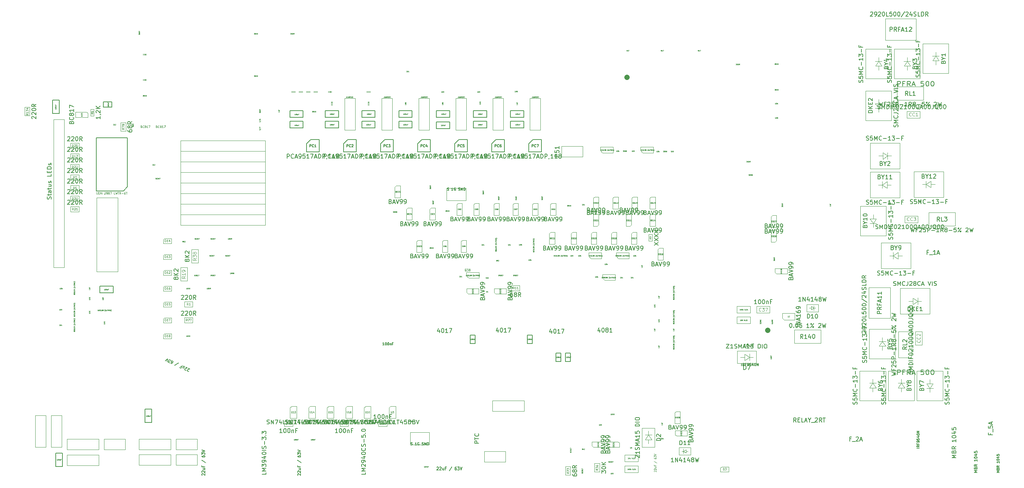
<source format=gbr>
G04 #@! TF.GenerationSoftware,KiCad,Pcbnew,(5.99.0-7935-g797175e0f2)*
G04 #@! TF.CreationDate,2021-01-18T22:07:50+01:00*
G04 #@! TF.ProjectId,ardumower mega shield svn,61726475-6d6f-4776-9572-206d65676120,1.4*
G04 #@! TF.SameCoordinates,PXc1c960PY8a12ae0*
G04 #@! TF.FileFunction,AssemblyDrawing,Top*
%FSLAX46Y46*%
G04 Gerber Fmt 4.6, Leading zero omitted, Abs format (unit mm)*
G04 Created by KiCad (PCBNEW (5.99.0-7935-g797175e0f2)) date 2021-01-18 22:07:50*
%MOMM*%
%LPD*%
G01*
G04 APERTURE LIST*
%ADD10C,0.150000*%
%ADD11C,0.120000*%
%ADD12C,0.125000*%
%ADD13C,0.062500*%
%ADD14C,0.080000*%
%ADD15C,0.152400*%
%ADD16C,0.050000*%
%ADD17C,0.075000*%
%ADD18C,0.060000*%
%ADD19C,0.100000*%
%ADD20C,1.270000*%
G04 APERTURE END LIST*
D10*
X251096428Y4051572D02*
X250496428Y4051572D01*
X250925000Y4251572D01*
X250496428Y4451572D01*
X251096428Y4451572D01*
X250782142Y4937286D02*
X250810714Y5023000D01*
X250839285Y5051572D01*
X250896428Y5080143D01*
X250982142Y5080143D01*
X251039285Y5051572D01*
X251067857Y5023000D01*
X251096428Y4965858D01*
X251096428Y4737286D01*
X250496428Y4737286D01*
X250496428Y4937286D01*
X250525000Y4994429D01*
X250553571Y5023000D01*
X250610714Y5051572D01*
X250667857Y5051572D01*
X250725000Y5023000D01*
X250753571Y4994429D01*
X250782142Y4937286D01*
X250782142Y4737286D01*
X251096428Y5680143D02*
X250810714Y5480143D01*
X251096428Y5337286D02*
X250496428Y5337286D01*
X250496428Y5565858D01*
X250525000Y5623000D01*
X250553571Y5651572D01*
X250610714Y5680143D01*
X250696428Y5680143D01*
X250753571Y5651572D01*
X250782142Y5623000D01*
X250810714Y5565858D01*
X250810714Y5337286D01*
X251096428Y6708715D02*
X251096428Y6365858D01*
X251096428Y6537286D02*
X250496428Y6537286D01*
X250582142Y6480143D01*
X250639285Y6423000D01*
X250667857Y6365858D01*
X250496428Y7080143D02*
X250496428Y7137286D01*
X250525000Y7194429D01*
X250553571Y7223000D01*
X250610714Y7251572D01*
X250725000Y7280143D01*
X250867857Y7280143D01*
X250982142Y7251572D01*
X251039285Y7223000D01*
X251067857Y7194429D01*
X251096428Y7137286D01*
X251096428Y7080143D01*
X251067857Y7023000D01*
X251039285Y6994429D01*
X250982142Y6965858D01*
X250867857Y6937286D01*
X250725000Y6937286D01*
X250610714Y6965858D01*
X250553571Y6994429D01*
X250525000Y7023000D01*
X250496428Y7080143D01*
X250696428Y7794429D02*
X251096428Y7794429D01*
X250467857Y7651572D02*
X250896428Y7508715D01*
X250896428Y7880143D01*
X250496428Y8394429D02*
X250496428Y8108715D01*
X250782142Y8080143D01*
X250753571Y8108715D01*
X250725000Y8165858D01*
X250725000Y8308715D01*
X250753571Y8365858D01*
X250782142Y8394429D01*
X250839285Y8423000D01*
X250982142Y8423000D01*
X251039285Y8394429D01*
X251067857Y8365858D01*
X251096428Y8308715D01*
X251096428Y8165858D01*
X251067857Y8108715D01*
X251039285Y8080143D01*
X103465428Y34653572D02*
X103122571Y34653572D01*
X103294000Y34653572D02*
X103294000Y35253572D01*
X103236857Y35167858D01*
X103179714Y35110715D01*
X103122571Y35082143D01*
X103836857Y35253572D02*
X103894000Y35253572D01*
X103951142Y35225000D01*
X103979714Y35196429D01*
X104008285Y35139286D01*
X104036857Y35025000D01*
X104036857Y34882143D01*
X104008285Y34767858D01*
X103979714Y34710715D01*
X103951142Y34682143D01*
X103894000Y34653572D01*
X103836857Y34653572D01*
X103779714Y34682143D01*
X103751142Y34710715D01*
X103722571Y34767858D01*
X103694000Y34882143D01*
X103694000Y35025000D01*
X103722571Y35139286D01*
X103751142Y35196429D01*
X103779714Y35225000D01*
X103836857Y35253572D01*
X104408285Y35253572D02*
X104465428Y35253572D01*
X104522571Y35225000D01*
X104551142Y35196429D01*
X104579714Y35139286D01*
X104608285Y35025000D01*
X104608285Y34882143D01*
X104579714Y34767858D01*
X104551142Y34710715D01*
X104522571Y34682143D01*
X104465428Y34653572D01*
X104408285Y34653572D01*
X104351142Y34682143D01*
X104322571Y34710715D01*
X104294000Y34767858D01*
X104265428Y34882143D01*
X104265428Y35025000D01*
X104294000Y35139286D01*
X104322571Y35196429D01*
X104351142Y35225000D01*
X104408285Y35253572D01*
X104865428Y35053572D02*
X104865428Y34653572D01*
X104865428Y34996429D02*
X104894000Y35025000D01*
X104951142Y35053572D01*
X105036857Y35053572D01*
X105094000Y35025000D01*
X105122571Y34967858D01*
X105122571Y34653572D01*
X105608285Y34967858D02*
X105408285Y34967858D01*
X105408285Y34653572D02*
X105408285Y35253572D01*
X105694000Y35253572D01*
X245807666Y4070667D02*
X245107666Y4070667D01*
X245607666Y4304000D01*
X245107666Y4537334D01*
X245807666Y4537334D01*
X245441000Y5104000D02*
X245474333Y5204000D01*
X245507666Y5237334D01*
X245574333Y5270667D01*
X245674333Y5270667D01*
X245741000Y5237334D01*
X245774333Y5204000D01*
X245807666Y5137334D01*
X245807666Y4870667D01*
X245107666Y4870667D01*
X245107666Y5104000D01*
X245141000Y5170667D01*
X245174333Y5204000D01*
X245241000Y5237334D01*
X245307666Y5237334D01*
X245374333Y5204000D01*
X245407666Y5170667D01*
X245441000Y5104000D01*
X245441000Y4870667D01*
X245807666Y5970667D02*
X245474333Y5737334D01*
X245807666Y5570667D02*
X245107666Y5570667D01*
X245107666Y5837334D01*
X245141000Y5904000D01*
X245174333Y5937334D01*
X245241000Y5970667D01*
X245341000Y5970667D01*
X245407666Y5937334D01*
X245441000Y5904000D01*
X245474333Y5837334D01*
X245474333Y5570667D01*
X245807666Y7170667D02*
X245807666Y6770667D01*
X245807666Y6970667D02*
X245107666Y6970667D01*
X245207666Y6904000D01*
X245274333Y6837334D01*
X245307666Y6770667D01*
X245107666Y7604000D02*
X245107666Y7670667D01*
X245141000Y7737334D01*
X245174333Y7770667D01*
X245241000Y7804000D01*
X245374333Y7837334D01*
X245541000Y7837334D01*
X245674333Y7804000D01*
X245741000Y7770667D01*
X245774333Y7737334D01*
X245807666Y7670667D01*
X245807666Y7604000D01*
X245774333Y7537334D01*
X245741000Y7504000D01*
X245674333Y7470667D01*
X245541000Y7437334D01*
X245374333Y7437334D01*
X245241000Y7470667D01*
X245174333Y7504000D01*
X245141000Y7537334D01*
X245107666Y7604000D01*
X245341000Y8437334D02*
X245807666Y8437334D01*
X245074333Y8270667D02*
X245574333Y8104000D01*
X245574333Y8537334D01*
X245107666Y9137334D02*
X245107666Y8804000D01*
X245441000Y8770667D01*
X245407666Y8804000D01*
X245374333Y8870667D01*
X245374333Y9037334D01*
X245407666Y9104000D01*
X245441000Y9137334D01*
X245507666Y9170667D01*
X245674333Y9170667D01*
X245741000Y9137334D01*
X245774333Y9104000D01*
X245807666Y9037334D01*
X245807666Y8870667D01*
X245774333Y8804000D01*
X245741000Y8770667D01*
X221957380Y91488239D02*
X222100238Y91440620D01*
X222338333Y91440620D01*
X222433571Y91488239D01*
X222481190Y91535858D01*
X222528809Y91631096D01*
X222528809Y91726334D01*
X222481190Y91821572D01*
X222433571Y91869191D01*
X222338333Y91916810D01*
X222147857Y91964429D01*
X222052619Y92012048D01*
X222005000Y92059667D01*
X221957380Y92154905D01*
X221957380Y92250143D01*
X222005000Y92345381D01*
X222052619Y92393000D01*
X222147857Y92440620D01*
X222385952Y92440620D01*
X222528809Y92393000D01*
X222957380Y91440620D02*
X222957380Y92440620D01*
X223290714Y91726334D01*
X223624047Y92440620D01*
X223624047Y91440620D01*
X224100238Y91440620D02*
X224100238Y92440620D01*
X224338333Y92440620D01*
X224481190Y92393000D01*
X224576428Y92297762D01*
X224624047Y92202524D01*
X224671666Y92012048D01*
X224671666Y91869191D01*
X224624047Y91678715D01*
X224576428Y91583477D01*
X224481190Y91488239D01*
X224338333Y91440620D01*
X224100238Y91440620D01*
X225100238Y91440620D02*
X225100238Y92440620D01*
X225909761Y91964429D02*
X225576428Y91964429D01*
X225576428Y91440620D02*
X225576428Y92440620D01*
X226052619Y92440620D01*
X226624047Y92440620D02*
X226719285Y92440620D01*
X226814523Y92393000D01*
X226862142Y92345381D01*
X226909761Y92250143D01*
X226957380Y92059667D01*
X226957380Y91821572D01*
X226909761Y91631096D01*
X226862142Y91535858D01*
X226814523Y91488239D01*
X226719285Y91440620D01*
X226624047Y91440620D01*
X226528809Y91488239D01*
X226481190Y91535858D01*
X226433571Y91631096D01*
X226385952Y91821572D01*
X226385952Y92059667D01*
X226433571Y92250143D01*
X226481190Y92345381D01*
X226528809Y92393000D01*
X226624047Y92440620D01*
X227338333Y92345381D02*
X227385952Y92393000D01*
X227481190Y92440620D01*
X227719285Y92440620D01*
X227814523Y92393000D01*
X227862142Y92345381D01*
X227909761Y92250143D01*
X227909761Y92154905D01*
X227862142Y92012048D01*
X227290714Y91440620D01*
X227909761Y91440620D01*
X228862142Y91440620D02*
X228290714Y91440620D01*
X228576428Y91440620D02*
X228576428Y92440620D01*
X228481190Y92297762D01*
X228385952Y92202524D01*
X228290714Y92154905D01*
X229481190Y92440620D02*
X229576428Y92440620D01*
X229671666Y92393000D01*
X229719285Y92345381D01*
X229766904Y92250143D01*
X229814523Y92059667D01*
X229814523Y91821572D01*
X229766904Y91631096D01*
X229719285Y91535858D01*
X229671666Y91488239D01*
X229576428Y91440620D01*
X229481190Y91440620D01*
X229385952Y91488239D01*
X229338333Y91535858D01*
X229290714Y91631096D01*
X229243095Y91821572D01*
X229243095Y92059667D01*
X229290714Y92250143D01*
X229338333Y92345381D01*
X229385952Y92393000D01*
X229481190Y92440620D01*
X230433571Y92440620D02*
X230528809Y92440620D01*
X230624047Y92393000D01*
X230671666Y92345381D01*
X230719285Y92250143D01*
X230766904Y92059667D01*
X230766904Y91821572D01*
X230719285Y91631096D01*
X230671666Y91535858D01*
X230624047Y91488239D01*
X230528809Y91440620D01*
X230433571Y91440620D01*
X230338333Y91488239D01*
X230290714Y91535858D01*
X230243095Y91631096D01*
X230195476Y91821572D01*
X230195476Y92059667D01*
X230243095Y92250143D01*
X230290714Y92345381D01*
X230338333Y92393000D01*
X230433571Y92440620D01*
X231862142Y91345381D02*
X231766904Y91393000D01*
X231671666Y91488239D01*
X231528809Y91631096D01*
X231433571Y91678715D01*
X231338333Y91678715D01*
X231385952Y91440620D02*
X231290714Y91488239D01*
X231195476Y91583477D01*
X231147857Y91773953D01*
X231147857Y92107286D01*
X231195476Y92297762D01*
X231290714Y92393000D01*
X231385952Y92440620D01*
X231576428Y92440620D01*
X231671666Y92393000D01*
X231766904Y92297762D01*
X231814523Y92107286D01*
X231814523Y91773953D01*
X231766904Y91583477D01*
X231671666Y91488239D01*
X231576428Y91440620D01*
X231385952Y91440620D01*
X232195476Y91726334D02*
X232671666Y91726334D01*
X232100238Y91440620D02*
X232433571Y92440620D01*
X232766904Y91440620D01*
X233290714Y92440620D02*
X233385952Y92440620D01*
X233481190Y92393000D01*
X233528809Y92345381D01*
X233576428Y92250143D01*
X233624047Y92059667D01*
X233624047Y91821572D01*
X233576428Y91631096D01*
X233528809Y91535858D01*
X233481190Y91488239D01*
X233385952Y91440620D01*
X233290714Y91440620D01*
X233195476Y91488239D01*
X233147857Y91535858D01*
X233100238Y91631096D01*
X233052619Y91821572D01*
X233052619Y92059667D01*
X233100238Y92250143D01*
X233147857Y92345381D01*
X233195476Y92393000D01*
X233290714Y92440620D01*
X234243095Y92440620D02*
X234338333Y92440620D01*
X234433571Y92393000D01*
X234481190Y92345381D01*
X234528809Y92250143D01*
X234576428Y92059667D01*
X234576428Y91821572D01*
X234528809Y91631096D01*
X234481190Y91535858D01*
X234433571Y91488239D01*
X234338333Y91440620D01*
X234243095Y91440620D01*
X234147857Y91488239D01*
X234100238Y91535858D01*
X234052619Y91631096D01*
X234005000Y91821572D01*
X234005000Y92059667D01*
X234052619Y92250143D01*
X234100238Y92345381D01*
X234147857Y92393000D01*
X234243095Y92440620D01*
X235290714Y92440620D02*
X235290714Y91726334D01*
X235243095Y91583477D01*
X235147857Y91488239D01*
X235005000Y91440620D01*
X234909761Y91440620D01*
X236433571Y91345381D02*
X236338333Y91393000D01*
X236243095Y91488239D01*
X236100238Y91631096D01*
X236005000Y91678715D01*
X235909761Y91678715D01*
X235957380Y91440620D02*
X235862142Y91488239D01*
X235766904Y91583477D01*
X235719285Y91773953D01*
X235719285Y92107286D01*
X235766904Y92297762D01*
X235862142Y92393000D01*
X235957380Y92440620D01*
X236147857Y92440620D01*
X236243095Y92393000D01*
X236338333Y92297762D01*
X236385952Y92107286D01*
X236385952Y91773953D01*
X236338333Y91583477D01*
X236243095Y91488239D01*
X236147857Y91440620D01*
X235957380Y91440620D01*
X237005000Y92440620D02*
X237100238Y92440620D01*
X237195476Y92393000D01*
X237243095Y92345381D01*
X237290714Y92250143D01*
X237338333Y92059667D01*
X237338333Y91821572D01*
X237290714Y91631096D01*
X237243095Y91535858D01*
X237195476Y91488239D01*
X237100238Y91440620D01*
X237005000Y91440620D01*
X236909761Y91488239D01*
X236862142Y91535858D01*
X236814523Y91631096D01*
X236766904Y91821572D01*
X236766904Y92059667D01*
X236814523Y92250143D01*
X236862142Y92345381D01*
X236909761Y92393000D01*
X237005000Y92440620D01*
X237957380Y92440620D02*
X238052619Y92440620D01*
X238147857Y92393000D01*
X238195476Y92345381D01*
X238243095Y92250143D01*
X238290714Y92059667D01*
X238290714Y91821572D01*
X238243095Y91631096D01*
X238195476Y91535858D01*
X238147857Y91488239D01*
X238052619Y91440620D01*
X237957380Y91440620D01*
X237862142Y91488239D01*
X237814523Y91535858D01*
X237766904Y91631096D01*
X237719285Y91821572D01*
X237719285Y92059667D01*
X237766904Y92250143D01*
X237814523Y92345381D01*
X237862142Y92393000D01*
X237957380Y92440620D01*
D11*
X229971666Y89757286D02*
X229933571Y89719191D01*
X229819285Y89681096D01*
X229743095Y89681096D01*
X229628809Y89719191D01*
X229552619Y89795381D01*
X229514523Y89871572D01*
X229476428Y90023953D01*
X229476428Y90138239D01*
X229514523Y90290620D01*
X229552619Y90366810D01*
X229628809Y90443000D01*
X229743095Y90481096D01*
X229819285Y90481096D01*
X229933571Y90443000D01*
X229971666Y90404905D01*
X230771666Y89757286D02*
X230733571Y89719191D01*
X230619285Y89681096D01*
X230543095Y89681096D01*
X230428809Y89719191D01*
X230352619Y89795381D01*
X230314523Y89871572D01*
X230276428Y90023953D01*
X230276428Y90138239D01*
X230314523Y90290620D01*
X230352619Y90366810D01*
X230428809Y90443000D01*
X230543095Y90481096D01*
X230619285Y90481096D01*
X230733571Y90443000D01*
X230771666Y90404905D01*
X231533571Y89681096D02*
X231076428Y89681096D01*
X231305000Y89681096D02*
X231305000Y90481096D01*
X231228809Y90366810D01*
X231152619Y90290620D01*
X231076428Y90252524D01*
D10*
X230329761Y27774381D02*
X230377380Y27917239D01*
X230377380Y28155334D01*
X230329761Y28250572D01*
X230282142Y28298191D01*
X230186904Y28345810D01*
X230091666Y28345810D01*
X229996428Y28298191D01*
X229948809Y28250572D01*
X229901190Y28155334D01*
X229853571Y27964858D01*
X229805952Y27869620D01*
X229758333Y27822000D01*
X229663095Y27774381D01*
X229567857Y27774381D01*
X229472619Y27822000D01*
X229425000Y27869620D01*
X229377380Y27964858D01*
X229377380Y28202953D01*
X229425000Y28345810D01*
X230377380Y28774381D02*
X229377380Y28774381D01*
X230091666Y29107715D01*
X229377380Y29441048D01*
X230377380Y29441048D01*
X230377380Y29917239D02*
X229377380Y29917239D01*
X229377380Y30155334D01*
X229425000Y30298191D01*
X229520238Y30393429D01*
X229615476Y30441048D01*
X229805952Y30488667D01*
X229948809Y30488667D01*
X230139285Y30441048D01*
X230234523Y30393429D01*
X230329761Y30298191D01*
X230377380Y30155334D01*
X230377380Y29917239D01*
X230377380Y30917239D02*
X229377380Y30917239D01*
X229853571Y31726762D02*
X229853571Y31393429D01*
X230377380Y31393429D02*
X229377380Y31393429D01*
X229377380Y31869620D01*
X229377380Y32441048D02*
X229377380Y32536286D01*
X229425000Y32631524D01*
X229472619Y32679143D01*
X229567857Y32726762D01*
X229758333Y32774381D01*
X229996428Y32774381D01*
X230186904Y32726762D01*
X230282142Y32679143D01*
X230329761Y32631524D01*
X230377380Y32536286D01*
X230377380Y32441048D01*
X230329761Y32345810D01*
X230282142Y32298191D01*
X230186904Y32250572D01*
X229996428Y32202953D01*
X229758333Y32202953D01*
X229567857Y32250572D01*
X229472619Y32298191D01*
X229425000Y32345810D01*
X229377380Y32441048D01*
X229472619Y33155334D02*
X229425000Y33202953D01*
X229377380Y33298191D01*
X229377380Y33536286D01*
X229425000Y33631524D01*
X229472619Y33679143D01*
X229567857Y33726762D01*
X229663095Y33726762D01*
X229805952Y33679143D01*
X230377380Y33107715D01*
X230377380Y33726762D01*
X230377380Y34679143D02*
X230377380Y34107715D01*
X230377380Y34393429D02*
X229377380Y34393429D01*
X229520238Y34298191D01*
X229615476Y34202953D01*
X229663095Y34107715D01*
X229377380Y35298191D02*
X229377380Y35393429D01*
X229425000Y35488667D01*
X229472619Y35536286D01*
X229567857Y35583905D01*
X229758333Y35631524D01*
X229996428Y35631524D01*
X230186904Y35583905D01*
X230282142Y35536286D01*
X230329761Y35488667D01*
X230377380Y35393429D01*
X230377380Y35298191D01*
X230329761Y35202953D01*
X230282142Y35155334D01*
X230186904Y35107715D01*
X229996428Y35060096D01*
X229758333Y35060096D01*
X229567857Y35107715D01*
X229472619Y35155334D01*
X229425000Y35202953D01*
X229377380Y35298191D01*
X229377380Y36250572D02*
X229377380Y36345810D01*
X229425000Y36441048D01*
X229472619Y36488667D01*
X229567857Y36536286D01*
X229758333Y36583905D01*
X229996428Y36583905D01*
X230186904Y36536286D01*
X230282142Y36488667D01*
X230329761Y36441048D01*
X230377380Y36345810D01*
X230377380Y36250572D01*
X230329761Y36155334D01*
X230282142Y36107715D01*
X230186904Y36060096D01*
X229996428Y36012477D01*
X229758333Y36012477D01*
X229567857Y36060096D01*
X229472619Y36107715D01*
X229425000Y36155334D01*
X229377380Y36250572D01*
X230472619Y37679143D02*
X230425000Y37583905D01*
X230329761Y37488667D01*
X230186904Y37345810D01*
X230139285Y37250572D01*
X230139285Y37155334D01*
X230377380Y37202953D02*
X230329761Y37107715D01*
X230234523Y37012477D01*
X230044047Y36964858D01*
X229710714Y36964858D01*
X229520238Y37012477D01*
X229425000Y37107715D01*
X229377380Y37202953D01*
X229377380Y37393429D01*
X229425000Y37488667D01*
X229520238Y37583905D01*
X229710714Y37631524D01*
X230044047Y37631524D01*
X230234523Y37583905D01*
X230329761Y37488667D01*
X230377380Y37393429D01*
X230377380Y37202953D01*
X230091666Y38012477D02*
X230091666Y38488667D01*
X230377380Y37917239D02*
X229377380Y38250572D01*
X230377380Y38583905D01*
X229377380Y39107715D02*
X229377380Y39202953D01*
X229425000Y39298191D01*
X229472619Y39345810D01*
X229567857Y39393429D01*
X229758333Y39441048D01*
X229996428Y39441048D01*
X230186904Y39393429D01*
X230282142Y39345810D01*
X230329761Y39298191D01*
X230377380Y39202953D01*
X230377380Y39107715D01*
X230329761Y39012477D01*
X230282142Y38964858D01*
X230186904Y38917239D01*
X229996428Y38869620D01*
X229758333Y38869620D01*
X229567857Y38917239D01*
X229472619Y38964858D01*
X229425000Y39012477D01*
X229377380Y39107715D01*
X229377380Y40060096D02*
X229377380Y40155334D01*
X229425000Y40250572D01*
X229472619Y40298191D01*
X229567857Y40345810D01*
X229758333Y40393429D01*
X229996428Y40393429D01*
X230186904Y40345810D01*
X230282142Y40298191D01*
X230329761Y40250572D01*
X230377380Y40155334D01*
X230377380Y40060096D01*
X230329761Y39964858D01*
X230282142Y39917239D01*
X230186904Y39869620D01*
X229996428Y39822000D01*
X229758333Y39822000D01*
X229567857Y39869620D01*
X229472619Y39917239D01*
X229425000Y39964858D01*
X229377380Y40060096D01*
X229377380Y41107715D02*
X230091666Y41107715D01*
X230234523Y41060096D01*
X230329761Y40964858D01*
X230377380Y40822000D01*
X230377380Y40726762D01*
X230472619Y42250572D02*
X230425000Y42155334D01*
X230329761Y42060096D01*
X230186904Y41917239D01*
X230139285Y41822000D01*
X230139285Y41726762D01*
X230377380Y41774381D02*
X230329761Y41679143D01*
X230234523Y41583905D01*
X230044047Y41536286D01*
X229710714Y41536286D01*
X229520238Y41583905D01*
X229425000Y41679143D01*
X229377380Y41774381D01*
X229377380Y41964858D01*
X229425000Y42060096D01*
X229520238Y42155334D01*
X229710714Y42202953D01*
X230044047Y42202953D01*
X230234523Y42155334D01*
X230329761Y42060096D01*
X230377380Y41964858D01*
X230377380Y41774381D01*
X229377380Y42822000D02*
X229377380Y42917239D01*
X229425000Y43012477D01*
X229472619Y43060096D01*
X229567857Y43107715D01*
X229758333Y43155334D01*
X229996428Y43155334D01*
X230186904Y43107715D01*
X230282142Y43060096D01*
X230329761Y43012477D01*
X230377380Y42917239D01*
X230377380Y42822000D01*
X230329761Y42726762D01*
X230282142Y42679143D01*
X230186904Y42631524D01*
X229996428Y42583905D01*
X229758333Y42583905D01*
X229567857Y42631524D01*
X229472619Y42679143D01*
X229425000Y42726762D01*
X229377380Y42822000D01*
X229377380Y43774381D02*
X229377380Y43869620D01*
X229425000Y43964858D01*
X229472619Y44012477D01*
X229567857Y44060096D01*
X229758333Y44107715D01*
X229996428Y44107715D01*
X230186904Y44060096D01*
X230282142Y44012477D01*
X230329761Y43964858D01*
X230377380Y43869620D01*
X230377380Y43774381D01*
X230329761Y43679143D01*
X230282142Y43631524D01*
X230186904Y43583905D01*
X229996428Y43536286D01*
X229758333Y43536286D01*
X229567857Y43583905D01*
X229472619Y43631524D01*
X229425000Y43679143D01*
X229377380Y43774381D01*
D11*
X232060714Y35788667D02*
X232098809Y35750572D01*
X232136904Y35636286D01*
X232136904Y35560096D01*
X232098809Y35445810D01*
X232022619Y35369620D01*
X231946428Y35331524D01*
X231794047Y35293429D01*
X231679761Y35293429D01*
X231527380Y35331524D01*
X231451190Y35369620D01*
X231375000Y35445810D01*
X231336904Y35560096D01*
X231336904Y35636286D01*
X231375000Y35750572D01*
X231413095Y35788667D01*
X232060714Y36588667D02*
X232098809Y36550572D01*
X232136904Y36436286D01*
X232136904Y36360096D01*
X232098809Y36245810D01*
X232022619Y36169620D01*
X231946428Y36131524D01*
X231794047Y36093429D01*
X231679761Y36093429D01*
X231527380Y36131524D01*
X231451190Y36169620D01*
X231375000Y36245810D01*
X231336904Y36360096D01*
X231336904Y36436286D01*
X231375000Y36550572D01*
X231413095Y36588667D01*
X231413095Y36893429D02*
X231375000Y36931524D01*
X231336904Y37007715D01*
X231336904Y37198191D01*
X231375000Y37274381D01*
X231413095Y37312477D01*
X231489285Y37350572D01*
X231565476Y37350572D01*
X231679761Y37312477D01*
X232136904Y36855334D01*
X232136904Y37350572D01*
D10*
X221449380Y62642239D02*
X221592238Y62594620D01*
X221830333Y62594620D01*
X221925571Y62642239D01*
X221973190Y62689858D01*
X222020809Y62785096D01*
X222020809Y62880334D01*
X221973190Y62975572D01*
X221925571Y63023191D01*
X221830333Y63070810D01*
X221639857Y63118429D01*
X221544619Y63166048D01*
X221497000Y63213667D01*
X221449380Y63308905D01*
X221449380Y63404143D01*
X221497000Y63499381D01*
X221544619Y63547000D01*
X221639857Y63594620D01*
X221877952Y63594620D01*
X222020809Y63547000D01*
X222449380Y62594620D02*
X222449380Y63594620D01*
X222782714Y62880334D01*
X223116047Y63594620D01*
X223116047Y62594620D01*
X223592238Y62594620D02*
X223592238Y63594620D01*
X223830333Y63594620D01*
X223973190Y63547000D01*
X224068428Y63451762D01*
X224116047Y63356524D01*
X224163666Y63166048D01*
X224163666Y63023191D01*
X224116047Y62832715D01*
X224068428Y62737477D01*
X223973190Y62642239D01*
X223830333Y62594620D01*
X223592238Y62594620D01*
X224592238Y62594620D02*
X224592238Y63594620D01*
X225401761Y63118429D02*
X225068428Y63118429D01*
X225068428Y62594620D02*
X225068428Y63594620D01*
X225544619Y63594620D01*
X226116047Y63594620D02*
X226211285Y63594620D01*
X226306523Y63547000D01*
X226354142Y63499381D01*
X226401761Y63404143D01*
X226449380Y63213667D01*
X226449380Y62975572D01*
X226401761Y62785096D01*
X226354142Y62689858D01*
X226306523Y62642239D01*
X226211285Y62594620D01*
X226116047Y62594620D01*
X226020809Y62642239D01*
X225973190Y62689858D01*
X225925571Y62785096D01*
X225877952Y62975572D01*
X225877952Y63213667D01*
X225925571Y63404143D01*
X225973190Y63499381D01*
X226020809Y63547000D01*
X226116047Y63594620D01*
X226830333Y63499381D02*
X226877952Y63547000D01*
X226973190Y63594620D01*
X227211285Y63594620D01*
X227306523Y63547000D01*
X227354142Y63499381D01*
X227401761Y63404143D01*
X227401761Y63308905D01*
X227354142Y63166048D01*
X226782714Y62594620D01*
X227401761Y62594620D01*
X228354142Y62594620D02*
X227782714Y62594620D01*
X228068428Y62594620D02*
X228068428Y63594620D01*
X227973190Y63451762D01*
X227877952Y63356524D01*
X227782714Y63308905D01*
X228973190Y63594620D02*
X229068428Y63594620D01*
X229163666Y63547000D01*
X229211285Y63499381D01*
X229258904Y63404143D01*
X229306523Y63213667D01*
X229306523Y62975572D01*
X229258904Y62785096D01*
X229211285Y62689858D01*
X229163666Y62642239D01*
X229068428Y62594620D01*
X228973190Y62594620D01*
X228877952Y62642239D01*
X228830333Y62689858D01*
X228782714Y62785096D01*
X228735095Y62975572D01*
X228735095Y63213667D01*
X228782714Y63404143D01*
X228830333Y63499381D01*
X228877952Y63547000D01*
X228973190Y63594620D01*
X229925571Y63594620D02*
X230020809Y63594620D01*
X230116047Y63547000D01*
X230163666Y63499381D01*
X230211285Y63404143D01*
X230258904Y63213667D01*
X230258904Y62975572D01*
X230211285Y62785096D01*
X230163666Y62689858D01*
X230116047Y62642239D01*
X230020809Y62594620D01*
X229925571Y62594620D01*
X229830333Y62642239D01*
X229782714Y62689858D01*
X229735095Y62785096D01*
X229687476Y62975572D01*
X229687476Y63213667D01*
X229735095Y63404143D01*
X229782714Y63499381D01*
X229830333Y63547000D01*
X229925571Y63594620D01*
X231354142Y62499381D02*
X231258904Y62547000D01*
X231163666Y62642239D01*
X231020809Y62785096D01*
X230925571Y62832715D01*
X230830333Y62832715D01*
X230877952Y62594620D02*
X230782714Y62642239D01*
X230687476Y62737477D01*
X230639857Y62927953D01*
X230639857Y63261286D01*
X230687476Y63451762D01*
X230782714Y63547000D01*
X230877952Y63594620D01*
X231068428Y63594620D01*
X231163666Y63547000D01*
X231258904Y63451762D01*
X231306523Y63261286D01*
X231306523Y62927953D01*
X231258904Y62737477D01*
X231163666Y62642239D01*
X231068428Y62594620D01*
X230877952Y62594620D01*
X231687476Y62880334D02*
X232163666Y62880334D01*
X231592238Y62594620D02*
X231925571Y63594620D01*
X232258904Y62594620D01*
X232782714Y63594620D02*
X232877952Y63594620D01*
X232973190Y63547000D01*
X233020809Y63499381D01*
X233068428Y63404143D01*
X233116047Y63213667D01*
X233116047Y62975572D01*
X233068428Y62785096D01*
X233020809Y62689858D01*
X232973190Y62642239D01*
X232877952Y62594620D01*
X232782714Y62594620D01*
X232687476Y62642239D01*
X232639857Y62689858D01*
X232592238Y62785096D01*
X232544619Y62975572D01*
X232544619Y63213667D01*
X232592238Y63404143D01*
X232639857Y63499381D01*
X232687476Y63547000D01*
X232782714Y63594620D01*
X233735095Y63594620D02*
X233830333Y63594620D01*
X233925571Y63547000D01*
X233973190Y63499381D01*
X234020809Y63404143D01*
X234068428Y63213667D01*
X234068428Y62975572D01*
X234020809Y62785096D01*
X233973190Y62689858D01*
X233925571Y62642239D01*
X233830333Y62594620D01*
X233735095Y62594620D01*
X233639857Y62642239D01*
X233592238Y62689858D01*
X233544619Y62785096D01*
X233497000Y62975572D01*
X233497000Y63213667D01*
X233544619Y63404143D01*
X233592238Y63499381D01*
X233639857Y63547000D01*
X233735095Y63594620D01*
X234782714Y63594620D02*
X234782714Y62880334D01*
X234735095Y62737477D01*
X234639857Y62642239D01*
X234497000Y62594620D01*
X234401761Y62594620D01*
X235925571Y62499381D02*
X235830333Y62547000D01*
X235735095Y62642239D01*
X235592238Y62785096D01*
X235497000Y62832715D01*
X235401761Y62832715D01*
X235449380Y62594620D02*
X235354142Y62642239D01*
X235258904Y62737477D01*
X235211285Y62927953D01*
X235211285Y63261286D01*
X235258904Y63451762D01*
X235354142Y63547000D01*
X235449380Y63594620D01*
X235639857Y63594620D01*
X235735095Y63547000D01*
X235830333Y63451762D01*
X235877952Y63261286D01*
X235877952Y62927953D01*
X235830333Y62737477D01*
X235735095Y62642239D01*
X235639857Y62594620D01*
X235449380Y62594620D01*
X236497000Y63594620D02*
X236592238Y63594620D01*
X236687476Y63547000D01*
X236735095Y63499381D01*
X236782714Y63404143D01*
X236830333Y63213667D01*
X236830333Y62975572D01*
X236782714Y62785096D01*
X236735095Y62689858D01*
X236687476Y62642239D01*
X236592238Y62594620D01*
X236497000Y62594620D01*
X236401761Y62642239D01*
X236354142Y62689858D01*
X236306523Y62785096D01*
X236258904Y62975572D01*
X236258904Y63213667D01*
X236306523Y63404143D01*
X236354142Y63499381D01*
X236401761Y63547000D01*
X236497000Y63594620D01*
X237449380Y63594620D02*
X237544619Y63594620D01*
X237639857Y63547000D01*
X237687476Y63499381D01*
X237735095Y63404143D01*
X237782714Y63213667D01*
X237782714Y62975572D01*
X237735095Y62785096D01*
X237687476Y62689858D01*
X237639857Y62642239D01*
X237544619Y62594620D01*
X237449380Y62594620D01*
X237354142Y62642239D01*
X237306523Y62689858D01*
X237258904Y62785096D01*
X237211285Y62975572D01*
X237211285Y63213667D01*
X237258904Y63404143D01*
X237306523Y63499381D01*
X237354142Y63547000D01*
X237449380Y63594620D01*
D11*
X229463666Y64611286D02*
X229425571Y64573191D01*
X229311285Y64535096D01*
X229235095Y64535096D01*
X229120809Y64573191D01*
X229044619Y64649381D01*
X229006523Y64725572D01*
X228968428Y64877953D01*
X228968428Y64992239D01*
X229006523Y65144620D01*
X229044619Y65220810D01*
X229120809Y65297000D01*
X229235095Y65335096D01*
X229311285Y65335096D01*
X229425571Y65297000D01*
X229463666Y65258905D01*
X230263666Y64611286D02*
X230225571Y64573191D01*
X230111285Y64535096D01*
X230035095Y64535096D01*
X229920809Y64573191D01*
X229844619Y64649381D01*
X229806523Y64725572D01*
X229768428Y64877953D01*
X229768428Y64992239D01*
X229806523Y65144620D01*
X229844619Y65220810D01*
X229920809Y65297000D01*
X230035095Y65335096D01*
X230111285Y65335096D01*
X230225571Y65297000D01*
X230263666Y65258905D01*
X230530333Y65335096D02*
X231025571Y65335096D01*
X230758904Y65030334D01*
X230873190Y65030334D01*
X230949380Y64992239D01*
X230987476Y64954143D01*
X231025571Y64877953D01*
X231025571Y64687477D01*
X230987476Y64611286D01*
X230949380Y64573191D01*
X230873190Y64535096D01*
X230644619Y64535096D01*
X230568428Y64573191D01*
X230530333Y64611286D01*
D10*
X222266809Y93050620D02*
X222504904Y92050620D01*
X222695380Y92764905D01*
X222885857Y92050620D01*
X223123952Y93050620D01*
X223838238Y92574429D02*
X223504904Y92574429D01*
X223504904Y92050620D02*
X223504904Y93050620D01*
X223981095Y93050620D01*
X224314428Y92955381D02*
X224362047Y93003000D01*
X224457285Y93050620D01*
X224695380Y93050620D01*
X224790619Y93003000D01*
X224838238Y92955381D01*
X224885857Y92860143D01*
X224885857Y92764905D01*
X224838238Y92622048D01*
X224266809Y92050620D01*
X224885857Y92050620D01*
X225790619Y93050620D02*
X225314428Y93050620D01*
X225266809Y92574429D01*
X225314428Y92622048D01*
X225409666Y92669667D01*
X225647761Y92669667D01*
X225743000Y92622048D01*
X225790619Y92574429D01*
X225838238Y92479191D01*
X225838238Y92241096D01*
X225790619Y92145858D01*
X225743000Y92098239D01*
X225647761Y92050620D01*
X225409666Y92050620D01*
X225314428Y92098239D01*
X225266809Y92145858D01*
X226266809Y92050620D02*
X226266809Y93050620D01*
X226647761Y93050620D01*
X226743000Y93003000D01*
X226790619Y92955381D01*
X226838238Y92860143D01*
X226838238Y92717286D01*
X226790619Y92622048D01*
X226743000Y92574429D01*
X226647761Y92526810D01*
X226266809Y92526810D01*
X227266809Y92431572D02*
X228028714Y92431572D01*
X229028714Y92050620D02*
X228457285Y92050620D01*
X228743000Y92050620D02*
X228743000Y93050620D01*
X228647761Y92907762D01*
X228552523Y92812524D01*
X228457285Y92764905D01*
X230028714Y92050620D02*
X229695380Y92526810D01*
X229457285Y92050620D02*
X229457285Y93050620D01*
X229838238Y93050620D01*
X229933476Y93003000D01*
X229981095Y92955381D01*
X230028714Y92860143D01*
X230028714Y92717286D01*
X229981095Y92622048D01*
X229933476Y92574429D01*
X229838238Y92526810D01*
X229457285Y92526810D01*
X230600142Y92622048D02*
X230504904Y92669667D01*
X230457285Y92717286D01*
X230409666Y92812524D01*
X230409666Y92860143D01*
X230457285Y92955381D01*
X230504904Y93003000D01*
X230600142Y93050620D01*
X230790619Y93050620D01*
X230885857Y93003000D01*
X230933476Y92955381D01*
X230981095Y92860143D01*
X230981095Y92812524D01*
X230933476Y92717286D01*
X230885857Y92669667D01*
X230790619Y92622048D01*
X230600142Y92622048D01*
X230504904Y92574429D01*
X230457285Y92526810D01*
X230409666Y92431572D01*
X230409666Y92241096D01*
X230457285Y92145858D01*
X230504904Y92098239D01*
X230600142Y92050620D01*
X230790619Y92050620D01*
X230885857Y92098239D01*
X230933476Y92145858D01*
X230981095Y92241096D01*
X230981095Y92431572D01*
X230933476Y92526810D01*
X230885857Y92574429D01*
X230790619Y92622048D01*
X231409666Y92431572D02*
X232171571Y92431572D01*
X233123952Y93050620D02*
X232647761Y93050620D01*
X232600142Y92574429D01*
X232647761Y92622048D01*
X232743000Y92669667D01*
X232981095Y92669667D01*
X233076333Y92622048D01*
X233123952Y92574429D01*
X233171571Y92479191D01*
X233171571Y92241096D01*
X233123952Y92145858D01*
X233076333Y92098239D01*
X232981095Y92050620D01*
X232743000Y92050620D01*
X232647761Y92098239D01*
X232600142Y92145858D01*
X233552523Y92050620D02*
X234314428Y93050620D01*
X233695380Y93050620D02*
X233790619Y93003000D01*
X233838238Y92907762D01*
X233790619Y92812524D01*
X233695380Y92764905D01*
X233600142Y92812524D01*
X233552523Y92907762D01*
X233600142Y93003000D01*
X233695380Y93050620D01*
X234266809Y92098239D02*
X234314428Y92193477D01*
X234266809Y92288715D01*
X234171571Y92336334D01*
X234076333Y92288715D01*
X234028714Y92193477D01*
X234076333Y92098239D01*
X234171571Y92050620D01*
X234266809Y92098239D01*
X235457285Y92955381D02*
X235504904Y93003000D01*
X235600142Y93050620D01*
X235838238Y93050620D01*
X235933476Y93003000D01*
X235981095Y92955381D01*
X236028714Y92860143D01*
X236028714Y92764905D01*
X235981095Y92622048D01*
X235409666Y92050620D01*
X236028714Y92050620D01*
X236362047Y93050620D02*
X236600142Y92050620D01*
X236790619Y92764905D01*
X236981095Y92050620D01*
X237219190Y93050620D01*
X229171571Y94670620D02*
X228838238Y95146810D01*
X228600142Y94670620D02*
X228600142Y95670620D01*
X228981095Y95670620D01*
X229076333Y95623000D01*
X229123952Y95575381D01*
X229171571Y95480143D01*
X229171571Y95337286D01*
X229123952Y95242048D01*
X229076333Y95194429D01*
X228981095Y95146810D01*
X228600142Y95146810D01*
X230076333Y94670620D02*
X229600142Y94670620D01*
X229600142Y95670620D01*
X230933476Y94670620D02*
X230362047Y94670620D01*
X230647761Y94670620D02*
X230647761Y95670620D01*
X230552523Y95527762D01*
X230457285Y95432524D01*
X230362047Y95384905D01*
X225305380Y27321810D02*
X226305380Y27559905D01*
X225591095Y27750381D01*
X226305380Y27940858D01*
X225305380Y28178953D01*
X225781571Y28893239D02*
X225781571Y28559905D01*
X226305380Y28559905D02*
X225305380Y28559905D01*
X225305380Y29036096D01*
X225400619Y29369429D02*
X225353000Y29417048D01*
X225305380Y29512286D01*
X225305380Y29750381D01*
X225353000Y29845620D01*
X225400619Y29893239D01*
X225495857Y29940858D01*
X225591095Y29940858D01*
X225733952Y29893239D01*
X226305380Y29321810D01*
X226305380Y29940858D01*
X225305380Y30845620D02*
X225305380Y30369429D01*
X225781571Y30321810D01*
X225733952Y30369429D01*
X225686333Y30464667D01*
X225686333Y30702762D01*
X225733952Y30798000D01*
X225781571Y30845620D01*
X225876809Y30893239D01*
X226114904Y30893239D01*
X226210142Y30845620D01*
X226257761Y30798000D01*
X226305380Y30702762D01*
X226305380Y30464667D01*
X226257761Y30369429D01*
X226210142Y30321810D01*
X226305380Y31321810D02*
X225305380Y31321810D01*
X225305380Y31702762D01*
X225353000Y31798000D01*
X225400619Y31845620D01*
X225495857Y31893239D01*
X225638714Y31893239D01*
X225733952Y31845620D01*
X225781571Y31798000D01*
X225829190Y31702762D01*
X225829190Y31321810D01*
X225924428Y32321810D02*
X225924428Y33083715D01*
X226305380Y34083715D02*
X226305380Y33512286D01*
X226305380Y33798000D02*
X225305380Y33798000D01*
X225448238Y33702762D01*
X225543476Y33607524D01*
X225591095Y33512286D01*
X226305380Y35083715D02*
X225829190Y34750381D01*
X226305380Y34512286D02*
X225305380Y34512286D01*
X225305380Y34893239D01*
X225353000Y34988477D01*
X225400619Y35036096D01*
X225495857Y35083715D01*
X225638714Y35083715D01*
X225733952Y35036096D01*
X225781571Y34988477D01*
X225829190Y34893239D01*
X225829190Y34512286D01*
X225733952Y35655143D02*
X225686333Y35559905D01*
X225638714Y35512286D01*
X225543476Y35464667D01*
X225495857Y35464667D01*
X225400619Y35512286D01*
X225353000Y35559905D01*
X225305380Y35655143D01*
X225305380Y35845620D01*
X225353000Y35940858D01*
X225400619Y35988477D01*
X225495857Y36036096D01*
X225543476Y36036096D01*
X225638714Y35988477D01*
X225686333Y35940858D01*
X225733952Y35845620D01*
X225733952Y35655143D01*
X225781571Y35559905D01*
X225829190Y35512286D01*
X225924428Y35464667D01*
X226114904Y35464667D01*
X226210142Y35512286D01*
X226257761Y35559905D01*
X226305380Y35655143D01*
X226305380Y35845620D01*
X226257761Y35940858D01*
X226210142Y35988477D01*
X226114904Y36036096D01*
X225924428Y36036096D01*
X225829190Y35988477D01*
X225781571Y35940858D01*
X225733952Y35845620D01*
X225924428Y36464667D02*
X225924428Y37226572D01*
X225305380Y38178953D02*
X225305380Y37702762D01*
X225781571Y37655143D01*
X225733952Y37702762D01*
X225686333Y37798000D01*
X225686333Y38036096D01*
X225733952Y38131334D01*
X225781571Y38178953D01*
X225876809Y38226572D01*
X226114904Y38226572D01*
X226210142Y38178953D01*
X226257761Y38131334D01*
X226305380Y38036096D01*
X226305380Y37798000D01*
X226257761Y37702762D01*
X226210142Y37655143D01*
X226305380Y38607524D02*
X225305380Y39369429D01*
X225305380Y38750381D02*
X225353000Y38845620D01*
X225448238Y38893239D01*
X225543476Y38845620D01*
X225591095Y38750381D01*
X225543476Y38655143D01*
X225448238Y38607524D01*
X225353000Y38655143D01*
X225305380Y38750381D01*
X226257761Y39321810D02*
X226162523Y39369429D01*
X226067285Y39321810D01*
X226019666Y39226572D01*
X226067285Y39131334D01*
X226162523Y39083715D01*
X226257761Y39131334D01*
X226305380Y39226572D01*
X226257761Y39321810D01*
X225400619Y40512286D02*
X225353000Y40559905D01*
X225305380Y40655143D01*
X225305380Y40893239D01*
X225353000Y40988477D01*
X225400619Y41036096D01*
X225495857Y41083715D01*
X225591095Y41083715D01*
X225733952Y41036096D01*
X226305380Y40464667D01*
X226305380Y41083715D01*
X225305380Y41417048D02*
X226305380Y41655143D01*
X225591095Y41845620D01*
X226305380Y42036096D01*
X225305380Y42274191D01*
X228925380Y34226572D02*
X228449190Y33893239D01*
X228925380Y33655143D02*
X227925380Y33655143D01*
X227925380Y34036096D01*
X227973000Y34131334D01*
X228020619Y34178953D01*
X228115857Y34226572D01*
X228258714Y34226572D01*
X228353952Y34178953D01*
X228401571Y34131334D01*
X228449190Y34036096D01*
X228449190Y33655143D01*
X228925380Y35131334D02*
X228925380Y34655143D01*
X227925380Y34655143D01*
X228020619Y35417048D02*
X227973000Y35464667D01*
X227925380Y35559905D01*
X227925380Y35798000D01*
X227973000Y35893239D01*
X228020619Y35940858D01*
X228115857Y35988477D01*
X228211095Y35988477D01*
X228353952Y35940858D01*
X228925380Y35369429D01*
X228925380Y35988477D01*
X229886809Y62824620D02*
X230124904Y61824620D01*
X230315380Y62538905D01*
X230505857Y61824620D01*
X230743952Y62824620D01*
X231458238Y62348429D02*
X231124904Y62348429D01*
X231124904Y61824620D02*
X231124904Y62824620D01*
X231601095Y62824620D01*
X231934428Y62729381D02*
X231982047Y62777000D01*
X232077285Y62824620D01*
X232315380Y62824620D01*
X232410619Y62777000D01*
X232458238Y62729381D01*
X232505857Y62634143D01*
X232505857Y62538905D01*
X232458238Y62396048D01*
X231886809Y61824620D01*
X232505857Y61824620D01*
X233410619Y62824620D02*
X232934428Y62824620D01*
X232886809Y62348429D01*
X232934428Y62396048D01*
X233029666Y62443667D01*
X233267761Y62443667D01*
X233363000Y62396048D01*
X233410619Y62348429D01*
X233458238Y62253191D01*
X233458238Y62015096D01*
X233410619Y61919858D01*
X233363000Y61872239D01*
X233267761Y61824620D01*
X233029666Y61824620D01*
X232934428Y61872239D01*
X232886809Y61919858D01*
X233886809Y61824620D02*
X233886809Y62824620D01*
X234267761Y62824620D01*
X234363000Y62777000D01*
X234410619Y62729381D01*
X234458238Y62634143D01*
X234458238Y62491286D01*
X234410619Y62396048D01*
X234363000Y62348429D01*
X234267761Y62300810D01*
X233886809Y62300810D01*
X234886809Y62205572D02*
X235648714Y62205572D01*
X236648714Y61824620D02*
X236077285Y61824620D01*
X236363000Y61824620D02*
X236363000Y62824620D01*
X236267761Y62681762D01*
X236172523Y62586524D01*
X236077285Y62538905D01*
X237648714Y61824620D02*
X237315380Y62300810D01*
X237077285Y61824620D02*
X237077285Y62824620D01*
X237458238Y62824620D01*
X237553476Y62777000D01*
X237601095Y62729381D01*
X237648714Y62634143D01*
X237648714Y62491286D01*
X237601095Y62396048D01*
X237553476Y62348429D01*
X237458238Y62300810D01*
X237077285Y62300810D01*
X238220142Y62396048D02*
X238124904Y62443667D01*
X238077285Y62491286D01*
X238029666Y62586524D01*
X238029666Y62634143D01*
X238077285Y62729381D01*
X238124904Y62777000D01*
X238220142Y62824620D01*
X238410619Y62824620D01*
X238505857Y62777000D01*
X238553476Y62729381D01*
X238601095Y62634143D01*
X238601095Y62586524D01*
X238553476Y62491286D01*
X238505857Y62443667D01*
X238410619Y62396048D01*
X238220142Y62396048D01*
X238124904Y62348429D01*
X238077285Y62300810D01*
X238029666Y62205572D01*
X238029666Y62015096D01*
X238077285Y61919858D01*
X238124904Y61872239D01*
X238220142Y61824620D01*
X238410619Y61824620D01*
X238505857Y61872239D01*
X238553476Y61919858D01*
X238601095Y62015096D01*
X238601095Y62205572D01*
X238553476Y62300810D01*
X238505857Y62348429D01*
X238410619Y62396048D01*
X239029666Y62205572D02*
X239791571Y62205572D01*
X240743952Y62824620D02*
X240267761Y62824620D01*
X240220142Y62348429D01*
X240267761Y62396048D01*
X240363000Y62443667D01*
X240601095Y62443667D01*
X240696333Y62396048D01*
X240743952Y62348429D01*
X240791571Y62253191D01*
X240791571Y62015096D01*
X240743952Y61919858D01*
X240696333Y61872239D01*
X240601095Y61824620D01*
X240363000Y61824620D01*
X240267761Y61872239D01*
X240220142Y61919858D01*
X241172523Y61824620D02*
X241934428Y62824620D01*
X241315380Y62824620D02*
X241410619Y62777000D01*
X241458238Y62681762D01*
X241410619Y62586524D01*
X241315380Y62538905D01*
X241220142Y62586524D01*
X241172523Y62681762D01*
X241220142Y62777000D01*
X241315380Y62824620D01*
X241886809Y61872239D02*
X241934428Y61967477D01*
X241886809Y62062715D01*
X241791571Y62110334D01*
X241696333Y62062715D01*
X241648714Y61967477D01*
X241696333Y61872239D01*
X241791571Y61824620D01*
X241886809Y61872239D01*
X243077285Y62729381D02*
X243124904Y62777000D01*
X243220142Y62824620D01*
X243458238Y62824620D01*
X243553476Y62777000D01*
X243601095Y62729381D01*
X243648714Y62634143D01*
X243648714Y62538905D01*
X243601095Y62396048D01*
X243029666Y61824620D01*
X243648714Y61824620D01*
X243982047Y62824620D02*
X244220142Y61824620D01*
X244410619Y62538905D01*
X244601095Y61824620D01*
X244839190Y62824620D01*
X236791571Y64444620D02*
X236458238Y64920810D01*
X236220142Y64444620D02*
X236220142Y65444620D01*
X236601095Y65444620D01*
X236696333Y65397000D01*
X236743952Y65349381D01*
X236791571Y65254143D01*
X236791571Y65111286D01*
X236743952Y65016048D01*
X236696333Y64968429D01*
X236601095Y64920810D01*
X236220142Y64920810D01*
X237696333Y64444620D02*
X237220142Y64444620D01*
X237220142Y65444620D01*
X237934428Y65444620D02*
X238553476Y65444620D01*
X238220142Y65063667D01*
X238363000Y65063667D01*
X238458238Y65016048D01*
X238505857Y64968429D01*
X238553476Y64873191D01*
X238553476Y64635096D01*
X238505857Y64539858D01*
X238458238Y64492239D01*
X238363000Y64444620D01*
X238077285Y64444620D01*
X237982047Y64492239D01*
X237934428Y64539858D01*
D12*
X168302809Y4195239D02*
X168279000Y4219048D01*
X168255190Y4266667D01*
X168255190Y4385715D01*
X168279000Y4433334D01*
X168302809Y4457143D01*
X168350428Y4480953D01*
X168398047Y4480953D01*
X168469476Y4457143D01*
X168755190Y4171429D01*
X168755190Y4480953D01*
X168302809Y4671429D02*
X168279000Y4695239D01*
X168255190Y4742858D01*
X168255190Y4861905D01*
X168279000Y4909524D01*
X168302809Y4933334D01*
X168350428Y4957143D01*
X168398047Y4957143D01*
X168469476Y4933334D01*
X168755190Y4647620D01*
X168755190Y4957143D01*
X168421857Y5385715D02*
X168755190Y5385715D01*
X168421857Y5171429D02*
X168683761Y5171429D01*
X168731380Y5195239D01*
X168755190Y5242858D01*
X168755190Y5314286D01*
X168731380Y5361905D01*
X168707571Y5385715D01*
X168493285Y5790477D02*
X168493285Y5623810D01*
X168755190Y5623810D02*
X168255190Y5623810D01*
X168255190Y5861905D01*
X168231380Y6790477D02*
X168874238Y6361905D01*
X168255190Y7552381D02*
X168255190Y7457143D01*
X168279000Y7409524D01*
X168302809Y7385715D01*
X168374238Y7338096D01*
X168469476Y7314286D01*
X168659952Y7314286D01*
X168707571Y7338096D01*
X168731380Y7361905D01*
X168755190Y7409524D01*
X168755190Y7504762D01*
X168731380Y7552381D01*
X168707571Y7576191D01*
X168659952Y7600000D01*
X168540904Y7600000D01*
X168493285Y7576191D01*
X168469476Y7552381D01*
X168445666Y7504762D01*
X168445666Y7409524D01*
X168469476Y7361905D01*
X168493285Y7338096D01*
X168540904Y7314286D01*
X168255190Y7766667D02*
X168255190Y8076191D01*
X168445666Y7909524D01*
X168445666Y7980953D01*
X168469476Y8028572D01*
X168493285Y8052381D01*
X168540904Y8076191D01*
X168659952Y8076191D01*
X168707571Y8052381D01*
X168731380Y8028572D01*
X168755190Y7980953D01*
X168755190Y7838096D01*
X168731380Y7790477D01*
X168707571Y7766667D01*
X168255190Y8219048D02*
X168755190Y8385715D01*
X168255190Y8552381D01*
D13*
X157396714Y6621858D02*
X157432428Y6609953D01*
X157444333Y6598048D01*
X157456238Y6574239D01*
X157456238Y6538524D01*
X157444333Y6514715D01*
X157432428Y6502810D01*
X157408619Y6490905D01*
X157313380Y6490905D01*
X157313380Y6740905D01*
X157396714Y6740905D01*
X157420523Y6729000D01*
X157432428Y6717096D01*
X157444333Y6693286D01*
X157444333Y6669477D01*
X157432428Y6645667D01*
X157420523Y6633762D01*
X157396714Y6621858D01*
X157313380Y6621858D01*
X157706238Y6514715D02*
X157694333Y6502810D01*
X157658619Y6490905D01*
X157634809Y6490905D01*
X157599095Y6502810D01*
X157575285Y6526620D01*
X157563380Y6550429D01*
X157551476Y6598048D01*
X157551476Y6633762D01*
X157563380Y6681381D01*
X157575285Y6705191D01*
X157599095Y6729000D01*
X157634809Y6740905D01*
X157658619Y6740905D01*
X157694333Y6729000D01*
X157706238Y6717096D01*
X157849095Y6633762D02*
X157825285Y6645667D01*
X157813380Y6657572D01*
X157801476Y6681381D01*
X157801476Y6693286D01*
X157813380Y6717096D01*
X157825285Y6729000D01*
X157849095Y6740905D01*
X157896714Y6740905D01*
X157920523Y6729000D01*
X157932428Y6717096D01*
X157944333Y6693286D01*
X157944333Y6681381D01*
X157932428Y6657572D01*
X157920523Y6645667D01*
X157896714Y6633762D01*
X157849095Y6633762D01*
X157825285Y6621858D01*
X157813380Y6609953D01*
X157801476Y6586143D01*
X157801476Y6538524D01*
X157813380Y6514715D01*
X157825285Y6502810D01*
X157849095Y6490905D01*
X157896714Y6490905D01*
X157920523Y6502810D01*
X157932428Y6514715D01*
X157944333Y6538524D01*
X157944333Y6586143D01*
X157932428Y6609953D01*
X157920523Y6621858D01*
X157896714Y6633762D01*
X158182428Y6490905D02*
X158039571Y6490905D01*
X158111000Y6490905D02*
X158111000Y6740905D01*
X158087190Y6705191D01*
X158063380Y6681381D01*
X158039571Y6669477D01*
X158265761Y6740905D02*
X158432428Y6740905D01*
X158325285Y6490905D01*
D10*
X202343142Y16184620D02*
X202009809Y16660810D01*
X201771714Y16184620D02*
X201771714Y17184620D01*
X202152666Y17184620D01*
X202247904Y17137000D01*
X202295523Y17089381D01*
X202343142Y16994143D01*
X202343142Y16851286D01*
X202295523Y16756048D01*
X202247904Y16708429D01*
X202152666Y16660810D01*
X201771714Y16660810D01*
X202771714Y16708429D02*
X203105047Y16708429D01*
X203247904Y16184620D02*
X202771714Y16184620D01*
X202771714Y17184620D01*
X203247904Y17184620D01*
X204152666Y16184620D02*
X203676476Y16184620D01*
X203676476Y17184620D01*
X204438380Y16470334D02*
X204914571Y16470334D01*
X204343142Y16184620D02*
X204676476Y17184620D01*
X205009809Y16184620D01*
X205533619Y16660810D02*
X205533619Y16184620D01*
X205200285Y17184620D02*
X205533619Y16660810D01*
X205866952Y17184620D01*
X205962190Y16089381D02*
X206724095Y16089381D01*
X206914571Y17089381D02*
X206962190Y17137000D01*
X207057428Y17184620D01*
X207295523Y17184620D01*
X207390761Y17137000D01*
X207438380Y17089381D01*
X207486000Y16994143D01*
X207486000Y16898905D01*
X207438380Y16756048D01*
X206866952Y16184620D01*
X207486000Y16184620D01*
X208486000Y16184620D02*
X208152666Y16660810D01*
X207914571Y16184620D02*
X207914571Y17184620D01*
X208295523Y17184620D01*
X208390761Y17137000D01*
X208438380Y17089381D01*
X208486000Y16994143D01*
X208486000Y16851286D01*
X208438380Y16756048D01*
X208390761Y16708429D01*
X208295523Y16660810D01*
X207914571Y16660810D01*
X208771714Y17184620D02*
X209343142Y17184620D01*
X209057428Y16184620D02*
X209057428Y17184620D01*
X190234000Y34251334D02*
X189834000Y34251334D01*
X190034000Y34251334D02*
X190034000Y34951334D01*
X189967333Y34851334D01*
X189900666Y34784667D01*
X189834000Y34751334D01*
X190667333Y34951334D02*
X190734000Y34951334D01*
X190800666Y34918000D01*
X190834000Y34884667D01*
X190867333Y34818000D01*
X190900666Y34684667D01*
X190900666Y34518000D01*
X190867333Y34384667D01*
X190834000Y34318000D01*
X190800666Y34284667D01*
X190734000Y34251334D01*
X190667333Y34251334D01*
X190600666Y34284667D01*
X190567333Y34318000D01*
X190534000Y34384667D01*
X190500666Y34518000D01*
X190500666Y34684667D01*
X190534000Y34818000D01*
X190567333Y34884667D01*
X190600666Y34918000D01*
X190667333Y34951334D01*
X191500666Y34718000D02*
X191500666Y34251334D01*
X191200666Y34718000D02*
X191200666Y34351334D01*
X191234000Y34284667D01*
X191300666Y34251334D01*
X191400666Y34251334D01*
X191467333Y34284667D01*
X191500666Y34318000D01*
X192067333Y34618000D02*
X191834000Y34618000D01*
X191834000Y34251334D02*
X191834000Y34951334D01*
X192167333Y34951334D01*
D13*
X113151095Y5347905D02*
X113008238Y5347905D01*
X113079666Y5347905D02*
X113079666Y5597905D01*
X113055857Y5562191D01*
X113032047Y5538381D01*
X113008238Y5526477D01*
X113305857Y5597905D02*
X113329666Y5597905D01*
X113353476Y5586000D01*
X113365380Y5574096D01*
X113377285Y5550286D01*
X113389190Y5502667D01*
X113389190Y5443143D01*
X113377285Y5395524D01*
X113365380Y5371715D01*
X113353476Y5359810D01*
X113329666Y5347905D01*
X113305857Y5347905D01*
X113282047Y5359810D01*
X113270142Y5371715D01*
X113258238Y5395524D01*
X113246333Y5443143D01*
X113246333Y5502667D01*
X113258238Y5550286D01*
X113270142Y5574096D01*
X113282047Y5586000D01*
X113305857Y5597905D01*
X113543952Y5597905D02*
X113567761Y5597905D01*
X113591571Y5586000D01*
X113603476Y5574096D01*
X113615380Y5550286D01*
X113627285Y5502667D01*
X113627285Y5443143D01*
X113615380Y5395524D01*
X113603476Y5371715D01*
X113591571Y5359810D01*
X113567761Y5347905D01*
X113543952Y5347905D01*
X113520142Y5359810D01*
X113508238Y5371715D01*
X113496333Y5395524D01*
X113484428Y5443143D01*
X113484428Y5502667D01*
X113496333Y5550286D01*
X113508238Y5574096D01*
X113520142Y5586000D01*
X113543952Y5597905D01*
X113734428Y5514572D02*
X113734428Y5347905D01*
X113734428Y5490762D02*
X113746333Y5502667D01*
X113770142Y5514572D01*
X113805857Y5514572D01*
X113829666Y5502667D01*
X113841571Y5478858D01*
X113841571Y5347905D01*
X114043952Y5478858D02*
X113960619Y5478858D01*
X113960619Y5347905D02*
X113960619Y5597905D01*
X114079666Y5597905D01*
X85973095Y11824905D02*
X85830238Y11824905D01*
X85901666Y11824905D02*
X85901666Y12074905D01*
X85877857Y12039191D01*
X85854047Y12015381D01*
X85830238Y12003477D01*
X86127857Y12074905D02*
X86151666Y12074905D01*
X86175476Y12063000D01*
X86187380Y12051096D01*
X86199285Y12027286D01*
X86211190Y11979667D01*
X86211190Y11920143D01*
X86199285Y11872524D01*
X86187380Y11848715D01*
X86175476Y11836810D01*
X86151666Y11824905D01*
X86127857Y11824905D01*
X86104047Y11836810D01*
X86092142Y11848715D01*
X86080238Y11872524D01*
X86068333Y11920143D01*
X86068333Y11979667D01*
X86080238Y12027286D01*
X86092142Y12051096D01*
X86104047Y12063000D01*
X86127857Y12074905D01*
X86365952Y12074905D02*
X86389761Y12074905D01*
X86413571Y12063000D01*
X86425476Y12051096D01*
X86437380Y12027286D01*
X86449285Y11979667D01*
X86449285Y11920143D01*
X86437380Y11872524D01*
X86425476Y11848715D01*
X86413571Y11836810D01*
X86389761Y11824905D01*
X86365952Y11824905D01*
X86342142Y11836810D01*
X86330238Y11848715D01*
X86318333Y11872524D01*
X86306428Y11920143D01*
X86306428Y11979667D01*
X86318333Y12027286D01*
X86330238Y12051096D01*
X86342142Y12063000D01*
X86365952Y12074905D01*
X86556428Y11991572D02*
X86556428Y11824905D01*
X86556428Y11967762D02*
X86568333Y11979667D01*
X86592142Y11991572D01*
X86627857Y11991572D01*
X86651666Y11979667D01*
X86663571Y11955858D01*
X86663571Y11824905D01*
X86865952Y11955858D02*
X86782619Y11955858D01*
X86782619Y11824905D02*
X86782619Y12074905D01*
X86901666Y12074905D01*
X81909095Y11824905D02*
X81766238Y11824905D01*
X81837666Y11824905D02*
X81837666Y12074905D01*
X81813857Y12039191D01*
X81790047Y12015381D01*
X81766238Y12003477D01*
X82063857Y12074905D02*
X82087666Y12074905D01*
X82111476Y12063000D01*
X82123380Y12051096D01*
X82135285Y12027286D01*
X82147190Y11979667D01*
X82147190Y11920143D01*
X82135285Y11872524D01*
X82123380Y11848715D01*
X82111476Y11836810D01*
X82087666Y11824905D01*
X82063857Y11824905D01*
X82040047Y11836810D01*
X82028142Y11848715D01*
X82016238Y11872524D01*
X82004333Y11920143D01*
X82004333Y11979667D01*
X82016238Y12027286D01*
X82028142Y12051096D01*
X82040047Y12063000D01*
X82063857Y12074905D01*
X82301952Y12074905D02*
X82325761Y12074905D01*
X82349571Y12063000D01*
X82361476Y12051096D01*
X82373380Y12027286D01*
X82385285Y11979667D01*
X82385285Y11920143D01*
X82373380Y11872524D01*
X82361476Y11848715D01*
X82349571Y11836810D01*
X82325761Y11824905D01*
X82301952Y11824905D01*
X82278142Y11836810D01*
X82266238Y11848715D01*
X82254333Y11872524D01*
X82242428Y11920143D01*
X82242428Y11979667D01*
X82254333Y12027286D01*
X82266238Y12051096D01*
X82278142Y12063000D01*
X82301952Y12074905D01*
X82492428Y11991572D02*
X82492428Y11824905D01*
X82492428Y11967762D02*
X82504333Y11979667D01*
X82528142Y11991572D01*
X82563857Y11991572D01*
X82587666Y11979667D01*
X82599571Y11955858D01*
X82599571Y11824905D01*
X82801952Y11955858D02*
X82718619Y11955858D01*
X82718619Y11824905D02*
X82718619Y12074905D01*
X82837666Y12074905D01*
X109468095Y16269905D02*
X109325238Y16269905D01*
X109396666Y16269905D02*
X109396666Y16519905D01*
X109372857Y16484191D01*
X109349047Y16460381D01*
X109325238Y16448477D01*
X109622857Y16519905D02*
X109646666Y16519905D01*
X109670476Y16508000D01*
X109682380Y16496096D01*
X109694285Y16472286D01*
X109706190Y16424667D01*
X109706190Y16365143D01*
X109694285Y16317524D01*
X109682380Y16293715D01*
X109670476Y16281810D01*
X109646666Y16269905D01*
X109622857Y16269905D01*
X109599047Y16281810D01*
X109587142Y16293715D01*
X109575238Y16317524D01*
X109563333Y16365143D01*
X109563333Y16424667D01*
X109575238Y16472286D01*
X109587142Y16496096D01*
X109599047Y16508000D01*
X109622857Y16519905D01*
X109860952Y16519905D02*
X109884761Y16519905D01*
X109908571Y16508000D01*
X109920476Y16496096D01*
X109932380Y16472286D01*
X109944285Y16424667D01*
X109944285Y16365143D01*
X109932380Y16317524D01*
X109920476Y16293715D01*
X109908571Y16281810D01*
X109884761Y16269905D01*
X109860952Y16269905D01*
X109837142Y16281810D01*
X109825238Y16293715D01*
X109813333Y16317524D01*
X109801428Y16365143D01*
X109801428Y16424667D01*
X109813333Y16472286D01*
X109825238Y16496096D01*
X109837142Y16508000D01*
X109860952Y16519905D01*
X110051428Y16436572D02*
X110051428Y16269905D01*
X110051428Y16412762D02*
X110063333Y16424667D01*
X110087142Y16436572D01*
X110122857Y16436572D01*
X110146666Y16424667D01*
X110158571Y16400858D01*
X110158571Y16269905D01*
X110360952Y16400858D02*
X110277619Y16400858D01*
X110277619Y16269905D02*
X110277619Y16519905D01*
X110396666Y16519905D01*
D14*
X184796952Y4599810D02*
X184796952Y5099810D01*
X184916000Y5099810D01*
X184987428Y5076000D01*
X185035047Y5028381D01*
X185058857Y4980762D01*
X185082666Y4885524D01*
X185082666Y4814096D01*
X185058857Y4718858D01*
X185035047Y4671239D01*
X184987428Y4623620D01*
X184916000Y4599810D01*
X184796952Y4599810D01*
X185249333Y5099810D02*
X185558857Y5099810D01*
X185392190Y4909334D01*
X185463619Y4909334D01*
X185511238Y4885524D01*
X185535047Y4861715D01*
X185558857Y4814096D01*
X185558857Y4695048D01*
X185535047Y4647429D01*
X185511238Y4623620D01*
X185463619Y4599810D01*
X185320761Y4599810D01*
X185273142Y4623620D01*
X185249333Y4647429D01*
D10*
X126182380Y11049143D02*
X125182380Y11049143D01*
X125182380Y11430096D01*
X125230000Y11525334D01*
X125277619Y11572953D01*
X125372857Y11620572D01*
X125515714Y11620572D01*
X125610952Y11572953D01*
X125658571Y11525334D01*
X125706190Y11430096D01*
X125706190Y11049143D01*
X125182380Y11906286D02*
X125182380Y12477715D01*
X126182380Y12192000D02*
X125182380Y12192000D01*
X126087142Y13382477D02*
X126134761Y13334858D01*
X126182380Y13192000D01*
X126182380Y13096762D01*
X126134761Y12953905D01*
X126039523Y12858667D01*
X125944285Y12811048D01*
X125753809Y12763429D01*
X125610952Y12763429D01*
X125420476Y12811048D01*
X125325238Y12858667D01*
X125230000Y12953905D01*
X125182380Y13096762D01*
X125182380Y13192000D01*
X125230000Y13334858D01*
X125277619Y13382477D01*
D13*
X94402761Y94370905D02*
X94402761Y94192334D01*
X94390857Y94156620D01*
X94367047Y94132810D01*
X94331333Y94120905D01*
X94307523Y94120905D01*
X94521809Y94370905D02*
X94521809Y94168524D01*
X94533714Y94144715D01*
X94545619Y94132810D01*
X94569428Y94120905D01*
X94617047Y94120905D01*
X94640857Y94132810D01*
X94652761Y94144715D01*
X94664666Y94168524D01*
X94664666Y94370905D01*
X94783714Y94120905D02*
X94783714Y94370905D01*
X94867047Y94192334D01*
X94950380Y94370905D01*
X94950380Y94120905D01*
X95069428Y94120905D02*
X95069428Y94370905D01*
X95164666Y94370905D01*
X95188476Y94359000D01*
X95200380Y94347096D01*
X95212285Y94323286D01*
X95212285Y94287572D01*
X95200380Y94263762D01*
X95188476Y94251858D01*
X95164666Y94239953D01*
X95069428Y94239953D01*
X95319428Y94251858D02*
X95402761Y94251858D01*
X95438476Y94120905D02*
X95319428Y94120905D01*
X95319428Y94370905D01*
X95438476Y94370905D01*
X95688476Y94120905D02*
X95605142Y94239953D01*
X95545619Y94120905D02*
X95545619Y94370905D01*
X95640857Y94370905D01*
X95664666Y94359000D01*
X95676571Y94347096D01*
X95688476Y94323286D01*
X95688476Y94287572D01*
X95676571Y94263762D01*
X95664666Y94251858D01*
X95640857Y94239953D01*
X95545619Y94239953D01*
X95771809Y94370905D02*
X95926571Y94370905D01*
X95843238Y94275667D01*
X95878952Y94275667D01*
X95902761Y94263762D01*
X95914666Y94251858D01*
X95926571Y94228048D01*
X95926571Y94168524D01*
X95914666Y94144715D01*
X95902761Y94132810D01*
X95878952Y94120905D01*
X95807523Y94120905D01*
X95783714Y94132810D01*
X95771809Y94144715D01*
X103419761Y94370905D02*
X103419761Y94192334D01*
X103407857Y94156620D01*
X103384047Y94132810D01*
X103348333Y94120905D01*
X103324523Y94120905D01*
X103538809Y94370905D02*
X103538809Y94168524D01*
X103550714Y94144715D01*
X103562619Y94132810D01*
X103586428Y94120905D01*
X103634047Y94120905D01*
X103657857Y94132810D01*
X103669761Y94144715D01*
X103681666Y94168524D01*
X103681666Y94370905D01*
X103800714Y94120905D02*
X103800714Y94370905D01*
X103884047Y94192334D01*
X103967380Y94370905D01*
X103967380Y94120905D01*
X104086428Y94120905D02*
X104086428Y94370905D01*
X104181666Y94370905D01*
X104205476Y94359000D01*
X104217380Y94347096D01*
X104229285Y94323286D01*
X104229285Y94287572D01*
X104217380Y94263762D01*
X104205476Y94251858D01*
X104181666Y94239953D01*
X104086428Y94239953D01*
X104336428Y94251858D02*
X104419761Y94251858D01*
X104455476Y94120905D02*
X104336428Y94120905D01*
X104336428Y94370905D01*
X104455476Y94370905D01*
X104705476Y94120905D02*
X104622142Y94239953D01*
X104562619Y94120905D02*
X104562619Y94370905D01*
X104657857Y94370905D01*
X104681666Y94359000D01*
X104693571Y94347096D01*
X104705476Y94323286D01*
X104705476Y94287572D01*
X104693571Y94263762D01*
X104681666Y94251858D01*
X104657857Y94239953D01*
X104562619Y94239953D01*
X104788809Y94370905D02*
X104943571Y94370905D01*
X104860238Y94275667D01*
X104895952Y94275667D01*
X104919761Y94263762D01*
X104931666Y94251858D01*
X104943571Y94228048D01*
X104943571Y94168524D01*
X104931666Y94144715D01*
X104919761Y94132810D01*
X104895952Y94120905D01*
X104824523Y94120905D01*
X104800714Y94132810D01*
X104788809Y94144715D01*
X112309761Y94370905D02*
X112309761Y94192334D01*
X112297857Y94156620D01*
X112274047Y94132810D01*
X112238333Y94120905D01*
X112214523Y94120905D01*
X112428809Y94370905D02*
X112428809Y94168524D01*
X112440714Y94144715D01*
X112452619Y94132810D01*
X112476428Y94120905D01*
X112524047Y94120905D01*
X112547857Y94132810D01*
X112559761Y94144715D01*
X112571666Y94168524D01*
X112571666Y94370905D01*
X112690714Y94120905D02*
X112690714Y94370905D01*
X112774047Y94192334D01*
X112857380Y94370905D01*
X112857380Y94120905D01*
X112976428Y94120905D02*
X112976428Y94370905D01*
X113071666Y94370905D01*
X113095476Y94359000D01*
X113107380Y94347096D01*
X113119285Y94323286D01*
X113119285Y94287572D01*
X113107380Y94263762D01*
X113095476Y94251858D01*
X113071666Y94239953D01*
X112976428Y94239953D01*
X113226428Y94251858D02*
X113309761Y94251858D01*
X113345476Y94120905D02*
X113226428Y94120905D01*
X113226428Y94370905D01*
X113345476Y94370905D01*
X113595476Y94120905D02*
X113512142Y94239953D01*
X113452619Y94120905D02*
X113452619Y94370905D01*
X113547857Y94370905D01*
X113571666Y94359000D01*
X113583571Y94347096D01*
X113595476Y94323286D01*
X113595476Y94287572D01*
X113583571Y94263762D01*
X113571666Y94251858D01*
X113547857Y94239953D01*
X113452619Y94239953D01*
X113678809Y94370905D02*
X113833571Y94370905D01*
X113750238Y94275667D01*
X113785952Y94275667D01*
X113809761Y94263762D01*
X113821666Y94251858D01*
X113833571Y94228048D01*
X113833571Y94168524D01*
X113821666Y94144715D01*
X113809761Y94132810D01*
X113785952Y94120905D01*
X113714523Y94120905D01*
X113690714Y94132810D01*
X113678809Y94144715D01*
X121199761Y94370905D02*
X121199761Y94192334D01*
X121187857Y94156620D01*
X121164047Y94132810D01*
X121128333Y94120905D01*
X121104523Y94120905D01*
X121318809Y94370905D02*
X121318809Y94168524D01*
X121330714Y94144715D01*
X121342619Y94132810D01*
X121366428Y94120905D01*
X121414047Y94120905D01*
X121437857Y94132810D01*
X121449761Y94144715D01*
X121461666Y94168524D01*
X121461666Y94370905D01*
X121580714Y94120905D02*
X121580714Y94370905D01*
X121664047Y94192334D01*
X121747380Y94370905D01*
X121747380Y94120905D01*
X121866428Y94120905D02*
X121866428Y94370905D01*
X121961666Y94370905D01*
X121985476Y94359000D01*
X121997380Y94347096D01*
X122009285Y94323286D01*
X122009285Y94287572D01*
X121997380Y94263762D01*
X121985476Y94251858D01*
X121961666Y94239953D01*
X121866428Y94239953D01*
X122116428Y94251858D02*
X122199761Y94251858D01*
X122235476Y94120905D02*
X122116428Y94120905D01*
X122116428Y94370905D01*
X122235476Y94370905D01*
X122485476Y94120905D02*
X122402142Y94239953D01*
X122342619Y94120905D02*
X122342619Y94370905D01*
X122437857Y94370905D01*
X122461666Y94359000D01*
X122473571Y94347096D01*
X122485476Y94323286D01*
X122485476Y94287572D01*
X122473571Y94263762D01*
X122461666Y94251858D01*
X122437857Y94239953D01*
X122342619Y94239953D01*
X122568809Y94370905D02*
X122723571Y94370905D01*
X122640238Y94275667D01*
X122675952Y94275667D01*
X122699761Y94263762D01*
X122711666Y94251858D01*
X122723571Y94228048D01*
X122723571Y94168524D01*
X122711666Y94144715D01*
X122699761Y94132810D01*
X122675952Y94120905D01*
X122604523Y94120905D01*
X122580714Y94132810D01*
X122568809Y94144715D01*
X130089761Y94370905D02*
X130089761Y94192334D01*
X130077857Y94156620D01*
X130054047Y94132810D01*
X130018333Y94120905D01*
X129994523Y94120905D01*
X130208809Y94370905D02*
X130208809Y94168524D01*
X130220714Y94144715D01*
X130232619Y94132810D01*
X130256428Y94120905D01*
X130304047Y94120905D01*
X130327857Y94132810D01*
X130339761Y94144715D01*
X130351666Y94168524D01*
X130351666Y94370905D01*
X130470714Y94120905D02*
X130470714Y94370905D01*
X130554047Y94192334D01*
X130637380Y94370905D01*
X130637380Y94120905D01*
X130756428Y94120905D02*
X130756428Y94370905D01*
X130851666Y94370905D01*
X130875476Y94359000D01*
X130887380Y94347096D01*
X130899285Y94323286D01*
X130899285Y94287572D01*
X130887380Y94263762D01*
X130875476Y94251858D01*
X130851666Y94239953D01*
X130756428Y94239953D01*
X131006428Y94251858D02*
X131089761Y94251858D01*
X131125476Y94120905D02*
X131006428Y94120905D01*
X131006428Y94370905D01*
X131125476Y94370905D01*
X131375476Y94120905D02*
X131292142Y94239953D01*
X131232619Y94120905D02*
X131232619Y94370905D01*
X131327857Y94370905D01*
X131351666Y94359000D01*
X131363571Y94347096D01*
X131375476Y94323286D01*
X131375476Y94287572D01*
X131363571Y94263762D01*
X131351666Y94251858D01*
X131327857Y94239953D01*
X131232619Y94239953D01*
X131458809Y94370905D02*
X131613571Y94370905D01*
X131530238Y94275667D01*
X131565952Y94275667D01*
X131589761Y94263762D01*
X131601666Y94251858D01*
X131613571Y94228048D01*
X131613571Y94168524D01*
X131601666Y94144715D01*
X131589761Y94132810D01*
X131565952Y94120905D01*
X131494523Y94120905D01*
X131470714Y94132810D01*
X131458809Y94144715D01*
X138979761Y94370905D02*
X138979761Y94192334D01*
X138967857Y94156620D01*
X138944047Y94132810D01*
X138908333Y94120905D01*
X138884523Y94120905D01*
X139098809Y94370905D02*
X139098809Y94168524D01*
X139110714Y94144715D01*
X139122619Y94132810D01*
X139146428Y94120905D01*
X139194047Y94120905D01*
X139217857Y94132810D01*
X139229761Y94144715D01*
X139241666Y94168524D01*
X139241666Y94370905D01*
X139360714Y94120905D02*
X139360714Y94370905D01*
X139444047Y94192334D01*
X139527380Y94370905D01*
X139527380Y94120905D01*
X139646428Y94120905D02*
X139646428Y94370905D01*
X139741666Y94370905D01*
X139765476Y94359000D01*
X139777380Y94347096D01*
X139789285Y94323286D01*
X139789285Y94287572D01*
X139777380Y94263762D01*
X139765476Y94251858D01*
X139741666Y94239953D01*
X139646428Y94239953D01*
X139896428Y94251858D02*
X139979761Y94251858D01*
X140015476Y94120905D02*
X139896428Y94120905D01*
X139896428Y94370905D01*
X140015476Y94370905D01*
X140265476Y94120905D02*
X140182142Y94239953D01*
X140122619Y94120905D02*
X140122619Y94370905D01*
X140217857Y94370905D01*
X140241666Y94359000D01*
X140253571Y94347096D01*
X140265476Y94323286D01*
X140265476Y94287572D01*
X140253571Y94263762D01*
X140241666Y94251858D01*
X140217857Y94239953D01*
X140122619Y94239953D01*
X140348809Y94370905D02*
X140503571Y94370905D01*
X140420238Y94275667D01*
X140455952Y94275667D01*
X140479761Y94263762D01*
X140491666Y94251858D01*
X140503571Y94228048D01*
X140503571Y94168524D01*
X140491666Y94144715D01*
X140479761Y94132810D01*
X140455952Y94120905D01*
X140384523Y94120905D01*
X140360714Y94132810D01*
X140348809Y94144715D01*
D10*
X80169523Y79547620D02*
X80169523Y80547620D01*
X80550476Y80547620D01*
X80645714Y80500000D01*
X80693333Y80452381D01*
X80740952Y80357143D01*
X80740952Y80214286D01*
X80693333Y80119048D01*
X80645714Y80071429D01*
X80550476Y80023810D01*
X80169523Y80023810D01*
X81740952Y79642858D02*
X81693333Y79595239D01*
X81550476Y79547620D01*
X81455238Y79547620D01*
X81312380Y79595239D01*
X81217142Y79690477D01*
X81169523Y79785715D01*
X81121904Y79976191D01*
X81121904Y80119048D01*
X81169523Y80309524D01*
X81217142Y80404762D01*
X81312380Y80500000D01*
X81455238Y80547620D01*
X81550476Y80547620D01*
X81693333Y80500000D01*
X81740952Y80452381D01*
X82121904Y79833334D02*
X82598095Y79833334D01*
X82026666Y79547620D02*
X82360000Y80547620D01*
X82693333Y79547620D01*
X83074285Y79547620D02*
X83264761Y79547620D01*
X83360000Y79595239D01*
X83407619Y79642858D01*
X83502857Y79785715D01*
X83550476Y79976191D01*
X83550476Y80357143D01*
X83502857Y80452381D01*
X83455238Y80500000D01*
X83360000Y80547620D01*
X83169523Y80547620D01*
X83074285Y80500000D01*
X83026666Y80452381D01*
X82979047Y80357143D01*
X82979047Y80119048D01*
X83026666Y80023810D01*
X83074285Y79976191D01*
X83169523Y79928572D01*
X83360000Y79928572D01*
X83455238Y79976191D01*
X83502857Y80023810D01*
X83550476Y80119048D01*
X84455238Y80547620D02*
X83979047Y80547620D01*
X83931428Y80071429D01*
X83979047Y80119048D01*
X84074285Y80166667D01*
X84312380Y80166667D01*
X84407619Y80119048D01*
X84455238Y80071429D01*
X84502857Y79976191D01*
X84502857Y79738096D01*
X84455238Y79642858D01*
X84407619Y79595239D01*
X84312380Y79547620D01*
X84074285Y79547620D01*
X83979047Y79595239D01*
X83931428Y79642858D01*
X85455238Y79547620D02*
X84883809Y79547620D01*
X85169523Y79547620D02*
X85169523Y80547620D01*
X85074285Y80404762D01*
X84979047Y80309524D01*
X84883809Y80261905D01*
X85788571Y80547620D02*
X86455238Y80547620D01*
X86026666Y79547620D01*
X86788571Y79833334D02*
X87264761Y79833334D01*
X86693333Y79547620D02*
X87026666Y80547620D01*
X87360000Y79547620D01*
X87693333Y79547620D02*
X87693333Y80547620D01*
X87931428Y80547620D01*
X88074285Y80500000D01*
X88169523Y80404762D01*
X88217142Y80309524D01*
X88264761Y80119048D01*
X88264761Y79976191D01*
X88217142Y79785715D01*
X88169523Y79690477D01*
X88074285Y79595239D01*
X87931428Y79547620D01*
X87693333Y79547620D01*
X88693333Y79547620D02*
X88693333Y80547620D01*
X89074285Y80547620D01*
X89169523Y80500000D01*
X89217142Y80452381D01*
X89264761Y80357143D01*
X89264761Y80214286D01*
X89217142Y80119048D01*
X89169523Y80071429D01*
X89074285Y80023810D01*
X88693333Y80023810D01*
X89740952Y79595239D02*
X89740952Y79547620D01*
X89693333Y79452381D01*
X89645714Y79404762D01*
X90693333Y79547620D02*
X90121904Y79547620D01*
X90407619Y79547620D02*
X90407619Y80547620D01*
X90312380Y80404762D01*
X90217142Y80309524D01*
X90121904Y80261905D01*
X91645714Y79547620D02*
X91074285Y79547620D01*
X91360000Y79547620D02*
X91360000Y80547620D01*
X91264761Y80404762D01*
X91169523Y80309524D01*
X91074285Y80261905D01*
X92217142Y80119048D02*
X92121904Y80166667D01*
X92074285Y80214286D01*
X92026666Y80309524D01*
X92026666Y80357143D01*
X92074285Y80452381D01*
X92121904Y80500000D01*
X92217142Y80547620D01*
X92407619Y80547620D01*
X92502857Y80500000D01*
X92550476Y80452381D01*
X92598095Y80357143D01*
X92598095Y80309524D01*
X92550476Y80214286D01*
X92502857Y80166667D01*
X92407619Y80119048D01*
X92217142Y80119048D01*
X92121904Y80071429D01*
X92074285Y80023810D01*
X92026666Y79928572D01*
X92026666Y79738096D01*
X92074285Y79642858D01*
X92121904Y79595239D01*
X92217142Y79547620D01*
X92407619Y79547620D01*
X92502857Y79595239D01*
X92550476Y79642858D01*
X92598095Y79738096D01*
X92598095Y79928572D01*
X92550476Y80023810D01*
X92502857Y80071429D01*
X92407619Y80119048D01*
X85617142Y82278572D02*
X85617142Y82878572D01*
X85845714Y82878572D01*
X85902857Y82850000D01*
X85931428Y82821429D01*
X85960000Y82764286D01*
X85960000Y82678572D01*
X85931428Y82621429D01*
X85902857Y82592858D01*
X85845714Y82564286D01*
X85617142Y82564286D01*
X86560000Y82335715D02*
X86531428Y82307143D01*
X86445714Y82278572D01*
X86388571Y82278572D01*
X86302857Y82307143D01*
X86245714Y82364286D01*
X86217142Y82421429D01*
X86188571Y82535715D01*
X86188571Y82621429D01*
X86217142Y82735715D01*
X86245714Y82792858D01*
X86302857Y82850000D01*
X86388571Y82878572D01*
X86445714Y82878572D01*
X86531428Y82850000D01*
X86560000Y82821429D01*
X87131428Y82278572D02*
X86788571Y82278572D01*
X86960000Y82278572D02*
X86960000Y82878572D01*
X86902857Y82792858D01*
X86845714Y82735715D01*
X86788571Y82707143D01*
X89059523Y79547620D02*
X89059523Y80547620D01*
X89440476Y80547620D01*
X89535714Y80500000D01*
X89583333Y80452381D01*
X89630952Y80357143D01*
X89630952Y80214286D01*
X89583333Y80119048D01*
X89535714Y80071429D01*
X89440476Y80023810D01*
X89059523Y80023810D01*
X90630952Y79642858D02*
X90583333Y79595239D01*
X90440476Y79547620D01*
X90345238Y79547620D01*
X90202380Y79595239D01*
X90107142Y79690477D01*
X90059523Y79785715D01*
X90011904Y79976191D01*
X90011904Y80119048D01*
X90059523Y80309524D01*
X90107142Y80404762D01*
X90202380Y80500000D01*
X90345238Y80547620D01*
X90440476Y80547620D01*
X90583333Y80500000D01*
X90630952Y80452381D01*
X91011904Y79833334D02*
X91488095Y79833334D01*
X90916666Y79547620D02*
X91250000Y80547620D01*
X91583333Y79547620D01*
X91964285Y79547620D02*
X92154761Y79547620D01*
X92250000Y79595239D01*
X92297619Y79642858D01*
X92392857Y79785715D01*
X92440476Y79976191D01*
X92440476Y80357143D01*
X92392857Y80452381D01*
X92345238Y80500000D01*
X92250000Y80547620D01*
X92059523Y80547620D01*
X91964285Y80500000D01*
X91916666Y80452381D01*
X91869047Y80357143D01*
X91869047Y80119048D01*
X91916666Y80023810D01*
X91964285Y79976191D01*
X92059523Y79928572D01*
X92250000Y79928572D01*
X92345238Y79976191D01*
X92392857Y80023810D01*
X92440476Y80119048D01*
X93345238Y80547620D02*
X92869047Y80547620D01*
X92821428Y80071429D01*
X92869047Y80119048D01*
X92964285Y80166667D01*
X93202380Y80166667D01*
X93297619Y80119048D01*
X93345238Y80071429D01*
X93392857Y79976191D01*
X93392857Y79738096D01*
X93345238Y79642858D01*
X93297619Y79595239D01*
X93202380Y79547620D01*
X92964285Y79547620D01*
X92869047Y79595239D01*
X92821428Y79642858D01*
X94345238Y79547620D02*
X93773809Y79547620D01*
X94059523Y79547620D02*
X94059523Y80547620D01*
X93964285Y80404762D01*
X93869047Y80309524D01*
X93773809Y80261905D01*
X94678571Y80547620D02*
X95345238Y80547620D01*
X94916666Y79547620D01*
X95678571Y79833334D02*
X96154761Y79833334D01*
X95583333Y79547620D02*
X95916666Y80547620D01*
X96250000Y79547620D01*
X96583333Y79547620D02*
X96583333Y80547620D01*
X96821428Y80547620D01*
X96964285Y80500000D01*
X97059523Y80404762D01*
X97107142Y80309524D01*
X97154761Y80119048D01*
X97154761Y79976191D01*
X97107142Y79785715D01*
X97059523Y79690477D01*
X96964285Y79595239D01*
X96821428Y79547620D01*
X96583333Y79547620D01*
X97583333Y79547620D02*
X97583333Y80547620D01*
X97964285Y80547620D01*
X98059523Y80500000D01*
X98107142Y80452381D01*
X98154761Y80357143D01*
X98154761Y80214286D01*
X98107142Y80119048D01*
X98059523Y80071429D01*
X97964285Y80023810D01*
X97583333Y80023810D01*
X98630952Y79595239D02*
X98630952Y79547620D01*
X98583333Y79452381D01*
X98535714Y79404762D01*
X99583333Y79547620D02*
X99011904Y79547620D01*
X99297619Y79547620D02*
X99297619Y80547620D01*
X99202380Y80404762D01*
X99107142Y80309524D01*
X99011904Y80261905D01*
X100535714Y79547620D02*
X99964285Y79547620D01*
X100250000Y79547620D02*
X100250000Y80547620D01*
X100154761Y80404762D01*
X100059523Y80309524D01*
X99964285Y80261905D01*
X101107142Y80119048D02*
X101011904Y80166667D01*
X100964285Y80214286D01*
X100916666Y80309524D01*
X100916666Y80357143D01*
X100964285Y80452381D01*
X101011904Y80500000D01*
X101107142Y80547620D01*
X101297619Y80547620D01*
X101392857Y80500000D01*
X101440476Y80452381D01*
X101488095Y80357143D01*
X101488095Y80309524D01*
X101440476Y80214286D01*
X101392857Y80166667D01*
X101297619Y80119048D01*
X101107142Y80119048D01*
X101011904Y80071429D01*
X100964285Y80023810D01*
X100916666Y79928572D01*
X100916666Y79738096D01*
X100964285Y79642858D01*
X101011904Y79595239D01*
X101107142Y79547620D01*
X101297619Y79547620D01*
X101392857Y79595239D01*
X101440476Y79642858D01*
X101488095Y79738096D01*
X101488095Y79928572D01*
X101440476Y80023810D01*
X101392857Y80071429D01*
X101297619Y80119048D01*
X94507142Y82278572D02*
X94507142Y82878572D01*
X94735714Y82878572D01*
X94792857Y82850000D01*
X94821428Y82821429D01*
X94850000Y82764286D01*
X94850000Y82678572D01*
X94821428Y82621429D01*
X94792857Y82592858D01*
X94735714Y82564286D01*
X94507142Y82564286D01*
X95450000Y82335715D02*
X95421428Y82307143D01*
X95335714Y82278572D01*
X95278571Y82278572D01*
X95192857Y82307143D01*
X95135714Y82364286D01*
X95107142Y82421429D01*
X95078571Y82535715D01*
X95078571Y82621429D01*
X95107142Y82735715D01*
X95135714Y82792858D01*
X95192857Y82850000D01*
X95278571Y82878572D01*
X95335714Y82878572D01*
X95421428Y82850000D01*
X95450000Y82821429D01*
X95678571Y82821429D02*
X95707142Y82850000D01*
X95764285Y82878572D01*
X95907142Y82878572D01*
X95964285Y82850000D01*
X95992857Y82821429D01*
X96021428Y82764286D01*
X96021428Y82707143D01*
X95992857Y82621429D01*
X95650000Y82278572D01*
X96021428Y82278572D01*
X97949523Y79547620D02*
X97949523Y80547620D01*
X98330476Y80547620D01*
X98425714Y80500000D01*
X98473333Y80452381D01*
X98520952Y80357143D01*
X98520952Y80214286D01*
X98473333Y80119048D01*
X98425714Y80071429D01*
X98330476Y80023810D01*
X97949523Y80023810D01*
X99520952Y79642858D02*
X99473333Y79595239D01*
X99330476Y79547620D01*
X99235238Y79547620D01*
X99092380Y79595239D01*
X98997142Y79690477D01*
X98949523Y79785715D01*
X98901904Y79976191D01*
X98901904Y80119048D01*
X98949523Y80309524D01*
X98997142Y80404762D01*
X99092380Y80500000D01*
X99235238Y80547620D01*
X99330476Y80547620D01*
X99473333Y80500000D01*
X99520952Y80452381D01*
X99901904Y79833334D02*
X100378095Y79833334D01*
X99806666Y79547620D02*
X100140000Y80547620D01*
X100473333Y79547620D01*
X100854285Y79547620D02*
X101044761Y79547620D01*
X101140000Y79595239D01*
X101187619Y79642858D01*
X101282857Y79785715D01*
X101330476Y79976191D01*
X101330476Y80357143D01*
X101282857Y80452381D01*
X101235238Y80500000D01*
X101140000Y80547620D01*
X100949523Y80547620D01*
X100854285Y80500000D01*
X100806666Y80452381D01*
X100759047Y80357143D01*
X100759047Y80119048D01*
X100806666Y80023810D01*
X100854285Y79976191D01*
X100949523Y79928572D01*
X101140000Y79928572D01*
X101235238Y79976191D01*
X101282857Y80023810D01*
X101330476Y80119048D01*
X102235238Y80547620D02*
X101759047Y80547620D01*
X101711428Y80071429D01*
X101759047Y80119048D01*
X101854285Y80166667D01*
X102092380Y80166667D01*
X102187619Y80119048D01*
X102235238Y80071429D01*
X102282857Y79976191D01*
X102282857Y79738096D01*
X102235238Y79642858D01*
X102187619Y79595239D01*
X102092380Y79547620D01*
X101854285Y79547620D01*
X101759047Y79595239D01*
X101711428Y79642858D01*
X103235238Y79547620D02*
X102663809Y79547620D01*
X102949523Y79547620D02*
X102949523Y80547620D01*
X102854285Y80404762D01*
X102759047Y80309524D01*
X102663809Y80261905D01*
X103568571Y80547620D02*
X104235238Y80547620D01*
X103806666Y79547620D01*
X104568571Y79833334D02*
X105044761Y79833334D01*
X104473333Y79547620D02*
X104806666Y80547620D01*
X105140000Y79547620D01*
X105473333Y79547620D02*
X105473333Y80547620D01*
X105711428Y80547620D01*
X105854285Y80500000D01*
X105949523Y80404762D01*
X105997142Y80309524D01*
X106044761Y80119048D01*
X106044761Y79976191D01*
X105997142Y79785715D01*
X105949523Y79690477D01*
X105854285Y79595239D01*
X105711428Y79547620D01*
X105473333Y79547620D01*
X106473333Y79547620D02*
X106473333Y80547620D01*
X106854285Y80547620D01*
X106949523Y80500000D01*
X106997142Y80452381D01*
X107044761Y80357143D01*
X107044761Y80214286D01*
X106997142Y80119048D01*
X106949523Y80071429D01*
X106854285Y80023810D01*
X106473333Y80023810D01*
X107520952Y79595239D02*
X107520952Y79547620D01*
X107473333Y79452381D01*
X107425714Y79404762D01*
X108473333Y79547620D02*
X107901904Y79547620D01*
X108187619Y79547620D02*
X108187619Y80547620D01*
X108092380Y80404762D01*
X107997142Y80309524D01*
X107901904Y80261905D01*
X109425714Y79547620D02*
X108854285Y79547620D01*
X109140000Y79547620D02*
X109140000Y80547620D01*
X109044761Y80404762D01*
X108949523Y80309524D01*
X108854285Y80261905D01*
X109997142Y80119048D02*
X109901904Y80166667D01*
X109854285Y80214286D01*
X109806666Y80309524D01*
X109806666Y80357143D01*
X109854285Y80452381D01*
X109901904Y80500000D01*
X109997142Y80547620D01*
X110187619Y80547620D01*
X110282857Y80500000D01*
X110330476Y80452381D01*
X110378095Y80357143D01*
X110378095Y80309524D01*
X110330476Y80214286D01*
X110282857Y80166667D01*
X110187619Y80119048D01*
X109997142Y80119048D01*
X109901904Y80071429D01*
X109854285Y80023810D01*
X109806666Y79928572D01*
X109806666Y79738096D01*
X109854285Y79642858D01*
X109901904Y79595239D01*
X109997142Y79547620D01*
X110187619Y79547620D01*
X110282857Y79595239D01*
X110330476Y79642858D01*
X110378095Y79738096D01*
X110378095Y79928572D01*
X110330476Y80023810D01*
X110282857Y80071429D01*
X110187619Y80119048D01*
X103397142Y82278572D02*
X103397142Y82878572D01*
X103625714Y82878572D01*
X103682857Y82850000D01*
X103711428Y82821429D01*
X103740000Y82764286D01*
X103740000Y82678572D01*
X103711428Y82621429D01*
X103682857Y82592858D01*
X103625714Y82564286D01*
X103397142Y82564286D01*
X104340000Y82335715D02*
X104311428Y82307143D01*
X104225714Y82278572D01*
X104168571Y82278572D01*
X104082857Y82307143D01*
X104025714Y82364286D01*
X103997142Y82421429D01*
X103968571Y82535715D01*
X103968571Y82621429D01*
X103997142Y82735715D01*
X104025714Y82792858D01*
X104082857Y82850000D01*
X104168571Y82878572D01*
X104225714Y82878572D01*
X104311428Y82850000D01*
X104340000Y82821429D01*
X104540000Y82878572D02*
X104911428Y82878572D01*
X104711428Y82650000D01*
X104797142Y82650000D01*
X104854285Y82621429D01*
X104882857Y82592858D01*
X104911428Y82535715D01*
X104911428Y82392858D01*
X104882857Y82335715D01*
X104854285Y82307143D01*
X104797142Y82278572D01*
X104625714Y82278572D01*
X104568571Y82307143D01*
X104540000Y82335715D01*
X106839523Y79547620D02*
X106839523Y80547620D01*
X107220476Y80547620D01*
X107315714Y80500000D01*
X107363333Y80452381D01*
X107410952Y80357143D01*
X107410952Y80214286D01*
X107363333Y80119048D01*
X107315714Y80071429D01*
X107220476Y80023810D01*
X106839523Y80023810D01*
X108410952Y79642858D02*
X108363333Y79595239D01*
X108220476Y79547620D01*
X108125238Y79547620D01*
X107982380Y79595239D01*
X107887142Y79690477D01*
X107839523Y79785715D01*
X107791904Y79976191D01*
X107791904Y80119048D01*
X107839523Y80309524D01*
X107887142Y80404762D01*
X107982380Y80500000D01*
X108125238Y80547620D01*
X108220476Y80547620D01*
X108363333Y80500000D01*
X108410952Y80452381D01*
X108791904Y79833334D02*
X109268095Y79833334D01*
X108696666Y79547620D02*
X109030000Y80547620D01*
X109363333Y79547620D01*
X109744285Y79547620D02*
X109934761Y79547620D01*
X110030000Y79595239D01*
X110077619Y79642858D01*
X110172857Y79785715D01*
X110220476Y79976191D01*
X110220476Y80357143D01*
X110172857Y80452381D01*
X110125238Y80500000D01*
X110030000Y80547620D01*
X109839523Y80547620D01*
X109744285Y80500000D01*
X109696666Y80452381D01*
X109649047Y80357143D01*
X109649047Y80119048D01*
X109696666Y80023810D01*
X109744285Y79976191D01*
X109839523Y79928572D01*
X110030000Y79928572D01*
X110125238Y79976191D01*
X110172857Y80023810D01*
X110220476Y80119048D01*
X111125238Y80547620D02*
X110649047Y80547620D01*
X110601428Y80071429D01*
X110649047Y80119048D01*
X110744285Y80166667D01*
X110982380Y80166667D01*
X111077619Y80119048D01*
X111125238Y80071429D01*
X111172857Y79976191D01*
X111172857Y79738096D01*
X111125238Y79642858D01*
X111077619Y79595239D01*
X110982380Y79547620D01*
X110744285Y79547620D01*
X110649047Y79595239D01*
X110601428Y79642858D01*
X112125238Y79547620D02*
X111553809Y79547620D01*
X111839523Y79547620D02*
X111839523Y80547620D01*
X111744285Y80404762D01*
X111649047Y80309524D01*
X111553809Y80261905D01*
X112458571Y80547620D02*
X113125238Y80547620D01*
X112696666Y79547620D01*
X113458571Y79833334D02*
X113934761Y79833334D01*
X113363333Y79547620D02*
X113696666Y80547620D01*
X114030000Y79547620D01*
X114363333Y79547620D02*
X114363333Y80547620D01*
X114601428Y80547620D01*
X114744285Y80500000D01*
X114839523Y80404762D01*
X114887142Y80309524D01*
X114934761Y80119048D01*
X114934761Y79976191D01*
X114887142Y79785715D01*
X114839523Y79690477D01*
X114744285Y79595239D01*
X114601428Y79547620D01*
X114363333Y79547620D01*
X115363333Y79547620D02*
X115363333Y80547620D01*
X115744285Y80547620D01*
X115839523Y80500000D01*
X115887142Y80452381D01*
X115934761Y80357143D01*
X115934761Y80214286D01*
X115887142Y80119048D01*
X115839523Y80071429D01*
X115744285Y80023810D01*
X115363333Y80023810D01*
X116410952Y79595239D02*
X116410952Y79547620D01*
X116363333Y79452381D01*
X116315714Y79404762D01*
X117363333Y79547620D02*
X116791904Y79547620D01*
X117077619Y79547620D02*
X117077619Y80547620D01*
X116982380Y80404762D01*
X116887142Y80309524D01*
X116791904Y80261905D01*
X118315714Y79547620D02*
X117744285Y79547620D01*
X118030000Y79547620D02*
X118030000Y80547620D01*
X117934761Y80404762D01*
X117839523Y80309524D01*
X117744285Y80261905D01*
X118887142Y80119048D02*
X118791904Y80166667D01*
X118744285Y80214286D01*
X118696666Y80309524D01*
X118696666Y80357143D01*
X118744285Y80452381D01*
X118791904Y80500000D01*
X118887142Y80547620D01*
X119077619Y80547620D01*
X119172857Y80500000D01*
X119220476Y80452381D01*
X119268095Y80357143D01*
X119268095Y80309524D01*
X119220476Y80214286D01*
X119172857Y80166667D01*
X119077619Y80119048D01*
X118887142Y80119048D01*
X118791904Y80071429D01*
X118744285Y80023810D01*
X118696666Y79928572D01*
X118696666Y79738096D01*
X118744285Y79642858D01*
X118791904Y79595239D01*
X118887142Y79547620D01*
X119077619Y79547620D01*
X119172857Y79595239D01*
X119220476Y79642858D01*
X119268095Y79738096D01*
X119268095Y79928572D01*
X119220476Y80023810D01*
X119172857Y80071429D01*
X119077619Y80119048D01*
X112287142Y82278572D02*
X112287142Y82878572D01*
X112515714Y82878572D01*
X112572857Y82850000D01*
X112601428Y82821429D01*
X112630000Y82764286D01*
X112630000Y82678572D01*
X112601428Y82621429D01*
X112572857Y82592858D01*
X112515714Y82564286D01*
X112287142Y82564286D01*
X113230000Y82335715D02*
X113201428Y82307143D01*
X113115714Y82278572D01*
X113058571Y82278572D01*
X112972857Y82307143D01*
X112915714Y82364286D01*
X112887142Y82421429D01*
X112858571Y82535715D01*
X112858571Y82621429D01*
X112887142Y82735715D01*
X112915714Y82792858D01*
X112972857Y82850000D01*
X113058571Y82878572D01*
X113115714Y82878572D01*
X113201428Y82850000D01*
X113230000Y82821429D01*
X113744285Y82678572D02*
X113744285Y82278572D01*
X113601428Y82907143D02*
X113458571Y82478572D01*
X113830000Y82478572D01*
X115729523Y79547620D02*
X115729523Y80547620D01*
X116110476Y80547620D01*
X116205714Y80500000D01*
X116253333Y80452381D01*
X116300952Y80357143D01*
X116300952Y80214286D01*
X116253333Y80119048D01*
X116205714Y80071429D01*
X116110476Y80023810D01*
X115729523Y80023810D01*
X117300952Y79642858D02*
X117253333Y79595239D01*
X117110476Y79547620D01*
X117015238Y79547620D01*
X116872380Y79595239D01*
X116777142Y79690477D01*
X116729523Y79785715D01*
X116681904Y79976191D01*
X116681904Y80119048D01*
X116729523Y80309524D01*
X116777142Y80404762D01*
X116872380Y80500000D01*
X117015238Y80547620D01*
X117110476Y80547620D01*
X117253333Y80500000D01*
X117300952Y80452381D01*
X117681904Y79833334D02*
X118158095Y79833334D01*
X117586666Y79547620D02*
X117920000Y80547620D01*
X118253333Y79547620D01*
X118634285Y79547620D02*
X118824761Y79547620D01*
X118920000Y79595239D01*
X118967619Y79642858D01*
X119062857Y79785715D01*
X119110476Y79976191D01*
X119110476Y80357143D01*
X119062857Y80452381D01*
X119015238Y80500000D01*
X118920000Y80547620D01*
X118729523Y80547620D01*
X118634285Y80500000D01*
X118586666Y80452381D01*
X118539047Y80357143D01*
X118539047Y80119048D01*
X118586666Y80023810D01*
X118634285Y79976191D01*
X118729523Y79928572D01*
X118920000Y79928572D01*
X119015238Y79976191D01*
X119062857Y80023810D01*
X119110476Y80119048D01*
X120015238Y80547620D02*
X119539047Y80547620D01*
X119491428Y80071429D01*
X119539047Y80119048D01*
X119634285Y80166667D01*
X119872380Y80166667D01*
X119967619Y80119048D01*
X120015238Y80071429D01*
X120062857Y79976191D01*
X120062857Y79738096D01*
X120015238Y79642858D01*
X119967619Y79595239D01*
X119872380Y79547620D01*
X119634285Y79547620D01*
X119539047Y79595239D01*
X119491428Y79642858D01*
X121015238Y79547620D02*
X120443809Y79547620D01*
X120729523Y79547620D02*
X120729523Y80547620D01*
X120634285Y80404762D01*
X120539047Y80309524D01*
X120443809Y80261905D01*
X121348571Y80547620D02*
X122015238Y80547620D01*
X121586666Y79547620D01*
X122348571Y79833334D02*
X122824761Y79833334D01*
X122253333Y79547620D02*
X122586666Y80547620D01*
X122920000Y79547620D01*
X123253333Y79547620D02*
X123253333Y80547620D01*
X123491428Y80547620D01*
X123634285Y80500000D01*
X123729523Y80404762D01*
X123777142Y80309524D01*
X123824761Y80119048D01*
X123824761Y79976191D01*
X123777142Y79785715D01*
X123729523Y79690477D01*
X123634285Y79595239D01*
X123491428Y79547620D01*
X123253333Y79547620D01*
X124253333Y79547620D02*
X124253333Y80547620D01*
X124634285Y80547620D01*
X124729523Y80500000D01*
X124777142Y80452381D01*
X124824761Y80357143D01*
X124824761Y80214286D01*
X124777142Y80119048D01*
X124729523Y80071429D01*
X124634285Y80023810D01*
X124253333Y80023810D01*
X125300952Y79595239D02*
X125300952Y79547620D01*
X125253333Y79452381D01*
X125205714Y79404762D01*
X126253333Y79547620D02*
X125681904Y79547620D01*
X125967619Y79547620D02*
X125967619Y80547620D01*
X125872380Y80404762D01*
X125777142Y80309524D01*
X125681904Y80261905D01*
X127205714Y79547620D02*
X126634285Y79547620D01*
X126920000Y79547620D02*
X126920000Y80547620D01*
X126824761Y80404762D01*
X126729523Y80309524D01*
X126634285Y80261905D01*
X127777142Y80119048D02*
X127681904Y80166667D01*
X127634285Y80214286D01*
X127586666Y80309524D01*
X127586666Y80357143D01*
X127634285Y80452381D01*
X127681904Y80500000D01*
X127777142Y80547620D01*
X127967619Y80547620D01*
X128062857Y80500000D01*
X128110476Y80452381D01*
X128158095Y80357143D01*
X128158095Y80309524D01*
X128110476Y80214286D01*
X128062857Y80166667D01*
X127967619Y80119048D01*
X127777142Y80119048D01*
X127681904Y80071429D01*
X127634285Y80023810D01*
X127586666Y79928572D01*
X127586666Y79738096D01*
X127634285Y79642858D01*
X127681904Y79595239D01*
X127777142Y79547620D01*
X127967619Y79547620D01*
X128062857Y79595239D01*
X128110476Y79642858D01*
X128158095Y79738096D01*
X128158095Y79928572D01*
X128110476Y80023810D01*
X128062857Y80071429D01*
X127967619Y80119048D01*
X121177142Y82278572D02*
X121177142Y82878572D01*
X121405714Y82878572D01*
X121462857Y82850000D01*
X121491428Y82821429D01*
X121520000Y82764286D01*
X121520000Y82678572D01*
X121491428Y82621429D01*
X121462857Y82592858D01*
X121405714Y82564286D01*
X121177142Y82564286D01*
X122120000Y82335715D02*
X122091428Y82307143D01*
X122005714Y82278572D01*
X121948571Y82278572D01*
X121862857Y82307143D01*
X121805714Y82364286D01*
X121777142Y82421429D01*
X121748571Y82535715D01*
X121748571Y82621429D01*
X121777142Y82735715D01*
X121805714Y82792858D01*
X121862857Y82850000D01*
X121948571Y82878572D01*
X122005714Y82878572D01*
X122091428Y82850000D01*
X122120000Y82821429D01*
X122662857Y82878572D02*
X122377142Y82878572D01*
X122348571Y82592858D01*
X122377142Y82621429D01*
X122434285Y82650000D01*
X122577142Y82650000D01*
X122634285Y82621429D01*
X122662857Y82592858D01*
X122691428Y82535715D01*
X122691428Y82392858D01*
X122662857Y82335715D01*
X122634285Y82307143D01*
X122577142Y82278572D01*
X122434285Y82278572D01*
X122377142Y82307143D01*
X122348571Y82335715D01*
X124619523Y79547620D02*
X124619523Y80547620D01*
X125000476Y80547620D01*
X125095714Y80500000D01*
X125143333Y80452381D01*
X125190952Y80357143D01*
X125190952Y80214286D01*
X125143333Y80119048D01*
X125095714Y80071429D01*
X125000476Y80023810D01*
X124619523Y80023810D01*
X126190952Y79642858D02*
X126143333Y79595239D01*
X126000476Y79547620D01*
X125905238Y79547620D01*
X125762380Y79595239D01*
X125667142Y79690477D01*
X125619523Y79785715D01*
X125571904Y79976191D01*
X125571904Y80119048D01*
X125619523Y80309524D01*
X125667142Y80404762D01*
X125762380Y80500000D01*
X125905238Y80547620D01*
X126000476Y80547620D01*
X126143333Y80500000D01*
X126190952Y80452381D01*
X126571904Y79833334D02*
X127048095Y79833334D01*
X126476666Y79547620D02*
X126810000Y80547620D01*
X127143333Y79547620D01*
X127524285Y79547620D02*
X127714761Y79547620D01*
X127810000Y79595239D01*
X127857619Y79642858D01*
X127952857Y79785715D01*
X128000476Y79976191D01*
X128000476Y80357143D01*
X127952857Y80452381D01*
X127905238Y80500000D01*
X127810000Y80547620D01*
X127619523Y80547620D01*
X127524285Y80500000D01*
X127476666Y80452381D01*
X127429047Y80357143D01*
X127429047Y80119048D01*
X127476666Y80023810D01*
X127524285Y79976191D01*
X127619523Y79928572D01*
X127810000Y79928572D01*
X127905238Y79976191D01*
X127952857Y80023810D01*
X128000476Y80119048D01*
X128905238Y80547620D02*
X128429047Y80547620D01*
X128381428Y80071429D01*
X128429047Y80119048D01*
X128524285Y80166667D01*
X128762380Y80166667D01*
X128857619Y80119048D01*
X128905238Y80071429D01*
X128952857Y79976191D01*
X128952857Y79738096D01*
X128905238Y79642858D01*
X128857619Y79595239D01*
X128762380Y79547620D01*
X128524285Y79547620D01*
X128429047Y79595239D01*
X128381428Y79642858D01*
X129905238Y79547620D02*
X129333809Y79547620D01*
X129619523Y79547620D02*
X129619523Y80547620D01*
X129524285Y80404762D01*
X129429047Y80309524D01*
X129333809Y80261905D01*
X130238571Y80547620D02*
X130905238Y80547620D01*
X130476666Y79547620D01*
X131238571Y79833334D02*
X131714761Y79833334D01*
X131143333Y79547620D02*
X131476666Y80547620D01*
X131810000Y79547620D01*
X132143333Y79547620D02*
X132143333Y80547620D01*
X132381428Y80547620D01*
X132524285Y80500000D01*
X132619523Y80404762D01*
X132667142Y80309524D01*
X132714761Y80119048D01*
X132714761Y79976191D01*
X132667142Y79785715D01*
X132619523Y79690477D01*
X132524285Y79595239D01*
X132381428Y79547620D01*
X132143333Y79547620D01*
X133143333Y79547620D02*
X133143333Y80547620D01*
X133524285Y80547620D01*
X133619523Y80500000D01*
X133667142Y80452381D01*
X133714761Y80357143D01*
X133714761Y80214286D01*
X133667142Y80119048D01*
X133619523Y80071429D01*
X133524285Y80023810D01*
X133143333Y80023810D01*
X134190952Y79595239D02*
X134190952Y79547620D01*
X134143333Y79452381D01*
X134095714Y79404762D01*
X135143333Y79547620D02*
X134571904Y79547620D01*
X134857619Y79547620D02*
X134857619Y80547620D01*
X134762380Y80404762D01*
X134667142Y80309524D01*
X134571904Y80261905D01*
X136095714Y79547620D02*
X135524285Y79547620D01*
X135810000Y79547620D02*
X135810000Y80547620D01*
X135714761Y80404762D01*
X135619523Y80309524D01*
X135524285Y80261905D01*
X136667142Y80119048D02*
X136571904Y80166667D01*
X136524285Y80214286D01*
X136476666Y80309524D01*
X136476666Y80357143D01*
X136524285Y80452381D01*
X136571904Y80500000D01*
X136667142Y80547620D01*
X136857619Y80547620D01*
X136952857Y80500000D01*
X137000476Y80452381D01*
X137048095Y80357143D01*
X137048095Y80309524D01*
X137000476Y80214286D01*
X136952857Y80166667D01*
X136857619Y80119048D01*
X136667142Y80119048D01*
X136571904Y80071429D01*
X136524285Y80023810D01*
X136476666Y79928572D01*
X136476666Y79738096D01*
X136524285Y79642858D01*
X136571904Y79595239D01*
X136667142Y79547620D01*
X136857619Y79547620D01*
X136952857Y79595239D01*
X137000476Y79642858D01*
X137048095Y79738096D01*
X137048095Y79928572D01*
X137000476Y80023810D01*
X136952857Y80071429D01*
X136857619Y80119048D01*
X130067142Y82278572D02*
X130067142Y82878572D01*
X130295714Y82878572D01*
X130352857Y82850000D01*
X130381428Y82821429D01*
X130410000Y82764286D01*
X130410000Y82678572D01*
X130381428Y82621429D01*
X130352857Y82592858D01*
X130295714Y82564286D01*
X130067142Y82564286D01*
X131010000Y82335715D02*
X130981428Y82307143D01*
X130895714Y82278572D01*
X130838571Y82278572D01*
X130752857Y82307143D01*
X130695714Y82364286D01*
X130667142Y82421429D01*
X130638571Y82535715D01*
X130638571Y82621429D01*
X130667142Y82735715D01*
X130695714Y82792858D01*
X130752857Y82850000D01*
X130838571Y82878572D01*
X130895714Y82878572D01*
X130981428Y82850000D01*
X131010000Y82821429D01*
X131524285Y82878572D02*
X131410000Y82878572D01*
X131352857Y82850000D01*
X131324285Y82821429D01*
X131267142Y82735715D01*
X131238571Y82621429D01*
X131238571Y82392858D01*
X131267142Y82335715D01*
X131295714Y82307143D01*
X131352857Y82278572D01*
X131467142Y82278572D01*
X131524285Y82307143D01*
X131552857Y82335715D01*
X131581428Y82392858D01*
X131581428Y82535715D01*
X131552857Y82592858D01*
X131524285Y82621429D01*
X131467142Y82650000D01*
X131352857Y82650000D01*
X131295714Y82621429D01*
X131267142Y82592858D01*
X131238571Y82535715D01*
X133509523Y79547620D02*
X133509523Y80547620D01*
X133890476Y80547620D01*
X133985714Y80500000D01*
X134033333Y80452381D01*
X134080952Y80357143D01*
X134080952Y80214286D01*
X134033333Y80119048D01*
X133985714Y80071429D01*
X133890476Y80023810D01*
X133509523Y80023810D01*
X135080952Y79642858D02*
X135033333Y79595239D01*
X134890476Y79547620D01*
X134795238Y79547620D01*
X134652380Y79595239D01*
X134557142Y79690477D01*
X134509523Y79785715D01*
X134461904Y79976191D01*
X134461904Y80119048D01*
X134509523Y80309524D01*
X134557142Y80404762D01*
X134652380Y80500000D01*
X134795238Y80547620D01*
X134890476Y80547620D01*
X135033333Y80500000D01*
X135080952Y80452381D01*
X135461904Y79833334D02*
X135938095Y79833334D01*
X135366666Y79547620D02*
X135700000Y80547620D01*
X136033333Y79547620D01*
X136414285Y79547620D02*
X136604761Y79547620D01*
X136700000Y79595239D01*
X136747619Y79642858D01*
X136842857Y79785715D01*
X136890476Y79976191D01*
X136890476Y80357143D01*
X136842857Y80452381D01*
X136795238Y80500000D01*
X136700000Y80547620D01*
X136509523Y80547620D01*
X136414285Y80500000D01*
X136366666Y80452381D01*
X136319047Y80357143D01*
X136319047Y80119048D01*
X136366666Y80023810D01*
X136414285Y79976191D01*
X136509523Y79928572D01*
X136700000Y79928572D01*
X136795238Y79976191D01*
X136842857Y80023810D01*
X136890476Y80119048D01*
X137795238Y80547620D02*
X137319047Y80547620D01*
X137271428Y80071429D01*
X137319047Y80119048D01*
X137414285Y80166667D01*
X137652380Y80166667D01*
X137747619Y80119048D01*
X137795238Y80071429D01*
X137842857Y79976191D01*
X137842857Y79738096D01*
X137795238Y79642858D01*
X137747619Y79595239D01*
X137652380Y79547620D01*
X137414285Y79547620D01*
X137319047Y79595239D01*
X137271428Y79642858D01*
X138795238Y79547620D02*
X138223809Y79547620D01*
X138509523Y79547620D02*
X138509523Y80547620D01*
X138414285Y80404762D01*
X138319047Y80309524D01*
X138223809Y80261905D01*
X139128571Y80547620D02*
X139795238Y80547620D01*
X139366666Y79547620D01*
X140128571Y79833334D02*
X140604761Y79833334D01*
X140033333Y79547620D02*
X140366666Y80547620D01*
X140700000Y79547620D01*
X141033333Y79547620D02*
X141033333Y80547620D01*
X141271428Y80547620D01*
X141414285Y80500000D01*
X141509523Y80404762D01*
X141557142Y80309524D01*
X141604761Y80119048D01*
X141604761Y79976191D01*
X141557142Y79785715D01*
X141509523Y79690477D01*
X141414285Y79595239D01*
X141271428Y79547620D01*
X141033333Y79547620D01*
X142033333Y79547620D02*
X142033333Y80547620D01*
X142414285Y80547620D01*
X142509523Y80500000D01*
X142557142Y80452381D01*
X142604761Y80357143D01*
X142604761Y80214286D01*
X142557142Y80119048D01*
X142509523Y80071429D01*
X142414285Y80023810D01*
X142033333Y80023810D01*
X143080952Y79595239D02*
X143080952Y79547620D01*
X143033333Y79452381D01*
X142985714Y79404762D01*
X144033333Y79547620D02*
X143461904Y79547620D01*
X143747619Y79547620D02*
X143747619Y80547620D01*
X143652380Y80404762D01*
X143557142Y80309524D01*
X143461904Y80261905D01*
X144985714Y79547620D02*
X144414285Y79547620D01*
X144700000Y79547620D02*
X144700000Y80547620D01*
X144604761Y80404762D01*
X144509523Y80309524D01*
X144414285Y80261905D01*
X145557142Y80119048D02*
X145461904Y80166667D01*
X145414285Y80214286D01*
X145366666Y80309524D01*
X145366666Y80357143D01*
X145414285Y80452381D01*
X145461904Y80500000D01*
X145557142Y80547620D01*
X145747619Y80547620D01*
X145842857Y80500000D01*
X145890476Y80452381D01*
X145938095Y80357143D01*
X145938095Y80309524D01*
X145890476Y80214286D01*
X145842857Y80166667D01*
X145747619Y80119048D01*
X145557142Y80119048D01*
X145461904Y80071429D01*
X145414285Y80023810D01*
X145366666Y79928572D01*
X145366666Y79738096D01*
X145414285Y79642858D01*
X145461904Y79595239D01*
X145557142Y79547620D01*
X145747619Y79547620D01*
X145842857Y79595239D01*
X145890476Y79642858D01*
X145938095Y79738096D01*
X145938095Y79928572D01*
X145890476Y80023810D01*
X145842857Y80071429D01*
X145747619Y80119048D01*
X138957142Y82278572D02*
X138957142Y82878572D01*
X139185714Y82878572D01*
X139242857Y82850000D01*
X139271428Y82821429D01*
X139300000Y82764286D01*
X139300000Y82678572D01*
X139271428Y82621429D01*
X139242857Y82592858D01*
X139185714Y82564286D01*
X138957142Y82564286D01*
X139900000Y82335715D02*
X139871428Y82307143D01*
X139785714Y82278572D01*
X139728571Y82278572D01*
X139642857Y82307143D01*
X139585714Y82364286D01*
X139557142Y82421429D01*
X139528571Y82535715D01*
X139528571Y82621429D01*
X139557142Y82735715D01*
X139585714Y82792858D01*
X139642857Y82850000D01*
X139728571Y82878572D01*
X139785714Y82878572D01*
X139871428Y82850000D01*
X139900000Y82821429D01*
X140100000Y82878572D02*
X140500000Y82878572D01*
X140242857Y82278572D01*
D13*
X172956142Y33758381D02*
X172968047Y33794096D01*
X172979952Y33806000D01*
X173003761Y33817905D01*
X173039476Y33817905D01*
X173063285Y33806000D01*
X173075190Y33794096D01*
X173087095Y33770286D01*
X173087095Y33675048D01*
X172837095Y33675048D01*
X172837095Y33758381D01*
X172849000Y33782191D01*
X172860904Y33794096D01*
X172884714Y33806000D01*
X172908523Y33806000D01*
X172932333Y33794096D01*
X172944238Y33782191D01*
X172956142Y33758381D01*
X172956142Y33675048D01*
X173075190Y33913143D02*
X173087095Y33948858D01*
X173087095Y34008381D01*
X173075190Y34032191D01*
X173063285Y34044096D01*
X173039476Y34056000D01*
X173015666Y34056000D01*
X172991857Y34044096D01*
X172979952Y34032191D01*
X172968047Y34008381D01*
X172956142Y33960762D01*
X172944238Y33936953D01*
X172932333Y33925048D01*
X172908523Y33913143D01*
X172884714Y33913143D01*
X172860904Y33925048D01*
X172849000Y33936953D01*
X172837095Y33960762D01*
X172837095Y34020286D01*
X172849000Y34056000D01*
X173075190Y34151239D02*
X173087095Y34186953D01*
X173087095Y34246477D01*
X173075190Y34270286D01*
X173063285Y34282191D01*
X173039476Y34294096D01*
X173015666Y34294096D01*
X172991857Y34282191D01*
X172979952Y34270286D01*
X172968047Y34246477D01*
X172956142Y34198858D01*
X172944238Y34175048D01*
X172932333Y34163143D01*
X172908523Y34151239D01*
X172884714Y34151239D01*
X172860904Y34163143D01*
X172849000Y34175048D01*
X172837095Y34198858D01*
X172837095Y34258381D01*
X172849000Y34294096D01*
X173087095Y34532191D02*
X173087095Y34389334D01*
X173087095Y34460762D02*
X172837095Y34460762D01*
X172872809Y34436953D01*
X172896619Y34413143D01*
X172908523Y34389334D01*
X172837095Y34615524D02*
X172837095Y34770286D01*
X172932333Y34686953D01*
X172932333Y34722667D01*
X172944238Y34746477D01*
X172956142Y34758381D01*
X172979952Y34770286D01*
X173039476Y34770286D01*
X173063285Y34758381D01*
X173075190Y34746477D01*
X173087095Y34722667D01*
X173087095Y34651239D01*
X173075190Y34627429D01*
X173063285Y34615524D01*
X172944238Y34913143D02*
X172932333Y34889334D01*
X172920428Y34877429D01*
X172896619Y34865524D01*
X172884714Y34865524D01*
X172860904Y34877429D01*
X172849000Y34889334D01*
X172837095Y34913143D01*
X172837095Y34960762D01*
X172849000Y34984572D01*
X172860904Y34996477D01*
X172884714Y35008381D01*
X172896619Y35008381D01*
X172920428Y34996477D01*
X172932333Y34984572D01*
X172944238Y34960762D01*
X172944238Y34913143D01*
X172956142Y34889334D01*
X172968047Y34877429D01*
X172991857Y34865524D01*
X173039476Y34865524D01*
X173063285Y34877429D01*
X173075190Y34889334D01*
X173087095Y34913143D01*
X173087095Y34960762D01*
X173075190Y34984572D01*
X173063285Y34996477D01*
X173039476Y35008381D01*
X172991857Y35008381D01*
X172968047Y34996477D01*
X172956142Y34984572D01*
X172944238Y34960762D01*
X173182333Y35377429D02*
X173170428Y35365524D01*
X173134714Y35341715D01*
X173110904Y35329810D01*
X173075190Y35317905D01*
X173015666Y35306000D01*
X172968047Y35306000D01*
X172908523Y35317905D01*
X172872809Y35329810D01*
X172849000Y35341715D01*
X172813285Y35365524D01*
X172801380Y35377429D01*
X172860904Y35460762D02*
X172849000Y35472667D01*
X172837095Y35496477D01*
X172837095Y35556000D01*
X172849000Y35579810D01*
X172860904Y35591715D01*
X172884714Y35603620D01*
X172908523Y35603620D01*
X172944238Y35591715D01*
X173087095Y35448858D01*
X173087095Y35603620D01*
X172920428Y35710762D02*
X173087095Y35710762D01*
X172944238Y35710762D02*
X172932333Y35722667D01*
X172920428Y35746477D01*
X172920428Y35782191D01*
X172932333Y35806000D01*
X172956142Y35817905D01*
X173087095Y35817905D01*
X172837095Y35913143D02*
X172837095Y36079810D01*
X173087095Y35972667D01*
X172837095Y36222667D02*
X172837095Y36246477D01*
X172849000Y36270286D01*
X172860904Y36282191D01*
X172884714Y36294096D01*
X172932333Y36306000D01*
X172991857Y36306000D01*
X173039476Y36294096D01*
X173063285Y36282191D01*
X173075190Y36270286D01*
X173087095Y36246477D01*
X173087095Y36222667D01*
X173075190Y36198858D01*
X173063285Y36186953D01*
X173039476Y36175048D01*
X172991857Y36163143D01*
X172932333Y36163143D01*
X172884714Y36175048D01*
X172860904Y36186953D01*
X172849000Y36198858D01*
X172837095Y36222667D01*
X172837095Y36460762D02*
X172837095Y36484572D01*
X172849000Y36508381D01*
X172860904Y36520286D01*
X172884714Y36532191D01*
X172932333Y36544096D01*
X172991857Y36544096D01*
X173039476Y36532191D01*
X173063285Y36520286D01*
X173075190Y36508381D01*
X173087095Y36484572D01*
X173087095Y36460762D01*
X173075190Y36436953D01*
X173063285Y36425048D01*
X173039476Y36413143D01*
X172991857Y36401239D01*
X172932333Y36401239D01*
X172884714Y36413143D01*
X172860904Y36425048D01*
X172849000Y36436953D01*
X172837095Y36460762D01*
X172860904Y36639334D02*
X172849000Y36651239D01*
X172837095Y36675048D01*
X172837095Y36734572D01*
X172849000Y36758381D01*
X172860904Y36770286D01*
X172884714Y36782191D01*
X172908523Y36782191D01*
X172944238Y36770286D01*
X173087095Y36627429D01*
X173087095Y36782191D01*
X173182333Y36865524D02*
X173170428Y36877429D01*
X173134714Y36901239D01*
X173110904Y36913143D01*
X173075190Y36925048D01*
X173015666Y36936953D01*
X172968047Y36936953D01*
X172908523Y36925048D01*
X172872809Y36913143D01*
X172849000Y36901239D01*
X172813285Y36877429D01*
X172801380Y36865524D01*
X172956142Y39854381D02*
X172968047Y39890096D01*
X172979952Y39902000D01*
X173003761Y39913905D01*
X173039476Y39913905D01*
X173063285Y39902000D01*
X173075190Y39890096D01*
X173087095Y39866286D01*
X173087095Y39771048D01*
X172837095Y39771048D01*
X172837095Y39854381D01*
X172849000Y39878191D01*
X172860904Y39890096D01*
X172884714Y39902000D01*
X172908523Y39902000D01*
X172932333Y39890096D01*
X172944238Y39878191D01*
X172956142Y39854381D01*
X172956142Y39771048D01*
X173075190Y40009143D02*
X173087095Y40044858D01*
X173087095Y40104381D01*
X173075190Y40128191D01*
X173063285Y40140096D01*
X173039476Y40152000D01*
X173015666Y40152000D01*
X172991857Y40140096D01*
X172979952Y40128191D01*
X172968047Y40104381D01*
X172956142Y40056762D01*
X172944238Y40032953D01*
X172932333Y40021048D01*
X172908523Y40009143D01*
X172884714Y40009143D01*
X172860904Y40021048D01*
X172849000Y40032953D01*
X172837095Y40056762D01*
X172837095Y40116286D01*
X172849000Y40152000D01*
X173075190Y40247239D02*
X173087095Y40282953D01*
X173087095Y40342477D01*
X173075190Y40366286D01*
X173063285Y40378191D01*
X173039476Y40390096D01*
X173015666Y40390096D01*
X172991857Y40378191D01*
X172979952Y40366286D01*
X172968047Y40342477D01*
X172956142Y40294858D01*
X172944238Y40271048D01*
X172932333Y40259143D01*
X172908523Y40247239D01*
X172884714Y40247239D01*
X172860904Y40259143D01*
X172849000Y40271048D01*
X172837095Y40294858D01*
X172837095Y40354381D01*
X172849000Y40390096D01*
X173087095Y40628191D02*
X173087095Y40485334D01*
X173087095Y40556762D02*
X172837095Y40556762D01*
X172872809Y40532953D01*
X172896619Y40509143D01*
X172908523Y40485334D01*
X172837095Y40711524D02*
X172837095Y40866286D01*
X172932333Y40782953D01*
X172932333Y40818667D01*
X172944238Y40842477D01*
X172956142Y40854381D01*
X172979952Y40866286D01*
X173039476Y40866286D01*
X173063285Y40854381D01*
X173075190Y40842477D01*
X173087095Y40818667D01*
X173087095Y40747239D01*
X173075190Y40723429D01*
X173063285Y40711524D01*
X172944238Y41009143D02*
X172932333Y40985334D01*
X172920428Y40973429D01*
X172896619Y40961524D01*
X172884714Y40961524D01*
X172860904Y40973429D01*
X172849000Y40985334D01*
X172837095Y41009143D01*
X172837095Y41056762D01*
X172849000Y41080572D01*
X172860904Y41092477D01*
X172884714Y41104381D01*
X172896619Y41104381D01*
X172920428Y41092477D01*
X172932333Y41080572D01*
X172944238Y41056762D01*
X172944238Y41009143D01*
X172956142Y40985334D01*
X172968047Y40973429D01*
X172991857Y40961524D01*
X173039476Y40961524D01*
X173063285Y40973429D01*
X173075190Y40985334D01*
X173087095Y41009143D01*
X173087095Y41056762D01*
X173075190Y41080572D01*
X173063285Y41092477D01*
X173039476Y41104381D01*
X172991857Y41104381D01*
X172968047Y41092477D01*
X172956142Y41080572D01*
X172944238Y41056762D01*
X173182333Y41473429D02*
X173170428Y41461524D01*
X173134714Y41437715D01*
X173110904Y41425810D01*
X173075190Y41413905D01*
X173015666Y41402000D01*
X172968047Y41402000D01*
X172908523Y41413905D01*
X172872809Y41425810D01*
X172849000Y41437715D01*
X172813285Y41461524D01*
X172801380Y41473429D01*
X172860904Y41556762D02*
X172849000Y41568667D01*
X172837095Y41592477D01*
X172837095Y41652000D01*
X172849000Y41675810D01*
X172860904Y41687715D01*
X172884714Y41699620D01*
X172908523Y41699620D01*
X172944238Y41687715D01*
X173087095Y41544858D01*
X173087095Y41699620D01*
X172920428Y41806762D02*
X173087095Y41806762D01*
X172944238Y41806762D02*
X172932333Y41818667D01*
X172920428Y41842477D01*
X172920428Y41878191D01*
X172932333Y41902000D01*
X172956142Y41913905D01*
X173087095Y41913905D01*
X172837095Y42009143D02*
X172837095Y42175810D01*
X173087095Y42068667D01*
X172837095Y42318667D02*
X172837095Y42342477D01*
X172849000Y42366286D01*
X172860904Y42378191D01*
X172884714Y42390096D01*
X172932333Y42402000D01*
X172991857Y42402000D01*
X173039476Y42390096D01*
X173063285Y42378191D01*
X173075190Y42366286D01*
X173087095Y42342477D01*
X173087095Y42318667D01*
X173075190Y42294858D01*
X173063285Y42282953D01*
X173039476Y42271048D01*
X172991857Y42259143D01*
X172932333Y42259143D01*
X172884714Y42271048D01*
X172860904Y42282953D01*
X172849000Y42294858D01*
X172837095Y42318667D01*
X172837095Y42556762D02*
X172837095Y42580572D01*
X172849000Y42604381D01*
X172860904Y42616286D01*
X172884714Y42628191D01*
X172932333Y42640096D01*
X172991857Y42640096D01*
X173039476Y42628191D01*
X173063285Y42616286D01*
X173075190Y42604381D01*
X173087095Y42580572D01*
X173087095Y42556762D01*
X173075190Y42532953D01*
X173063285Y42521048D01*
X173039476Y42509143D01*
X172991857Y42497239D01*
X172932333Y42497239D01*
X172884714Y42509143D01*
X172860904Y42521048D01*
X172849000Y42532953D01*
X172837095Y42556762D01*
X172860904Y42735334D02*
X172849000Y42747239D01*
X172837095Y42771048D01*
X172837095Y42830572D01*
X172849000Y42854381D01*
X172860904Y42866286D01*
X172884714Y42878191D01*
X172908523Y42878191D01*
X172944238Y42866286D01*
X173087095Y42723429D01*
X173087095Y42878191D01*
X173182333Y42961524D02*
X173170428Y42973429D01*
X173134714Y42997239D01*
X173110904Y43009143D01*
X173075190Y43021048D01*
X173015666Y43032953D01*
X172968047Y43032953D01*
X172908523Y43021048D01*
X172872809Y43009143D01*
X172849000Y42997239D01*
X172813285Y42973429D01*
X172801380Y42961524D01*
X172956142Y45696381D02*
X172968047Y45732096D01*
X172979952Y45744000D01*
X173003761Y45755905D01*
X173039476Y45755905D01*
X173063285Y45744000D01*
X173075190Y45732096D01*
X173087095Y45708286D01*
X173087095Y45613048D01*
X172837095Y45613048D01*
X172837095Y45696381D01*
X172849000Y45720191D01*
X172860904Y45732096D01*
X172884714Y45744000D01*
X172908523Y45744000D01*
X172932333Y45732096D01*
X172944238Y45720191D01*
X172956142Y45696381D01*
X172956142Y45613048D01*
X173075190Y45851143D02*
X173087095Y45886858D01*
X173087095Y45946381D01*
X173075190Y45970191D01*
X173063285Y45982096D01*
X173039476Y45994000D01*
X173015666Y45994000D01*
X172991857Y45982096D01*
X172979952Y45970191D01*
X172968047Y45946381D01*
X172956142Y45898762D01*
X172944238Y45874953D01*
X172932333Y45863048D01*
X172908523Y45851143D01*
X172884714Y45851143D01*
X172860904Y45863048D01*
X172849000Y45874953D01*
X172837095Y45898762D01*
X172837095Y45958286D01*
X172849000Y45994000D01*
X173075190Y46089239D02*
X173087095Y46124953D01*
X173087095Y46184477D01*
X173075190Y46208286D01*
X173063285Y46220191D01*
X173039476Y46232096D01*
X173015666Y46232096D01*
X172991857Y46220191D01*
X172979952Y46208286D01*
X172968047Y46184477D01*
X172956142Y46136858D01*
X172944238Y46113048D01*
X172932333Y46101143D01*
X172908523Y46089239D01*
X172884714Y46089239D01*
X172860904Y46101143D01*
X172849000Y46113048D01*
X172837095Y46136858D01*
X172837095Y46196381D01*
X172849000Y46232096D01*
X173087095Y46470191D02*
X173087095Y46327334D01*
X173087095Y46398762D02*
X172837095Y46398762D01*
X172872809Y46374953D01*
X172896619Y46351143D01*
X172908523Y46327334D01*
X172837095Y46553524D02*
X172837095Y46708286D01*
X172932333Y46624953D01*
X172932333Y46660667D01*
X172944238Y46684477D01*
X172956142Y46696381D01*
X172979952Y46708286D01*
X173039476Y46708286D01*
X173063285Y46696381D01*
X173075190Y46684477D01*
X173087095Y46660667D01*
X173087095Y46589239D01*
X173075190Y46565429D01*
X173063285Y46553524D01*
X172944238Y46851143D02*
X172932333Y46827334D01*
X172920428Y46815429D01*
X172896619Y46803524D01*
X172884714Y46803524D01*
X172860904Y46815429D01*
X172849000Y46827334D01*
X172837095Y46851143D01*
X172837095Y46898762D01*
X172849000Y46922572D01*
X172860904Y46934477D01*
X172884714Y46946381D01*
X172896619Y46946381D01*
X172920428Y46934477D01*
X172932333Y46922572D01*
X172944238Y46898762D01*
X172944238Y46851143D01*
X172956142Y46827334D01*
X172968047Y46815429D01*
X172991857Y46803524D01*
X173039476Y46803524D01*
X173063285Y46815429D01*
X173075190Y46827334D01*
X173087095Y46851143D01*
X173087095Y46898762D01*
X173075190Y46922572D01*
X173063285Y46934477D01*
X173039476Y46946381D01*
X172991857Y46946381D01*
X172968047Y46934477D01*
X172956142Y46922572D01*
X172944238Y46898762D01*
X173182333Y47315429D02*
X173170428Y47303524D01*
X173134714Y47279715D01*
X173110904Y47267810D01*
X173075190Y47255905D01*
X173015666Y47244000D01*
X172968047Y47244000D01*
X172908523Y47255905D01*
X172872809Y47267810D01*
X172849000Y47279715D01*
X172813285Y47303524D01*
X172801380Y47315429D01*
X172860904Y47398762D02*
X172849000Y47410667D01*
X172837095Y47434477D01*
X172837095Y47494000D01*
X172849000Y47517810D01*
X172860904Y47529715D01*
X172884714Y47541620D01*
X172908523Y47541620D01*
X172944238Y47529715D01*
X173087095Y47386858D01*
X173087095Y47541620D01*
X172920428Y47648762D02*
X173087095Y47648762D01*
X172944238Y47648762D02*
X172932333Y47660667D01*
X172920428Y47684477D01*
X172920428Y47720191D01*
X172932333Y47744000D01*
X172956142Y47755905D01*
X173087095Y47755905D01*
X172837095Y47851143D02*
X172837095Y48017810D01*
X173087095Y47910667D01*
X172837095Y48160667D02*
X172837095Y48184477D01*
X172849000Y48208286D01*
X172860904Y48220191D01*
X172884714Y48232096D01*
X172932333Y48244000D01*
X172991857Y48244000D01*
X173039476Y48232096D01*
X173063285Y48220191D01*
X173075190Y48208286D01*
X173087095Y48184477D01*
X173087095Y48160667D01*
X173075190Y48136858D01*
X173063285Y48124953D01*
X173039476Y48113048D01*
X172991857Y48101143D01*
X172932333Y48101143D01*
X172884714Y48113048D01*
X172860904Y48124953D01*
X172849000Y48136858D01*
X172837095Y48160667D01*
X172837095Y48398762D02*
X172837095Y48422572D01*
X172849000Y48446381D01*
X172860904Y48458286D01*
X172884714Y48470191D01*
X172932333Y48482096D01*
X172991857Y48482096D01*
X173039476Y48470191D01*
X173063285Y48458286D01*
X173075190Y48446381D01*
X173087095Y48422572D01*
X173087095Y48398762D01*
X173075190Y48374953D01*
X173063285Y48363048D01*
X173039476Y48351143D01*
X172991857Y48339239D01*
X172932333Y48339239D01*
X172884714Y48351143D01*
X172860904Y48363048D01*
X172849000Y48374953D01*
X172837095Y48398762D01*
X172860904Y48577334D02*
X172849000Y48589239D01*
X172837095Y48613048D01*
X172837095Y48672572D01*
X172849000Y48696381D01*
X172860904Y48708286D01*
X172884714Y48720191D01*
X172908523Y48720191D01*
X172944238Y48708286D01*
X173087095Y48565429D01*
X173087095Y48720191D01*
X173182333Y48803524D02*
X173170428Y48815429D01*
X173134714Y48839239D01*
X173110904Y48851143D01*
X173075190Y48863048D01*
X173015666Y48874953D01*
X172968047Y48874953D01*
X172908523Y48863048D01*
X172872809Y48851143D01*
X172849000Y48839239D01*
X172813285Y48815429D01*
X172801380Y48803524D01*
X34774380Y43070858D02*
X34810095Y43058953D01*
X34822000Y43047048D01*
X34833904Y43023239D01*
X34833904Y42987524D01*
X34822000Y42963715D01*
X34810095Y42951810D01*
X34786285Y42939905D01*
X34691047Y42939905D01*
X34691047Y43189905D01*
X34774380Y43189905D01*
X34798190Y43178000D01*
X34810095Y43166096D01*
X34822000Y43142286D01*
X34822000Y43118477D01*
X34810095Y43094667D01*
X34798190Y43082762D01*
X34774380Y43070858D01*
X34691047Y43070858D01*
X34929142Y42951810D02*
X34964857Y42939905D01*
X35024380Y42939905D01*
X35048190Y42951810D01*
X35060095Y42963715D01*
X35072000Y42987524D01*
X35072000Y43011334D01*
X35060095Y43035143D01*
X35048190Y43047048D01*
X35024380Y43058953D01*
X34976761Y43070858D01*
X34952952Y43082762D01*
X34941047Y43094667D01*
X34929142Y43118477D01*
X34929142Y43142286D01*
X34941047Y43166096D01*
X34952952Y43178000D01*
X34976761Y43189905D01*
X35036285Y43189905D01*
X35072000Y43178000D01*
X35167238Y42951810D02*
X35202952Y42939905D01*
X35262476Y42939905D01*
X35286285Y42951810D01*
X35298190Y42963715D01*
X35310095Y42987524D01*
X35310095Y43011334D01*
X35298190Y43035143D01*
X35286285Y43047048D01*
X35262476Y43058953D01*
X35214857Y43070858D01*
X35191047Y43082762D01*
X35179142Y43094667D01*
X35167238Y43118477D01*
X35167238Y43142286D01*
X35179142Y43166096D01*
X35191047Y43178000D01*
X35214857Y43189905D01*
X35274380Y43189905D01*
X35310095Y43178000D01*
X35548190Y42939905D02*
X35405333Y42939905D01*
X35476761Y42939905D02*
X35476761Y43189905D01*
X35452952Y43154191D01*
X35429142Y43130381D01*
X35405333Y43118477D01*
X35631523Y43189905D02*
X35786285Y43189905D01*
X35702952Y43094667D01*
X35738666Y43094667D01*
X35762476Y43082762D01*
X35774380Y43070858D01*
X35786285Y43047048D01*
X35786285Y42987524D01*
X35774380Y42963715D01*
X35762476Y42951810D01*
X35738666Y42939905D01*
X35667238Y42939905D01*
X35643428Y42951810D01*
X35631523Y42963715D01*
X35929142Y43082762D02*
X35905333Y43094667D01*
X35893428Y43106572D01*
X35881523Y43130381D01*
X35881523Y43142286D01*
X35893428Y43166096D01*
X35905333Y43178000D01*
X35929142Y43189905D01*
X35976761Y43189905D01*
X36000571Y43178000D01*
X36012476Y43166096D01*
X36024380Y43142286D01*
X36024380Y43130381D01*
X36012476Y43106572D01*
X36000571Y43094667D01*
X35976761Y43082762D01*
X35929142Y43082762D01*
X35905333Y43070858D01*
X35893428Y43058953D01*
X35881523Y43035143D01*
X35881523Y42987524D01*
X35893428Y42963715D01*
X35905333Y42951810D01*
X35929142Y42939905D01*
X35976761Y42939905D01*
X36000571Y42951810D01*
X36012476Y42963715D01*
X36024380Y42987524D01*
X36024380Y43035143D01*
X36012476Y43058953D01*
X36000571Y43070858D01*
X35976761Y43082762D01*
X36393428Y42844667D02*
X36381523Y42856572D01*
X36357714Y42892286D01*
X36345809Y42916096D01*
X36333904Y42951810D01*
X36322000Y43011334D01*
X36322000Y43058953D01*
X36333904Y43118477D01*
X36345809Y43154191D01*
X36357714Y43178000D01*
X36381523Y43213715D01*
X36393428Y43225620D01*
X36476761Y43166096D02*
X36488666Y43178000D01*
X36512476Y43189905D01*
X36572000Y43189905D01*
X36595809Y43178000D01*
X36607714Y43166096D01*
X36619619Y43142286D01*
X36619619Y43118477D01*
X36607714Y43082762D01*
X36464857Y42939905D01*
X36619619Y42939905D01*
X36726761Y43106572D02*
X36726761Y42939905D01*
X36726761Y43082762D02*
X36738666Y43094667D01*
X36762476Y43106572D01*
X36798190Y43106572D01*
X36822000Y43094667D01*
X36833904Y43070858D01*
X36833904Y42939905D01*
X36929142Y43189905D02*
X37095809Y43189905D01*
X36988666Y42939905D01*
X37238666Y43189905D02*
X37262476Y43189905D01*
X37286285Y43178000D01*
X37298190Y43166096D01*
X37310095Y43142286D01*
X37321999Y43094667D01*
X37321999Y43035143D01*
X37310095Y42987524D01*
X37298190Y42963715D01*
X37286285Y42951810D01*
X37262476Y42939905D01*
X37238666Y42939905D01*
X37214857Y42951810D01*
X37202952Y42963715D01*
X37191047Y42987524D01*
X37179142Y43035143D01*
X37179142Y43094667D01*
X37191047Y43142286D01*
X37202952Y43166096D01*
X37214857Y43178000D01*
X37238666Y43189905D01*
X37476761Y43189905D02*
X37500571Y43189905D01*
X37524380Y43178000D01*
X37536285Y43166096D01*
X37548190Y43142286D01*
X37560095Y43094667D01*
X37560095Y43035143D01*
X37548190Y42987524D01*
X37536285Y42963715D01*
X37524380Y42951810D01*
X37500571Y42939905D01*
X37476761Y42939905D01*
X37452952Y42951810D01*
X37441047Y42963715D01*
X37429142Y42987524D01*
X37417238Y43035143D01*
X37417238Y43094667D01*
X37429142Y43142286D01*
X37441047Y43166096D01*
X37452952Y43178000D01*
X37476761Y43189905D01*
X37655333Y43166096D02*
X37667238Y43178000D01*
X37691047Y43189905D01*
X37750571Y43189905D01*
X37774380Y43178000D01*
X37786285Y43166096D01*
X37798190Y43142286D01*
X37798190Y43118477D01*
X37786285Y43082762D01*
X37643428Y42939905D01*
X37798190Y42939905D01*
X37881523Y42844667D02*
X37893428Y42856572D01*
X37917238Y42892286D01*
X37929142Y42916096D01*
X37941047Y42951810D01*
X37952952Y43011334D01*
X37952952Y43058953D01*
X37941047Y43118477D01*
X37929142Y43154191D01*
X37917238Y43178000D01*
X37893428Y43213715D01*
X37881523Y43225620D01*
X29065142Y46839381D02*
X29077047Y46875096D01*
X29088952Y46887000D01*
X29112761Y46898905D01*
X29148476Y46898905D01*
X29172285Y46887000D01*
X29184190Y46875096D01*
X29196095Y46851286D01*
X29196095Y46756048D01*
X28946095Y46756048D01*
X28946095Y46839381D01*
X28958000Y46863191D01*
X28969904Y46875096D01*
X28993714Y46887000D01*
X29017523Y46887000D01*
X29041333Y46875096D01*
X29053238Y46863191D01*
X29065142Y46839381D01*
X29065142Y46756048D01*
X29184190Y46994143D02*
X29196095Y47029858D01*
X29196095Y47089381D01*
X29184190Y47113191D01*
X29172285Y47125096D01*
X29148476Y47137000D01*
X29124666Y47137000D01*
X29100857Y47125096D01*
X29088952Y47113191D01*
X29077047Y47089381D01*
X29065142Y47041762D01*
X29053238Y47017953D01*
X29041333Y47006048D01*
X29017523Y46994143D01*
X28993714Y46994143D01*
X28969904Y47006048D01*
X28958000Y47017953D01*
X28946095Y47041762D01*
X28946095Y47101286D01*
X28958000Y47137000D01*
X29184190Y47232239D02*
X29196095Y47267953D01*
X29196095Y47327477D01*
X29184190Y47351286D01*
X29172285Y47363191D01*
X29148476Y47375096D01*
X29124666Y47375096D01*
X29100857Y47363191D01*
X29088952Y47351286D01*
X29077047Y47327477D01*
X29065142Y47279858D01*
X29053238Y47256048D01*
X29041333Y47244143D01*
X29017523Y47232239D01*
X28993714Y47232239D01*
X28969904Y47244143D01*
X28958000Y47256048D01*
X28946095Y47279858D01*
X28946095Y47339381D01*
X28958000Y47375096D01*
X29196095Y47613191D02*
X29196095Y47470334D01*
X29196095Y47541762D02*
X28946095Y47541762D01*
X28981809Y47517953D01*
X29005619Y47494143D01*
X29017523Y47470334D01*
X28946095Y47696524D02*
X28946095Y47851286D01*
X29041333Y47767953D01*
X29041333Y47803667D01*
X29053238Y47827477D01*
X29065142Y47839381D01*
X29088952Y47851286D01*
X29148476Y47851286D01*
X29172285Y47839381D01*
X29184190Y47827477D01*
X29196095Y47803667D01*
X29196095Y47732239D01*
X29184190Y47708429D01*
X29172285Y47696524D01*
X29053238Y47994143D02*
X29041333Y47970334D01*
X29029428Y47958429D01*
X29005619Y47946524D01*
X28993714Y47946524D01*
X28969904Y47958429D01*
X28958000Y47970334D01*
X28946095Y47994143D01*
X28946095Y48041762D01*
X28958000Y48065572D01*
X28969904Y48077477D01*
X28993714Y48089381D01*
X29005619Y48089381D01*
X29029428Y48077477D01*
X29041333Y48065572D01*
X29053238Y48041762D01*
X29053238Y47994143D01*
X29065142Y47970334D01*
X29077047Y47958429D01*
X29100857Y47946524D01*
X29148476Y47946524D01*
X29172285Y47958429D01*
X29184190Y47970334D01*
X29196095Y47994143D01*
X29196095Y48041762D01*
X29184190Y48065572D01*
X29172285Y48077477D01*
X29148476Y48089381D01*
X29100857Y48089381D01*
X29077047Y48077477D01*
X29065142Y48065572D01*
X29053238Y48041762D01*
X29291333Y48458429D02*
X29279428Y48446524D01*
X29243714Y48422715D01*
X29219904Y48410810D01*
X29184190Y48398905D01*
X29124666Y48387000D01*
X29077047Y48387000D01*
X29017523Y48398905D01*
X28981809Y48410810D01*
X28958000Y48422715D01*
X28922285Y48446524D01*
X28910380Y48458429D01*
X28969904Y48541762D02*
X28958000Y48553667D01*
X28946095Y48577477D01*
X28946095Y48637000D01*
X28958000Y48660810D01*
X28969904Y48672715D01*
X28993714Y48684620D01*
X29017523Y48684620D01*
X29053238Y48672715D01*
X29196095Y48529858D01*
X29196095Y48684620D01*
X29029428Y48791762D02*
X29196095Y48791762D01*
X29053238Y48791762D02*
X29041333Y48803667D01*
X29029428Y48827477D01*
X29029428Y48863191D01*
X29041333Y48887000D01*
X29065142Y48898905D01*
X29196095Y48898905D01*
X28946095Y48994143D02*
X28946095Y49160810D01*
X29196095Y49053667D01*
X28946095Y49303667D02*
X28946095Y49327477D01*
X28958000Y49351286D01*
X28969904Y49363191D01*
X28993714Y49375096D01*
X29041333Y49387000D01*
X29100857Y49387000D01*
X29148476Y49375096D01*
X29172285Y49363191D01*
X29184190Y49351286D01*
X29196095Y49327477D01*
X29196095Y49303667D01*
X29184190Y49279858D01*
X29172285Y49267953D01*
X29148476Y49256048D01*
X29100857Y49244143D01*
X29041333Y49244143D01*
X28993714Y49256048D01*
X28969904Y49267953D01*
X28958000Y49279858D01*
X28946095Y49303667D01*
X28946095Y49541762D02*
X28946095Y49565572D01*
X28958000Y49589381D01*
X28969904Y49601286D01*
X28993714Y49613191D01*
X29041333Y49625096D01*
X29100857Y49625096D01*
X29148476Y49613191D01*
X29172285Y49601286D01*
X29184190Y49589381D01*
X29196095Y49565572D01*
X29196095Y49541762D01*
X29184190Y49517953D01*
X29172285Y49506048D01*
X29148476Y49494143D01*
X29100857Y49482239D01*
X29041333Y49482239D01*
X28993714Y49494143D01*
X28969904Y49506048D01*
X28958000Y49517953D01*
X28946095Y49541762D01*
X28969904Y49720334D02*
X28958000Y49732239D01*
X28946095Y49756048D01*
X28946095Y49815572D01*
X28958000Y49839381D01*
X28969904Y49851286D01*
X28993714Y49863191D01*
X29017523Y49863191D01*
X29053238Y49851286D01*
X29196095Y49708429D01*
X29196095Y49863191D01*
X29291333Y49946524D02*
X29279428Y49958429D01*
X29243714Y49982239D01*
X29219904Y49994143D01*
X29184190Y50006048D01*
X29124666Y50017953D01*
X29077047Y50017953D01*
X29017523Y50006048D01*
X28981809Y49994143D01*
X28958000Y49982239D01*
X28922285Y49958429D01*
X28910380Y49946524D01*
X29065142Y41632381D02*
X29077047Y41668096D01*
X29088952Y41680000D01*
X29112761Y41691905D01*
X29148476Y41691905D01*
X29172285Y41680000D01*
X29184190Y41668096D01*
X29196095Y41644286D01*
X29196095Y41549048D01*
X28946095Y41549048D01*
X28946095Y41632381D01*
X28958000Y41656191D01*
X28969904Y41668096D01*
X28993714Y41680000D01*
X29017523Y41680000D01*
X29041333Y41668096D01*
X29053238Y41656191D01*
X29065142Y41632381D01*
X29065142Y41549048D01*
X29184190Y41787143D02*
X29196095Y41822858D01*
X29196095Y41882381D01*
X29184190Y41906191D01*
X29172285Y41918096D01*
X29148476Y41930000D01*
X29124666Y41930000D01*
X29100857Y41918096D01*
X29088952Y41906191D01*
X29077047Y41882381D01*
X29065142Y41834762D01*
X29053238Y41810953D01*
X29041333Y41799048D01*
X29017523Y41787143D01*
X28993714Y41787143D01*
X28969904Y41799048D01*
X28958000Y41810953D01*
X28946095Y41834762D01*
X28946095Y41894286D01*
X28958000Y41930000D01*
X29184190Y42025239D02*
X29196095Y42060953D01*
X29196095Y42120477D01*
X29184190Y42144286D01*
X29172285Y42156191D01*
X29148476Y42168096D01*
X29124666Y42168096D01*
X29100857Y42156191D01*
X29088952Y42144286D01*
X29077047Y42120477D01*
X29065142Y42072858D01*
X29053238Y42049048D01*
X29041333Y42037143D01*
X29017523Y42025239D01*
X28993714Y42025239D01*
X28969904Y42037143D01*
X28958000Y42049048D01*
X28946095Y42072858D01*
X28946095Y42132381D01*
X28958000Y42168096D01*
X29196095Y42406191D02*
X29196095Y42263334D01*
X29196095Y42334762D02*
X28946095Y42334762D01*
X28981809Y42310953D01*
X29005619Y42287143D01*
X29017523Y42263334D01*
X28946095Y42489524D02*
X28946095Y42644286D01*
X29041333Y42560953D01*
X29041333Y42596667D01*
X29053238Y42620477D01*
X29065142Y42632381D01*
X29088952Y42644286D01*
X29148476Y42644286D01*
X29172285Y42632381D01*
X29184190Y42620477D01*
X29196095Y42596667D01*
X29196095Y42525239D01*
X29184190Y42501429D01*
X29172285Y42489524D01*
X29053238Y42787143D02*
X29041333Y42763334D01*
X29029428Y42751429D01*
X29005619Y42739524D01*
X28993714Y42739524D01*
X28969904Y42751429D01*
X28958000Y42763334D01*
X28946095Y42787143D01*
X28946095Y42834762D01*
X28958000Y42858572D01*
X28969904Y42870477D01*
X28993714Y42882381D01*
X29005619Y42882381D01*
X29029428Y42870477D01*
X29041333Y42858572D01*
X29053238Y42834762D01*
X29053238Y42787143D01*
X29065142Y42763334D01*
X29077047Y42751429D01*
X29100857Y42739524D01*
X29148476Y42739524D01*
X29172285Y42751429D01*
X29184190Y42763334D01*
X29196095Y42787143D01*
X29196095Y42834762D01*
X29184190Y42858572D01*
X29172285Y42870477D01*
X29148476Y42882381D01*
X29100857Y42882381D01*
X29077047Y42870477D01*
X29065142Y42858572D01*
X29053238Y42834762D01*
X29291333Y43251429D02*
X29279428Y43239524D01*
X29243714Y43215715D01*
X29219904Y43203810D01*
X29184190Y43191905D01*
X29124666Y43180000D01*
X29077047Y43180000D01*
X29017523Y43191905D01*
X28981809Y43203810D01*
X28958000Y43215715D01*
X28922285Y43239524D01*
X28910380Y43251429D01*
X28969904Y43334762D02*
X28958000Y43346667D01*
X28946095Y43370477D01*
X28946095Y43430000D01*
X28958000Y43453810D01*
X28969904Y43465715D01*
X28993714Y43477620D01*
X29017523Y43477620D01*
X29053238Y43465715D01*
X29196095Y43322858D01*
X29196095Y43477620D01*
X29029428Y43584762D02*
X29196095Y43584762D01*
X29053238Y43584762D02*
X29041333Y43596667D01*
X29029428Y43620477D01*
X29029428Y43656191D01*
X29041333Y43680000D01*
X29065142Y43691905D01*
X29196095Y43691905D01*
X28946095Y43787143D02*
X28946095Y43953810D01*
X29196095Y43846667D01*
X28946095Y44096667D02*
X28946095Y44120477D01*
X28958000Y44144286D01*
X28969904Y44156191D01*
X28993714Y44168096D01*
X29041333Y44180000D01*
X29100857Y44180000D01*
X29148476Y44168096D01*
X29172285Y44156191D01*
X29184190Y44144286D01*
X29196095Y44120477D01*
X29196095Y44096667D01*
X29184190Y44072858D01*
X29172285Y44060953D01*
X29148476Y44049048D01*
X29100857Y44037143D01*
X29041333Y44037143D01*
X28993714Y44049048D01*
X28969904Y44060953D01*
X28958000Y44072858D01*
X28946095Y44096667D01*
X28946095Y44334762D02*
X28946095Y44358572D01*
X28958000Y44382381D01*
X28969904Y44394286D01*
X28993714Y44406191D01*
X29041333Y44418096D01*
X29100857Y44418096D01*
X29148476Y44406191D01*
X29172285Y44394286D01*
X29184190Y44382381D01*
X29196095Y44358572D01*
X29196095Y44334762D01*
X29184190Y44310953D01*
X29172285Y44299048D01*
X29148476Y44287143D01*
X29100857Y44275239D01*
X29041333Y44275239D01*
X28993714Y44287143D01*
X28969904Y44299048D01*
X28958000Y44310953D01*
X28946095Y44334762D01*
X28969904Y44513334D02*
X28958000Y44525239D01*
X28946095Y44549048D01*
X28946095Y44608572D01*
X28958000Y44632381D01*
X28969904Y44644286D01*
X28993714Y44656191D01*
X29017523Y44656191D01*
X29053238Y44644286D01*
X29196095Y44501429D01*
X29196095Y44656191D01*
X29291333Y44739524D02*
X29279428Y44751429D01*
X29243714Y44775239D01*
X29219904Y44787143D01*
X29184190Y44799048D01*
X29124666Y44810953D01*
X29077047Y44810953D01*
X29017523Y44799048D01*
X28981809Y44787143D01*
X28958000Y44775239D01*
X28922285Y44751429D01*
X28910380Y44739524D01*
X29065142Y37949381D02*
X29077047Y37985096D01*
X29088952Y37997000D01*
X29112761Y38008905D01*
X29148476Y38008905D01*
X29172285Y37997000D01*
X29184190Y37985096D01*
X29196095Y37961286D01*
X29196095Y37866048D01*
X28946095Y37866048D01*
X28946095Y37949381D01*
X28958000Y37973191D01*
X28969904Y37985096D01*
X28993714Y37997000D01*
X29017523Y37997000D01*
X29041333Y37985096D01*
X29053238Y37973191D01*
X29065142Y37949381D01*
X29065142Y37866048D01*
X29184190Y38104143D02*
X29196095Y38139858D01*
X29196095Y38199381D01*
X29184190Y38223191D01*
X29172285Y38235096D01*
X29148476Y38247000D01*
X29124666Y38247000D01*
X29100857Y38235096D01*
X29088952Y38223191D01*
X29077047Y38199381D01*
X29065142Y38151762D01*
X29053238Y38127953D01*
X29041333Y38116048D01*
X29017523Y38104143D01*
X28993714Y38104143D01*
X28969904Y38116048D01*
X28958000Y38127953D01*
X28946095Y38151762D01*
X28946095Y38211286D01*
X28958000Y38247000D01*
X29184190Y38342239D02*
X29196095Y38377953D01*
X29196095Y38437477D01*
X29184190Y38461286D01*
X29172285Y38473191D01*
X29148476Y38485096D01*
X29124666Y38485096D01*
X29100857Y38473191D01*
X29088952Y38461286D01*
X29077047Y38437477D01*
X29065142Y38389858D01*
X29053238Y38366048D01*
X29041333Y38354143D01*
X29017523Y38342239D01*
X28993714Y38342239D01*
X28969904Y38354143D01*
X28958000Y38366048D01*
X28946095Y38389858D01*
X28946095Y38449381D01*
X28958000Y38485096D01*
X29196095Y38723191D02*
X29196095Y38580334D01*
X29196095Y38651762D02*
X28946095Y38651762D01*
X28981809Y38627953D01*
X29005619Y38604143D01*
X29017523Y38580334D01*
X28946095Y38806524D02*
X28946095Y38961286D01*
X29041333Y38877953D01*
X29041333Y38913667D01*
X29053238Y38937477D01*
X29065142Y38949381D01*
X29088952Y38961286D01*
X29148476Y38961286D01*
X29172285Y38949381D01*
X29184190Y38937477D01*
X29196095Y38913667D01*
X29196095Y38842239D01*
X29184190Y38818429D01*
X29172285Y38806524D01*
X29053238Y39104143D02*
X29041333Y39080334D01*
X29029428Y39068429D01*
X29005619Y39056524D01*
X28993714Y39056524D01*
X28969904Y39068429D01*
X28958000Y39080334D01*
X28946095Y39104143D01*
X28946095Y39151762D01*
X28958000Y39175572D01*
X28969904Y39187477D01*
X28993714Y39199381D01*
X29005619Y39199381D01*
X29029428Y39187477D01*
X29041333Y39175572D01*
X29053238Y39151762D01*
X29053238Y39104143D01*
X29065142Y39080334D01*
X29077047Y39068429D01*
X29100857Y39056524D01*
X29148476Y39056524D01*
X29172285Y39068429D01*
X29184190Y39080334D01*
X29196095Y39104143D01*
X29196095Y39151762D01*
X29184190Y39175572D01*
X29172285Y39187477D01*
X29148476Y39199381D01*
X29100857Y39199381D01*
X29077047Y39187477D01*
X29065142Y39175572D01*
X29053238Y39151762D01*
X29291333Y39568429D02*
X29279428Y39556524D01*
X29243714Y39532715D01*
X29219904Y39520810D01*
X29184190Y39508905D01*
X29124666Y39497000D01*
X29077047Y39497000D01*
X29017523Y39508905D01*
X28981809Y39520810D01*
X28958000Y39532715D01*
X28922285Y39556524D01*
X28910380Y39568429D01*
X28969904Y39651762D02*
X28958000Y39663667D01*
X28946095Y39687477D01*
X28946095Y39747000D01*
X28958000Y39770810D01*
X28969904Y39782715D01*
X28993714Y39794620D01*
X29017523Y39794620D01*
X29053238Y39782715D01*
X29196095Y39639858D01*
X29196095Y39794620D01*
X29029428Y39901762D02*
X29196095Y39901762D01*
X29053238Y39901762D02*
X29041333Y39913667D01*
X29029428Y39937477D01*
X29029428Y39973191D01*
X29041333Y39997000D01*
X29065142Y40008905D01*
X29196095Y40008905D01*
X28946095Y40104143D02*
X28946095Y40270810D01*
X29196095Y40163667D01*
X28946095Y40413667D02*
X28946095Y40437477D01*
X28958000Y40461286D01*
X28969904Y40473191D01*
X28993714Y40485096D01*
X29041333Y40497000D01*
X29100857Y40497000D01*
X29148476Y40485096D01*
X29172285Y40473191D01*
X29184190Y40461286D01*
X29196095Y40437477D01*
X29196095Y40413667D01*
X29184190Y40389858D01*
X29172285Y40377953D01*
X29148476Y40366048D01*
X29100857Y40354143D01*
X29041333Y40354143D01*
X28993714Y40366048D01*
X28969904Y40377953D01*
X28958000Y40389858D01*
X28946095Y40413667D01*
X28946095Y40651762D02*
X28946095Y40675572D01*
X28958000Y40699381D01*
X28969904Y40711286D01*
X28993714Y40723191D01*
X29041333Y40735096D01*
X29100857Y40735096D01*
X29148476Y40723191D01*
X29172285Y40711286D01*
X29184190Y40699381D01*
X29196095Y40675572D01*
X29196095Y40651762D01*
X29184190Y40627953D01*
X29172285Y40616048D01*
X29148476Y40604143D01*
X29100857Y40592239D01*
X29041333Y40592239D01*
X28993714Y40604143D01*
X28969904Y40616048D01*
X28958000Y40627953D01*
X28946095Y40651762D01*
X28969904Y40830334D02*
X28958000Y40842239D01*
X28946095Y40866048D01*
X28946095Y40925572D01*
X28958000Y40949381D01*
X28969904Y40961286D01*
X28993714Y40973191D01*
X29017523Y40973191D01*
X29053238Y40961286D01*
X29196095Y40818429D01*
X29196095Y40973191D01*
X29291333Y41056524D02*
X29279428Y41068429D01*
X29243714Y41092239D01*
X29219904Y41104143D01*
X29184190Y41116048D01*
X29124666Y41127953D01*
X29077047Y41127953D01*
X29017523Y41116048D01*
X28981809Y41104143D01*
X28958000Y41092239D01*
X28922285Y41068429D01*
X28910380Y41056524D01*
D10*
X163730380Y7565048D02*
X163730380Y8231715D01*
X164730380Y7565048D01*
X164730380Y8231715D01*
X164730380Y9136477D02*
X164730380Y8565048D01*
X164730380Y8850762D02*
X163730380Y8850762D01*
X163873238Y8755524D01*
X163968476Y8660286D01*
X164016095Y8565048D01*
X164682761Y9517429D02*
X164730380Y9660286D01*
X164730380Y9898381D01*
X164682761Y9993620D01*
X164635142Y10041239D01*
X164539904Y10088858D01*
X164444666Y10088858D01*
X164349428Y10041239D01*
X164301809Y9993620D01*
X164254190Y9898381D01*
X164206571Y9707905D01*
X164158952Y9612667D01*
X164111333Y9565048D01*
X164016095Y9517429D01*
X163920857Y9517429D01*
X163825619Y9565048D01*
X163778000Y9612667D01*
X163730380Y9707905D01*
X163730380Y9946000D01*
X163778000Y10088858D01*
X164730380Y10517429D02*
X163730380Y10517429D01*
X164444666Y10850762D01*
X163730380Y11184096D01*
X164730380Y11184096D01*
X164444666Y11612667D02*
X164444666Y12088858D01*
X164730380Y11517429D02*
X163730380Y11850762D01*
X164730380Y12184096D01*
X164730380Y13041239D02*
X164730380Y12469810D01*
X164730380Y12755524D02*
X163730380Y12755524D01*
X163873238Y12660286D01*
X163968476Y12565048D01*
X164016095Y12469810D01*
X163730380Y13946000D02*
X163730380Y13469810D01*
X164206571Y13422191D01*
X164158952Y13469810D01*
X164111333Y13565048D01*
X164111333Y13803143D01*
X164158952Y13898381D01*
X164206571Y13946000D01*
X164301809Y13993620D01*
X164539904Y13993620D01*
X164635142Y13946000D01*
X164682761Y13898381D01*
X164730380Y13803143D01*
X164730380Y13565048D01*
X164682761Y13469810D01*
X164635142Y13422191D01*
X164730380Y15184096D02*
X163730380Y15184096D01*
X163730380Y15422191D01*
X163778000Y15565048D01*
X163873238Y15660286D01*
X163968476Y15707905D01*
X164158952Y15755524D01*
X164301809Y15755524D01*
X164492285Y15707905D01*
X164587523Y15660286D01*
X164682761Y15565048D01*
X164730380Y15422191D01*
X164730380Y15184096D01*
X164730380Y16184096D02*
X163730380Y16184096D01*
X163730380Y16850762D02*
X163730380Y17041239D01*
X163778000Y17136477D01*
X163873238Y17231715D01*
X164063714Y17279334D01*
X164397047Y17279334D01*
X164587523Y17231715D01*
X164682761Y17136477D01*
X164730380Y17041239D01*
X164730380Y16850762D01*
X164682761Y16755524D01*
X164587523Y16660286D01*
X164397047Y16612667D01*
X164063714Y16612667D01*
X163873238Y16660286D01*
X163778000Y16755524D01*
X163730380Y16850762D01*
X169830380Y11707905D02*
X168830380Y11707905D01*
X168830380Y11946000D01*
X168878000Y12088858D01*
X168973238Y12184096D01*
X169068476Y12231715D01*
X169258952Y12279334D01*
X169401809Y12279334D01*
X169592285Y12231715D01*
X169687523Y12184096D01*
X169782761Y12088858D01*
X169830380Y11946000D01*
X169830380Y11707905D01*
X168925619Y12660286D02*
X168878000Y12707905D01*
X168830380Y12803143D01*
X168830380Y13041239D01*
X168878000Y13136477D01*
X168925619Y13184096D01*
X169020857Y13231715D01*
X169116095Y13231715D01*
X169258952Y13184096D01*
X169830380Y12612667D01*
X169830380Y13231715D01*
X99004380Y4064620D02*
X99004380Y3588429D01*
X98004380Y3588429D01*
X99004380Y4397953D02*
X98004380Y4397953D01*
X98718666Y4731286D01*
X98004380Y5064620D01*
X99004380Y5064620D01*
X98099619Y5493191D02*
X98052000Y5540810D01*
X98004380Y5636048D01*
X98004380Y5874143D01*
X98052000Y5969381D01*
X98099619Y6017000D01*
X98194857Y6064620D01*
X98290095Y6064620D01*
X98432952Y6017000D01*
X99004380Y5445572D01*
X99004380Y6064620D01*
X99004380Y6540810D02*
X99004380Y6731286D01*
X98956761Y6826524D01*
X98909142Y6874143D01*
X98766285Y6969381D01*
X98575809Y7017000D01*
X98194857Y7017000D01*
X98099619Y6969381D01*
X98052000Y6921762D01*
X98004380Y6826524D01*
X98004380Y6636048D01*
X98052000Y6540810D01*
X98099619Y6493191D01*
X98194857Y6445572D01*
X98432952Y6445572D01*
X98528190Y6493191D01*
X98575809Y6540810D01*
X98623428Y6636048D01*
X98623428Y6826524D01*
X98575809Y6921762D01*
X98528190Y6969381D01*
X98432952Y7017000D01*
X98337714Y7874143D02*
X99004380Y7874143D01*
X97956761Y7636048D02*
X98671047Y7397953D01*
X98671047Y8017000D01*
X98004380Y8588429D02*
X98004380Y8683667D01*
X98052000Y8778905D01*
X98099619Y8826524D01*
X98194857Y8874143D01*
X98385333Y8921762D01*
X98623428Y8921762D01*
X98813904Y8874143D01*
X98909142Y8826524D01*
X98956761Y8778905D01*
X99004380Y8683667D01*
X99004380Y8588429D01*
X98956761Y8493191D01*
X98909142Y8445572D01*
X98813904Y8397953D01*
X98623428Y8350334D01*
X98385333Y8350334D01*
X98194857Y8397953D01*
X98099619Y8445572D01*
X98052000Y8493191D01*
X98004380Y8588429D01*
X98909142Y9921762D02*
X98956761Y9874143D01*
X99004380Y9731286D01*
X99004380Y9636048D01*
X98956761Y9493191D01*
X98861523Y9397953D01*
X98766285Y9350334D01*
X98575809Y9302715D01*
X98432952Y9302715D01*
X98242476Y9350334D01*
X98147238Y9397953D01*
X98052000Y9493191D01*
X98004380Y9636048D01*
X98004380Y9731286D01*
X98052000Y9874143D01*
X98099619Y9921762D01*
X98956761Y10302715D02*
X99004380Y10445572D01*
X99004380Y10683667D01*
X98956761Y10778905D01*
X98909142Y10826524D01*
X98813904Y10874143D01*
X98718666Y10874143D01*
X98623428Y10826524D01*
X98575809Y10778905D01*
X98528190Y10683667D01*
X98480571Y10493191D01*
X98432952Y10397953D01*
X98385333Y10350334D01*
X98290095Y10302715D01*
X98194857Y10302715D01*
X98099619Y10350334D01*
X98052000Y10397953D01*
X98004380Y10493191D01*
X98004380Y10731286D01*
X98052000Y10874143D01*
X98623428Y11302715D02*
X98623428Y12064620D01*
X98004380Y13017000D02*
X98004380Y12540810D01*
X98480571Y12493191D01*
X98432952Y12540810D01*
X98385333Y12636048D01*
X98385333Y12874143D01*
X98432952Y12969381D01*
X98480571Y13017000D01*
X98575809Y13064620D01*
X98813904Y13064620D01*
X98909142Y13017000D01*
X98956761Y12969381D01*
X99004380Y12874143D01*
X99004380Y12636048D01*
X98956761Y12540810D01*
X98909142Y12493191D01*
X98909142Y13493191D02*
X98956761Y13540810D01*
X99004380Y13493191D01*
X98956761Y13445572D01*
X98909142Y13493191D01*
X99004380Y13493191D01*
X98004380Y14159858D02*
X98004380Y14255096D01*
X98052000Y14350334D01*
X98099619Y14397953D01*
X98194857Y14445572D01*
X98385333Y14493191D01*
X98623428Y14493191D01*
X98813904Y14445572D01*
X98909142Y14397953D01*
X98956761Y14350334D01*
X99004380Y14255096D01*
X99004380Y14159858D01*
X98956761Y14064620D01*
X98909142Y14017000D01*
X98813904Y13969381D01*
X98623428Y13921762D01*
X98385333Y13921762D01*
X98194857Y13969381D01*
X98099619Y14017000D01*
X98052000Y14064620D01*
X98004380Y14159858D01*
X75128380Y4072524D02*
X75128380Y3596334D01*
X74128380Y3596334D01*
X75128380Y4405858D02*
X74128380Y4405858D01*
X74842666Y4739191D01*
X74128380Y5072524D01*
X75128380Y5072524D01*
X74128380Y5453477D02*
X74128380Y6072524D01*
X74509333Y5739191D01*
X74509333Y5882048D01*
X74556952Y5977286D01*
X74604571Y6024905D01*
X74699809Y6072524D01*
X74937904Y6072524D01*
X75033142Y6024905D01*
X75080761Y5977286D01*
X75128380Y5882048D01*
X75128380Y5596334D01*
X75080761Y5501096D01*
X75033142Y5453477D01*
X75128380Y6548715D02*
X75128380Y6739191D01*
X75080761Y6834429D01*
X75033142Y6882048D01*
X74890285Y6977286D01*
X74699809Y7024905D01*
X74318857Y7024905D01*
X74223619Y6977286D01*
X74176000Y6929667D01*
X74128380Y6834429D01*
X74128380Y6643953D01*
X74176000Y6548715D01*
X74223619Y6501096D01*
X74318857Y6453477D01*
X74556952Y6453477D01*
X74652190Y6501096D01*
X74699809Y6548715D01*
X74747428Y6643953D01*
X74747428Y6834429D01*
X74699809Y6929667D01*
X74652190Y6977286D01*
X74556952Y7024905D01*
X74461714Y7882048D02*
X75128380Y7882048D01*
X74080761Y7643953D02*
X74795047Y7405858D01*
X74795047Y8024905D01*
X74128380Y8596334D02*
X74128380Y8691572D01*
X74176000Y8786810D01*
X74223619Y8834429D01*
X74318857Y8882048D01*
X74509333Y8929667D01*
X74747428Y8929667D01*
X74937904Y8882048D01*
X75033142Y8834429D01*
X75080761Y8786810D01*
X75128380Y8691572D01*
X75128380Y8596334D01*
X75080761Y8501096D01*
X75033142Y8453477D01*
X74937904Y8405858D01*
X74747428Y8358239D01*
X74509333Y8358239D01*
X74318857Y8405858D01*
X74223619Y8453477D01*
X74176000Y8501096D01*
X74128380Y8596334D01*
X75128380Y9358239D02*
X74128380Y9358239D01*
X75080761Y9786810D02*
X75128380Y9929667D01*
X75128380Y10167762D01*
X75080761Y10263000D01*
X75033142Y10310620D01*
X74937904Y10358239D01*
X74842666Y10358239D01*
X74747428Y10310620D01*
X74699809Y10263000D01*
X74652190Y10167762D01*
X74604571Y9977286D01*
X74556952Y9882048D01*
X74509333Y9834429D01*
X74414095Y9786810D01*
X74318857Y9786810D01*
X74223619Y9834429D01*
X74176000Y9882048D01*
X74128380Y9977286D01*
X74128380Y10215381D01*
X74176000Y10358239D01*
X74747428Y10786810D02*
X74747428Y11548715D01*
X74128380Y11929667D02*
X74128380Y12548715D01*
X74509333Y12215381D01*
X74509333Y12358239D01*
X74556952Y12453477D01*
X74604571Y12501096D01*
X74699809Y12548715D01*
X74937904Y12548715D01*
X75033142Y12501096D01*
X75080761Y12453477D01*
X75128380Y12358239D01*
X75128380Y12072524D01*
X75080761Y11977286D01*
X75033142Y11929667D01*
X75033142Y12977286D02*
X75080761Y13024905D01*
X75128380Y12977286D01*
X75080761Y12929667D01*
X75033142Y12977286D01*
X75128380Y12977286D01*
X74128380Y13358239D02*
X74128380Y13977286D01*
X74509333Y13643953D01*
X74509333Y13786810D01*
X74556952Y13882048D01*
X74604571Y13929667D01*
X74699809Y13977286D01*
X74937904Y13977286D01*
X75033142Y13929667D01*
X75080761Y13882048D01*
X75128380Y13786810D01*
X75128380Y13501096D01*
X75080761Y13405858D01*
X75033142Y13358239D01*
X189247714Y29700572D02*
X189247714Y30300572D01*
X189876285Y29700572D02*
X189676285Y29986286D01*
X189533428Y29700572D02*
X189533428Y30300572D01*
X189762000Y30300572D01*
X189819142Y30272000D01*
X189847714Y30243429D01*
X189876285Y30186286D01*
X189876285Y30100572D01*
X189847714Y30043429D01*
X189819142Y30014858D01*
X189762000Y29986286D01*
X189533428Y29986286D01*
X190333428Y30014858D02*
X190133428Y30014858D01*
X190133428Y29700572D02*
X190133428Y30300572D01*
X190419142Y30300572D01*
X190676285Y29700572D02*
X190790571Y29700572D01*
X190847714Y29729143D01*
X190876285Y29757715D01*
X190933428Y29843429D01*
X190962000Y29957715D01*
X190962000Y30186286D01*
X190933428Y30243429D01*
X190904857Y30272000D01*
X190847714Y30300572D01*
X190733428Y30300572D01*
X190676285Y30272000D01*
X190647714Y30243429D01*
X190619142Y30186286D01*
X190619142Y30043429D01*
X190647714Y29986286D01*
X190676285Y29957715D01*
X190733428Y29929143D01*
X190847714Y29929143D01*
X190904857Y29957715D01*
X190933428Y29986286D01*
X190962000Y30043429D01*
X191504857Y30300572D02*
X191219142Y30300572D01*
X191190571Y30014858D01*
X191219142Y30043429D01*
X191276285Y30072000D01*
X191419142Y30072000D01*
X191476285Y30043429D01*
X191504857Y30014858D01*
X191533428Y29957715D01*
X191533428Y29814858D01*
X191504857Y29757715D01*
X191476285Y29729143D01*
X191419142Y29700572D01*
X191276285Y29700572D01*
X191219142Y29729143D01*
X191190571Y29757715D01*
X192047714Y30100572D02*
X192047714Y29700572D01*
X191904857Y30329143D02*
X191762000Y29900572D01*
X192133428Y29900572D01*
X192476285Y30300572D02*
X192533428Y30300572D01*
X192590571Y30272000D01*
X192619142Y30243429D01*
X192647714Y30186286D01*
X192676285Y30072000D01*
X192676285Y29929143D01*
X192647714Y29814858D01*
X192619142Y29757715D01*
X192590571Y29729143D01*
X192533428Y29700572D01*
X192476285Y29700572D01*
X192419142Y29729143D01*
X192390571Y29757715D01*
X192362000Y29814858D01*
X192333428Y29929143D01*
X192333428Y30072000D01*
X192362000Y30186286D01*
X192390571Y30243429D01*
X192419142Y30272000D01*
X192476285Y30300572D01*
X192933428Y29700572D02*
X192933428Y30300572D01*
X193276285Y29700572D01*
X193276285Y30300572D01*
X231919428Y9923715D02*
X231319428Y9923715D01*
X231919428Y10552286D02*
X231633714Y10352286D01*
X231919428Y10209429D02*
X231319428Y10209429D01*
X231319428Y10438000D01*
X231348000Y10495143D01*
X231376571Y10523715D01*
X231433714Y10552286D01*
X231519428Y10552286D01*
X231576571Y10523715D01*
X231605142Y10495143D01*
X231633714Y10438000D01*
X231633714Y10209429D01*
X231605142Y11009429D02*
X231605142Y10809429D01*
X231919428Y10809429D02*
X231319428Y10809429D01*
X231319428Y11095143D01*
X231919428Y11352286D02*
X231919428Y11466572D01*
X231890857Y11523715D01*
X231862285Y11552286D01*
X231776571Y11609429D01*
X231662285Y11638000D01*
X231433714Y11638000D01*
X231376571Y11609429D01*
X231348000Y11580858D01*
X231319428Y11523715D01*
X231319428Y11409429D01*
X231348000Y11352286D01*
X231376571Y11323715D01*
X231433714Y11295143D01*
X231576571Y11295143D01*
X231633714Y11323715D01*
X231662285Y11352286D01*
X231690857Y11409429D01*
X231690857Y11523715D01*
X231662285Y11580858D01*
X231633714Y11609429D01*
X231576571Y11638000D01*
X231319428Y12180858D02*
X231319428Y11895143D01*
X231605142Y11866572D01*
X231576571Y11895143D01*
X231548000Y11952286D01*
X231548000Y12095143D01*
X231576571Y12152286D01*
X231605142Y12180858D01*
X231662285Y12209429D01*
X231805142Y12209429D01*
X231862285Y12180858D01*
X231890857Y12152286D01*
X231919428Y12095143D01*
X231919428Y11952286D01*
X231890857Y11895143D01*
X231862285Y11866572D01*
X231519428Y12723715D02*
X231919428Y12723715D01*
X231290857Y12580858D02*
X231719428Y12438000D01*
X231719428Y12809429D01*
X231319428Y13152286D02*
X231319428Y13209429D01*
X231348000Y13266572D01*
X231376571Y13295143D01*
X231433714Y13323715D01*
X231548000Y13352286D01*
X231690857Y13352286D01*
X231805142Y13323715D01*
X231862285Y13295143D01*
X231890857Y13266572D01*
X231919428Y13209429D01*
X231919428Y13152286D01*
X231890857Y13095143D01*
X231862285Y13066572D01*
X231805142Y13038000D01*
X231690857Y13009429D01*
X231548000Y13009429D01*
X231433714Y13038000D01*
X231376571Y13066572D01*
X231348000Y13095143D01*
X231319428Y13152286D01*
X231919428Y13609429D02*
X231319428Y13609429D01*
X231919428Y13952286D01*
X231319428Y13952286D01*
D14*
X50827857Y40413810D02*
X50827857Y40913810D01*
X50946904Y40913810D01*
X51018333Y40890000D01*
X51065952Y40842381D01*
X51089761Y40794762D01*
X51113571Y40699524D01*
X51113571Y40628096D01*
X51089761Y40532858D01*
X51065952Y40485239D01*
X51018333Y40437620D01*
X50946904Y40413810D01*
X50827857Y40413810D01*
X51589761Y40413810D02*
X51304047Y40413810D01*
X51446904Y40413810D02*
X51446904Y40913810D01*
X51399285Y40842381D01*
X51351666Y40794762D01*
X51304047Y40770953D01*
X51756428Y40913810D02*
X52089761Y40913810D01*
X51875476Y40413810D01*
X50827857Y36603810D02*
X50827857Y37103810D01*
X50946904Y37103810D01*
X51018333Y37080000D01*
X51065952Y37032381D01*
X51089761Y36984762D01*
X51113571Y36889524D01*
X51113571Y36818096D01*
X51089761Y36722858D01*
X51065952Y36675239D01*
X51018333Y36627620D01*
X50946904Y36603810D01*
X50827857Y36603810D01*
X51589761Y36603810D02*
X51304047Y36603810D01*
X51446904Y36603810D02*
X51446904Y37103810D01*
X51399285Y37032381D01*
X51351666Y36984762D01*
X51304047Y36960953D01*
X51875476Y36889524D02*
X51827857Y36913334D01*
X51804047Y36937143D01*
X51780238Y36984762D01*
X51780238Y37008572D01*
X51804047Y37056191D01*
X51827857Y37080000D01*
X51875476Y37103810D01*
X51970714Y37103810D01*
X52018333Y37080000D01*
X52042142Y37056191D01*
X52065952Y37008572D01*
X52065952Y36984762D01*
X52042142Y36937143D01*
X52018333Y36913334D01*
X51970714Y36889524D01*
X51875476Y36889524D01*
X51827857Y36865715D01*
X51804047Y36841905D01*
X51780238Y36794286D01*
X51780238Y36699048D01*
X51804047Y36651429D01*
X51827857Y36627620D01*
X51875476Y36603810D01*
X51970714Y36603810D01*
X52018333Y36627620D01*
X52042142Y36651429D01*
X52065952Y36699048D01*
X52065952Y36794286D01*
X52042142Y36841905D01*
X52018333Y36865715D01*
X51970714Y36889524D01*
X50827857Y48033810D02*
X50827857Y48533810D01*
X50946904Y48533810D01*
X51018333Y48510000D01*
X51065952Y48462381D01*
X51089761Y48414762D01*
X51113571Y48319524D01*
X51113571Y48248096D01*
X51089761Y48152858D01*
X51065952Y48105239D01*
X51018333Y48057620D01*
X50946904Y48033810D01*
X50827857Y48033810D01*
X51589761Y48033810D02*
X51304047Y48033810D01*
X51446904Y48033810D02*
X51446904Y48533810D01*
X51399285Y48462381D01*
X51351666Y48414762D01*
X51304047Y48390953D01*
X52018333Y48533810D02*
X51923095Y48533810D01*
X51875476Y48510000D01*
X51851666Y48486191D01*
X51804047Y48414762D01*
X51780238Y48319524D01*
X51780238Y48129048D01*
X51804047Y48081429D01*
X51827857Y48057620D01*
X51875476Y48033810D01*
X51970714Y48033810D01*
X52018333Y48057620D01*
X52042142Y48081429D01*
X52065952Y48129048D01*
X52065952Y48248096D01*
X52042142Y48295715D01*
X52018333Y48319524D01*
X51970714Y48343334D01*
X51875476Y48343334D01*
X51827857Y48319524D01*
X51804047Y48295715D01*
X51780238Y48248096D01*
X50827857Y59463810D02*
X50827857Y59963810D01*
X50946904Y59963810D01*
X51018333Y59940000D01*
X51065952Y59892381D01*
X51089761Y59844762D01*
X51113571Y59749524D01*
X51113571Y59678096D01*
X51089761Y59582858D01*
X51065952Y59535239D01*
X51018333Y59487620D01*
X50946904Y59463810D01*
X50827857Y59463810D01*
X51589761Y59463810D02*
X51304047Y59463810D01*
X51446904Y59463810D02*
X51446904Y59963810D01*
X51399285Y59892381D01*
X51351666Y59844762D01*
X51304047Y59820953D01*
X52018333Y59797143D02*
X52018333Y59463810D01*
X51899285Y59987620D02*
X51780238Y59630477D01*
X52089761Y59630477D01*
X50827857Y44223810D02*
X50827857Y44723810D01*
X50946904Y44723810D01*
X51018333Y44700000D01*
X51065952Y44652381D01*
X51089761Y44604762D01*
X51113571Y44509524D01*
X51113571Y44438096D01*
X51089761Y44342858D01*
X51065952Y44295239D01*
X51018333Y44247620D01*
X50946904Y44223810D01*
X50827857Y44223810D01*
X51589761Y44223810D02*
X51304047Y44223810D01*
X51446904Y44223810D02*
X51446904Y44723810D01*
X51399285Y44652381D01*
X51351666Y44604762D01*
X51304047Y44580953D01*
X52042142Y44723810D02*
X51804047Y44723810D01*
X51780238Y44485715D01*
X51804047Y44509524D01*
X51851666Y44533334D01*
X51970714Y44533334D01*
X52018333Y44509524D01*
X52042142Y44485715D01*
X52065952Y44438096D01*
X52065952Y44319048D01*
X52042142Y44271429D01*
X52018333Y44247620D01*
X51970714Y44223810D01*
X51851666Y44223810D01*
X51804047Y44247620D01*
X51780238Y44271429D01*
X50827857Y55653810D02*
X50827857Y56153810D01*
X50946904Y56153810D01*
X51018333Y56130000D01*
X51065952Y56082381D01*
X51089761Y56034762D01*
X51113571Y55939524D01*
X51113571Y55868096D01*
X51089761Y55772858D01*
X51065952Y55725239D01*
X51018333Y55677620D01*
X50946904Y55653810D01*
X50827857Y55653810D01*
X51589761Y55653810D02*
X51304047Y55653810D01*
X51446904Y55653810D02*
X51446904Y56153810D01*
X51399285Y56082381D01*
X51351666Y56034762D01*
X51304047Y56010953D01*
X51756428Y56153810D02*
X52065952Y56153810D01*
X51899285Y55963334D01*
X51970714Y55963334D01*
X52018333Y55939524D01*
X52042142Y55915715D01*
X52065952Y55868096D01*
X52065952Y55749048D01*
X52042142Y55701429D01*
X52018333Y55677620D01*
X51970714Y55653810D01*
X51827857Y55653810D01*
X51780238Y55677620D01*
X51756428Y55701429D01*
X50827857Y51843810D02*
X50827857Y52343810D01*
X50946904Y52343810D01*
X51018333Y52320000D01*
X51065952Y52272381D01*
X51089761Y52224762D01*
X51113571Y52129524D01*
X51113571Y52058096D01*
X51089761Y51962858D01*
X51065952Y51915239D01*
X51018333Y51867620D01*
X50946904Y51843810D01*
X50827857Y51843810D01*
X51589761Y51843810D02*
X51304047Y51843810D01*
X51446904Y51843810D02*
X51446904Y52343810D01*
X51399285Y52272381D01*
X51351666Y52224762D01*
X51304047Y52200953D01*
X51780238Y52296191D02*
X51804047Y52320000D01*
X51851666Y52343810D01*
X51970714Y52343810D01*
X52018333Y52320000D01*
X52042142Y52296191D01*
X52065952Y52248572D01*
X52065952Y52200953D01*
X52042142Y52129524D01*
X51756428Y51843810D01*
X52065952Y51843810D01*
D13*
X148191142Y8933715D02*
X148203047Y8969429D01*
X148214952Y8981334D01*
X148238761Y8993239D01*
X148274476Y8993239D01*
X148298285Y8981334D01*
X148310190Y8969429D01*
X148322095Y8945620D01*
X148322095Y8850381D01*
X148072095Y8850381D01*
X148072095Y8933715D01*
X148084000Y8957524D01*
X148095904Y8969429D01*
X148119714Y8981334D01*
X148143523Y8981334D01*
X148167333Y8969429D01*
X148179238Y8957524D01*
X148191142Y8933715D01*
X148191142Y8850381D01*
X148298285Y9243239D02*
X148310190Y9231334D01*
X148322095Y9195620D01*
X148322095Y9171810D01*
X148310190Y9136096D01*
X148286380Y9112286D01*
X148262571Y9100381D01*
X148214952Y9088477D01*
X148179238Y9088477D01*
X148131619Y9100381D01*
X148107809Y9112286D01*
X148084000Y9136096D01*
X148072095Y9171810D01*
X148072095Y9195620D01*
X148084000Y9231334D01*
X148095904Y9243239D01*
X148179238Y9386096D02*
X148167333Y9362286D01*
X148155428Y9350381D01*
X148131619Y9338477D01*
X148119714Y9338477D01*
X148095904Y9350381D01*
X148084000Y9362286D01*
X148072095Y9386096D01*
X148072095Y9433715D01*
X148084000Y9457524D01*
X148095904Y9469429D01*
X148119714Y9481334D01*
X148131619Y9481334D01*
X148155428Y9469429D01*
X148167333Y9457524D01*
X148179238Y9433715D01*
X148179238Y9386096D01*
X148191142Y9362286D01*
X148203047Y9350381D01*
X148226857Y9338477D01*
X148274476Y9338477D01*
X148298285Y9350381D01*
X148310190Y9362286D01*
X148322095Y9386096D01*
X148322095Y9433715D01*
X148310190Y9457524D01*
X148298285Y9469429D01*
X148274476Y9481334D01*
X148226857Y9481334D01*
X148203047Y9469429D01*
X148191142Y9457524D01*
X148179238Y9433715D01*
X148322095Y9719429D02*
X148322095Y9576572D01*
X148322095Y9648000D02*
X148072095Y9648000D01*
X148107809Y9624191D01*
X148131619Y9600381D01*
X148143523Y9576572D01*
X148072095Y9802762D02*
X148072095Y9969429D01*
X148322095Y9862286D01*
X150985142Y3980715D02*
X150997047Y4016429D01*
X151008952Y4028334D01*
X151032761Y4040239D01*
X151068476Y4040239D01*
X151092285Y4028334D01*
X151104190Y4016429D01*
X151116095Y3992620D01*
X151116095Y3897381D01*
X150866095Y3897381D01*
X150866095Y3980715D01*
X150878000Y4004524D01*
X150889904Y4016429D01*
X150913714Y4028334D01*
X150937523Y4028334D01*
X150961333Y4016429D01*
X150973238Y4004524D01*
X150985142Y3980715D01*
X150985142Y3897381D01*
X151092285Y4290239D02*
X151104190Y4278334D01*
X151116095Y4242620D01*
X151116095Y4218810D01*
X151104190Y4183096D01*
X151080380Y4159286D01*
X151056571Y4147381D01*
X151008952Y4135477D01*
X150973238Y4135477D01*
X150925619Y4147381D01*
X150901809Y4159286D01*
X150878000Y4183096D01*
X150866095Y4218810D01*
X150866095Y4242620D01*
X150878000Y4278334D01*
X150889904Y4290239D01*
X150973238Y4433096D02*
X150961333Y4409286D01*
X150949428Y4397381D01*
X150925619Y4385477D01*
X150913714Y4385477D01*
X150889904Y4397381D01*
X150878000Y4409286D01*
X150866095Y4433096D01*
X150866095Y4480715D01*
X150878000Y4504524D01*
X150889904Y4516429D01*
X150913714Y4528334D01*
X150925619Y4528334D01*
X150949428Y4516429D01*
X150961333Y4504524D01*
X150973238Y4480715D01*
X150973238Y4433096D01*
X150985142Y4409286D01*
X150997047Y4397381D01*
X151020857Y4385477D01*
X151068476Y4385477D01*
X151092285Y4397381D01*
X151104190Y4409286D01*
X151116095Y4433096D01*
X151116095Y4480715D01*
X151104190Y4504524D01*
X151092285Y4516429D01*
X151068476Y4528334D01*
X151020857Y4528334D01*
X150997047Y4516429D01*
X150985142Y4504524D01*
X150973238Y4480715D01*
X151116095Y4766429D02*
X151116095Y4623572D01*
X151116095Y4695000D02*
X150866095Y4695000D01*
X150901809Y4671191D01*
X150925619Y4647381D01*
X150937523Y4623572D01*
X150866095Y4849762D02*
X150866095Y5016429D01*
X151116095Y4909286D01*
X48684714Y74693858D02*
X48720428Y74681953D01*
X48732333Y74670048D01*
X48744238Y74646239D01*
X48744238Y74610524D01*
X48732333Y74586715D01*
X48720428Y74574810D01*
X48696619Y74562905D01*
X48601380Y74562905D01*
X48601380Y74812905D01*
X48684714Y74812905D01*
X48708523Y74801000D01*
X48720428Y74789096D01*
X48732333Y74765286D01*
X48732333Y74741477D01*
X48720428Y74717667D01*
X48708523Y74705762D01*
X48684714Y74693858D01*
X48601380Y74693858D01*
X48994238Y74586715D02*
X48982333Y74574810D01*
X48946619Y74562905D01*
X48922809Y74562905D01*
X48887095Y74574810D01*
X48863285Y74598620D01*
X48851380Y74622429D01*
X48839476Y74670048D01*
X48839476Y74705762D01*
X48851380Y74753381D01*
X48863285Y74777191D01*
X48887095Y74801000D01*
X48922809Y74812905D01*
X48946619Y74812905D01*
X48982333Y74801000D01*
X48994238Y74789096D01*
X49137095Y74705762D02*
X49113285Y74717667D01*
X49101380Y74729572D01*
X49089476Y74753381D01*
X49089476Y74765286D01*
X49101380Y74789096D01*
X49113285Y74801000D01*
X49137095Y74812905D01*
X49184714Y74812905D01*
X49208523Y74801000D01*
X49220428Y74789096D01*
X49232333Y74765286D01*
X49232333Y74753381D01*
X49220428Y74729572D01*
X49208523Y74717667D01*
X49184714Y74705762D01*
X49137095Y74705762D01*
X49113285Y74693858D01*
X49101380Y74681953D01*
X49089476Y74658143D01*
X49089476Y74610524D01*
X49101380Y74586715D01*
X49113285Y74574810D01*
X49137095Y74562905D01*
X49184714Y74562905D01*
X49208523Y74574810D01*
X49220428Y74586715D01*
X49232333Y74610524D01*
X49232333Y74658143D01*
X49220428Y74681953D01*
X49208523Y74693858D01*
X49184714Y74705762D01*
X49470428Y74562905D02*
X49327571Y74562905D01*
X49399000Y74562905D02*
X49399000Y74812905D01*
X49375190Y74777191D01*
X49351380Y74753381D01*
X49327571Y74741477D01*
X49553761Y74812905D02*
X49720428Y74812905D01*
X49613285Y74562905D01*
D10*
X155225904Y38441286D02*
X155225904Y37774620D01*
X154987809Y38822239D02*
X154749714Y38107953D01*
X155368761Y38107953D01*
X155940190Y38774620D02*
X156035428Y38774620D01*
X156130666Y38727000D01*
X156178285Y38679381D01*
X156225904Y38584143D01*
X156273523Y38393667D01*
X156273523Y38155572D01*
X156225904Y37965096D01*
X156178285Y37869858D01*
X156130666Y37822239D01*
X156035428Y37774620D01*
X155940190Y37774620D01*
X155844952Y37822239D01*
X155797333Y37869858D01*
X155749714Y37965096D01*
X155702095Y38155572D01*
X155702095Y38393667D01*
X155749714Y38584143D01*
X155797333Y38679381D01*
X155844952Y38727000D01*
X155940190Y38774620D01*
X156844952Y38346048D02*
X156749714Y38393667D01*
X156702095Y38441286D01*
X156654476Y38536524D01*
X156654476Y38584143D01*
X156702095Y38679381D01*
X156749714Y38727000D01*
X156844952Y38774620D01*
X157035428Y38774620D01*
X157130666Y38727000D01*
X157178285Y38679381D01*
X157225904Y38584143D01*
X157225904Y38536524D01*
X157178285Y38441286D01*
X157130666Y38393667D01*
X157035428Y38346048D01*
X156844952Y38346048D01*
X156749714Y38298429D01*
X156702095Y38250810D01*
X156654476Y38155572D01*
X156654476Y37965096D01*
X156702095Y37869858D01*
X156749714Y37822239D01*
X156844952Y37774620D01*
X157035428Y37774620D01*
X157130666Y37822239D01*
X157178285Y37869858D01*
X157225904Y37965096D01*
X157225904Y38155572D01*
X157178285Y38250810D01*
X157130666Y38298429D01*
X157035428Y38346048D01*
X158178285Y37774620D02*
X157606857Y37774620D01*
X157892571Y37774620D02*
X157892571Y38774620D01*
X157797333Y38631762D01*
X157702095Y38536524D01*
X157606857Y38488905D01*
X143668904Y38187286D02*
X143668904Y37520620D01*
X143430809Y38568239D02*
X143192714Y37853953D01*
X143811761Y37853953D01*
X144383190Y38520620D02*
X144478428Y38520620D01*
X144573666Y38473000D01*
X144621285Y38425381D01*
X144668904Y38330143D01*
X144716523Y38139667D01*
X144716523Y37901572D01*
X144668904Y37711096D01*
X144621285Y37615858D01*
X144573666Y37568239D01*
X144478428Y37520620D01*
X144383190Y37520620D01*
X144287952Y37568239D01*
X144240333Y37615858D01*
X144192714Y37711096D01*
X144145095Y37901572D01*
X144145095Y38139667D01*
X144192714Y38330143D01*
X144240333Y38425381D01*
X144287952Y38473000D01*
X144383190Y38520620D01*
X145668904Y37520620D02*
X145097476Y37520620D01*
X145383190Y37520620D02*
X145383190Y38520620D01*
X145287952Y38377762D01*
X145192714Y38282524D01*
X145097476Y38234905D01*
X146002238Y38520620D02*
X146668904Y38520620D01*
X146240333Y37520620D01*
X116744904Y38314286D02*
X116744904Y37647620D01*
X116506809Y38695239D02*
X116268714Y37980953D01*
X116887761Y37980953D01*
X117459190Y38647620D02*
X117554428Y38647620D01*
X117649666Y38600000D01*
X117697285Y38552381D01*
X117744904Y38457143D01*
X117792523Y38266667D01*
X117792523Y38028572D01*
X117744904Y37838096D01*
X117697285Y37742858D01*
X117649666Y37695239D01*
X117554428Y37647620D01*
X117459190Y37647620D01*
X117363952Y37695239D01*
X117316333Y37742858D01*
X117268714Y37838096D01*
X117221095Y38028572D01*
X117221095Y38266667D01*
X117268714Y38457143D01*
X117316333Y38552381D01*
X117363952Y38600000D01*
X117459190Y38647620D01*
X118744904Y37647620D02*
X118173476Y37647620D01*
X118459190Y37647620D02*
X118459190Y38647620D01*
X118363952Y38504762D01*
X118268714Y38409524D01*
X118173476Y38361905D01*
X119078238Y38647620D02*
X119744904Y38647620D01*
X119316333Y37647620D01*
X130841904Y38441286D02*
X130841904Y37774620D01*
X130603809Y38822239D02*
X130365714Y38107953D01*
X130984761Y38107953D01*
X131556190Y38774620D02*
X131651428Y38774620D01*
X131746666Y38727000D01*
X131794285Y38679381D01*
X131841904Y38584143D01*
X131889523Y38393667D01*
X131889523Y38155572D01*
X131841904Y37965096D01*
X131794285Y37869858D01*
X131746666Y37822239D01*
X131651428Y37774620D01*
X131556190Y37774620D01*
X131460952Y37822239D01*
X131413333Y37869858D01*
X131365714Y37965096D01*
X131318095Y38155572D01*
X131318095Y38393667D01*
X131365714Y38584143D01*
X131413333Y38679381D01*
X131460952Y38727000D01*
X131556190Y38774620D01*
X132841904Y37774620D02*
X132270476Y37774620D01*
X132556190Y37774620D02*
X132556190Y38774620D01*
X132460952Y38631762D01*
X132365714Y38536524D01*
X132270476Y38488905D01*
X133175238Y38774620D02*
X133841904Y38774620D01*
X133413333Y37774620D01*
D13*
X147314095Y31636905D02*
X147171238Y31636905D01*
X147242666Y31636905D02*
X147242666Y31886905D01*
X147218857Y31851191D01*
X147195047Y31827381D01*
X147171238Y31815477D01*
X147468857Y31886905D02*
X147492666Y31886905D01*
X147516476Y31875000D01*
X147528380Y31863096D01*
X147540285Y31839286D01*
X147552190Y31791667D01*
X147552190Y31732143D01*
X147540285Y31684524D01*
X147528380Y31660715D01*
X147516476Y31648810D01*
X147492666Y31636905D01*
X147468857Y31636905D01*
X147445047Y31648810D01*
X147433142Y31660715D01*
X147421238Y31684524D01*
X147409333Y31732143D01*
X147409333Y31791667D01*
X147421238Y31839286D01*
X147433142Y31863096D01*
X147445047Y31875000D01*
X147468857Y31886905D01*
X147706952Y31886905D02*
X147730761Y31886905D01*
X147754571Y31875000D01*
X147766476Y31863096D01*
X147778380Y31839286D01*
X147790285Y31791667D01*
X147790285Y31732143D01*
X147778380Y31684524D01*
X147766476Y31660715D01*
X147754571Y31648810D01*
X147730761Y31636905D01*
X147706952Y31636905D01*
X147683142Y31648810D01*
X147671238Y31660715D01*
X147659333Y31684524D01*
X147647428Y31732143D01*
X147647428Y31791667D01*
X147659333Y31839286D01*
X147671238Y31863096D01*
X147683142Y31875000D01*
X147706952Y31886905D01*
X147897428Y31803572D02*
X147897428Y31636905D01*
X147897428Y31779762D02*
X147909333Y31791667D01*
X147933142Y31803572D01*
X147968857Y31803572D01*
X147992666Y31791667D01*
X148004571Y31767858D01*
X148004571Y31636905D01*
X148206952Y31767858D02*
X148123619Y31767858D01*
X148123619Y31636905D02*
X148123619Y31886905D01*
X148242666Y31886905D01*
X124327095Y35954905D02*
X124184238Y35954905D01*
X124255666Y35954905D02*
X124255666Y36204905D01*
X124231857Y36169191D01*
X124208047Y36145381D01*
X124184238Y36133477D01*
X124481857Y36204905D02*
X124505666Y36204905D01*
X124529476Y36193000D01*
X124541380Y36181096D01*
X124553285Y36157286D01*
X124565190Y36109667D01*
X124565190Y36050143D01*
X124553285Y36002524D01*
X124541380Y35978715D01*
X124529476Y35966810D01*
X124505666Y35954905D01*
X124481857Y35954905D01*
X124458047Y35966810D01*
X124446142Y35978715D01*
X124434238Y36002524D01*
X124422333Y36050143D01*
X124422333Y36109667D01*
X124434238Y36157286D01*
X124446142Y36181096D01*
X124458047Y36193000D01*
X124481857Y36204905D01*
X124719952Y36204905D02*
X124743761Y36204905D01*
X124767571Y36193000D01*
X124779476Y36181096D01*
X124791380Y36157286D01*
X124803285Y36109667D01*
X124803285Y36050143D01*
X124791380Y36002524D01*
X124779476Y35978715D01*
X124767571Y35966810D01*
X124743761Y35954905D01*
X124719952Y35954905D01*
X124696142Y35966810D01*
X124684238Y35978715D01*
X124672333Y36002524D01*
X124660428Y36050143D01*
X124660428Y36109667D01*
X124672333Y36157286D01*
X124684238Y36181096D01*
X124696142Y36193000D01*
X124719952Y36204905D01*
X124910428Y36121572D02*
X124910428Y35954905D01*
X124910428Y36097762D02*
X124922333Y36109667D01*
X124946142Y36121572D01*
X124981857Y36121572D01*
X125005666Y36109667D01*
X125017571Y36085858D01*
X125017571Y35954905D01*
X125219952Y36085858D02*
X125136619Y36085858D01*
X125136619Y35954905D02*
X125136619Y36204905D01*
X125255666Y36204905D01*
X138043095Y35954905D02*
X137900238Y35954905D01*
X137971666Y35954905D02*
X137971666Y36204905D01*
X137947857Y36169191D01*
X137924047Y36145381D01*
X137900238Y36133477D01*
X138197857Y36204905D02*
X138221666Y36204905D01*
X138245476Y36193000D01*
X138257380Y36181096D01*
X138269285Y36157286D01*
X138281190Y36109667D01*
X138281190Y36050143D01*
X138269285Y36002524D01*
X138257380Y35978715D01*
X138245476Y35966810D01*
X138221666Y35954905D01*
X138197857Y35954905D01*
X138174047Y35966810D01*
X138162142Y35978715D01*
X138150238Y36002524D01*
X138138333Y36050143D01*
X138138333Y36109667D01*
X138150238Y36157286D01*
X138162142Y36181096D01*
X138174047Y36193000D01*
X138197857Y36204905D01*
X138435952Y36204905D02*
X138459761Y36204905D01*
X138483571Y36193000D01*
X138495476Y36181096D01*
X138507380Y36157286D01*
X138519285Y36109667D01*
X138519285Y36050143D01*
X138507380Y36002524D01*
X138495476Y35978715D01*
X138483571Y35966810D01*
X138459761Y35954905D01*
X138435952Y35954905D01*
X138412142Y35966810D01*
X138400238Y35978715D01*
X138388333Y36002524D01*
X138376428Y36050143D01*
X138376428Y36109667D01*
X138388333Y36157286D01*
X138400238Y36181096D01*
X138412142Y36193000D01*
X138435952Y36204905D01*
X138626428Y36121572D02*
X138626428Y35954905D01*
X138626428Y36097762D02*
X138638333Y36109667D01*
X138662142Y36121572D01*
X138697857Y36121572D01*
X138721666Y36109667D01*
X138733571Y36085858D01*
X138733571Y35954905D01*
X138935952Y36085858D02*
X138852619Y36085858D01*
X138852619Y35954905D02*
X138852619Y36204905D01*
X138971666Y36204905D01*
X144901095Y31636905D02*
X144758238Y31636905D01*
X144829666Y31636905D02*
X144829666Y31886905D01*
X144805857Y31851191D01*
X144782047Y31827381D01*
X144758238Y31815477D01*
X145055857Y31886905D02*
X145079666Y31886905D01*
X145103476Y31875000D01*
X145115380Y31863096D01*
X145127285Y31839286D01*
X145139190Y31791667D01*
X145139190Y31732143D01*
X145127285Y31684524D01*
X145115380Y31660715D01*
X145103476Y31648810D01*
X145079666Y31636905D01*
X145055857Y31636905D01*
X145032047Y31648810D01*
X145020142Y31660715D01*
X145008238Y31684524D01*
X144996333Y31732143D01*
X144996333Y31791667D01*
X145008238Y31839286D01*
X145020142Y31863096D01*
X145032047Y31875000D01*
X145055857Y31886905D01*
X145293952Y31886905D02*
X145317761Y31886905D01*
X145341571Y31875000D01*
X145353476Y31863096D01*
X145365380Y31839286D01*
X145377285Y31791667D01*
X145377285Y31732143D01*
X145365380Y31684524D01*
X145353476Y31660715D01*
X145341571Y31648810D01*
X145317761Y31636905D01*
X145293952Y31636905D01*
X145270142Y31648810D01*
X145258238Y31660715D01*
X145246333Y31684524D01*
X145234428Y31732143D01*
X145234428Y31791667D01*
X145246333Y31839286D01*
X145258238Y31863096D01*
X145270142Y31875000D01*
X145293952Y31886905D01*
X145484428Y31803572D02*
X145484428Y31636905D01*
X145484428Y31779762D02*
X145496333Y31791667D01*
X145520142Y31803572D01*
X145555857Y31803572D01*
X145579666Y31791667D01*
X145591571Y31767858D01*
X145591571Y31636905D01*
X145793952Y31767858D02*
X145710619Y31767858D01*
X145710619Y31636905D02*
X145710619Y31886905D01*
X145829666Y31886905D01*
D10*
X185619047Y34897620D02*
X186285714Y34897620D01*
X185619047Y33897620D01*
X186285714Y33897620D01*
X187190476Y33897620D02*
X186619047Y33897620D01*
X186904761Y33897620D02*
X186904761Y34897620D01*
X186809523Y34754762D01*
X186714285Y34659524D01*
X186619047Y34611905D01*
X187571428Y33945239D02*
X187714285Y33897620D01*
X187952380Y33897620D01*
X188047619Y33945239D01*
X188095238Y33992858D01*
X188142857Y34088096D01*
X188142857Y34183334D01*
X188095238Y34278572D01*
X188047619Y34326191D01*
X187952380Y34373810D01*
X187761904Y34421429D01*
X187666666Y34469048D01*
X187619047Y34516667D01*
X187571428Y34611905D01*
X187571428Y34707143D01*
X187619047Y34802381D01*
X187666666Y34850000D01*
X187761904Y34897620D01*
X188000000Y34897620D01*
X188142857Y34850000D01*
X188571428Y33897620D02*
X188571428Y34897620D01*
X188904761Y34183334D01*
X189238095Y34897620D01*
X189238095Y33897620D01*
X189666666Y34183334D02*
X190142857Y34183334D01*
X189571428Y33897620D02*
X189904761Y34897620D01*
X190238095Y33897620D01*
X191095238Y33897620D02*
X190523809Y33897620D01*
X190809523Y33897620D02*
X190809523Y34897620D01*
X190714285Y34754762D01*
X190619047Y34659524D01*
X190523809Y34611905D01*
X192000000Y34897620D02*
X191523809Y34897620D01*
X191476190Y34421429D01*
X191523809Y34469048D01*
X191619047Y34516667D01*
X191857142Y34516667D01*
X191952380Y34469048D01*
X192000000Y34421429D01*
X192047619Y34326191D01*
X192047619Y34088096D01*
X192000000Y33992858D01*
X191952380Y33945239D01*
X191857142Y33897620D01*
X191619047Y33897620D01*
X191523809Y33945239D01*
X191476190Y33992858D01*
X193238095Y33897620D02*
X193238095Y34897620D01*
X193476190Y34897620D01*
X193619047Y34850000D01*
X193714285Y34754762D01*
X193761904Y34659524D01*
X193809523Y34469048D01*
X193809523Y34326191D01*
X193761904Y34135715D01*
X193714285Y34040477D01*
X193619047Y33945239D01*
X193476190Y33897620D01*
X193238095Y33897620D01*
X194238095Y33897620D02*
X194238095Y34897620D01*
X194904761Y34897620D02*
X195095238Y34897620D01*
X195190476Y34850000D01*
X195285714Y34754762D01*
X195333333Y34564286D01*
X195333333Y34230953D01*
X195285714Y34040477D01*
X195190476Y33945239D01*
X195095238Y33897620D01*
X194904761Y33897620D01*
X194809523Y33945239D01*
X194714285Y34040477D01*
X194666666Y34230953D01*
X194666666Y34564286D01*
X194714285Y34754762D01*
X194809523Y34850000D01*
X194904761Y34897620D01*
X189761904Y28797620D02*
X189761904Y29797620D01*
X190000000Y29797620D01*
X190142857Y29750000D01*
X190238095Y29654762D01*
X190285714Y29559524D01*
X190333333Y29369048D01*
X190333333Y29226191D01*
X190285714Y29035715D01*
X190238095Y28940477D01*
X190142857Y28845239D01*
X190000000Y28797620D01*
X189761904Y28797620D01*
X190666666Y29797620D02*
X191333333Y29797620D01*
X190904761Y28797620D01*
D13*
X37324095Y92069096D02*
X37324095Y91926239D01*
X37324095Y91997667D02*
X37074095Y91997667D01*
X37109809Y91973858D01*
X37133619Y91950048D01*
X37145523Y91926239D01*
X37074095Y92223858D02*
X37074095Y92247667D01*
X37086000Y92271477D01*
X37097904Y92283381D01*
X37121714Y92295286D01*
X37169333Y92307191D01*
X37228857Y92307191D01*
X37276476Y92295286D01*
X37300285Y92283381D01*
X37312190Y92271477D01*
X37324095Y92247667D01*
X37324095Y92223858D01*
X37312190Y92200048D01*
X37300285Y92188143D01*
X37276476Y92176239D01*
X37228857Y92164334D01*
X37169333Y92164334D01*
X37121714Y92176239D01*
X37097904Y92188143D01*
X37086000Y92200048D01*
X37074095Y92223858D01*
X37074095Y92461953D02*
X37074095Y92485762D01*
X37086000Y92509572D01*
X37097904Y92521477D01*
X37121714Y92533381D01*
X37169333Y92545286D01*
X37228857Y92545286D01*
X37276476Y92533381D01*
X37300285Y92521477D01*
X37312190Y92509572D01*
X37324095Y92485762D01*
X37324095Y92461953D01*
X37312190Y92438143D01*
X37300285Y92426239D01*
X37276476Y92414334D01*
X37228857Y92402429D01*
X37169333Y92402429D01*
X37121714Y92414334D01*
X37097904Y92426239D01*
X37086000Y92438143D01*
X37074095Y92461953D01*
X37157428Y92652429D02*
X37324095Y92652429D01*
X37181238Y92652429D02*
X37169333Y92664334D01*
X37157428Y92688143D01*
X37157428Y92723858D01*
X37169333Y92747667D01*
X37193142Y92759572D01*
X37324095Y92759572D01*
X37193142Y92961953D02*
X37193142Y92878620D01*
X37324095Y92878620D02*
X37074095Y92878620D01*
X37074095Y92997667D01*
X61892714Y51452858D02*
X61928428Y51440953D01*
X61940333Y51429048D01*
X61952238Y51405239D01*
X61952238Y51369524D01*
X61940333Y51345715D01*
X61928428Y51333810D01*
X61904619Y51321905D01*
X61809380Y51321905D01*
X61809380Y51571905D01*
X61892714Y51571905D01*
X61916523Y51560000D01*
X61928428Y51548096D01*
X61940333Y51524286D01*
X61940333Y51500477D01*
X61928428Y51476667D01*
X61916523Y51464762D01*
X61892714Y51452858D01*
X61809380Y51452858D01*
X62202238Y51345715D02*
X62190333Y51333810D01*
X62154619Y51321905D01*
X62130809Y51321905D01*
X62095095Y51333810D01*
X62071285Y51357620D01*
X62059380Y51381429D01*
X62047476Y51429048D01*
X62047476Y51464762D01*
X62059380Y51512381D01*
X62071285Y51536191D01*
X62095095Y51560000D01*
X62130809Y51571905D01*
X62154619Y51571905D01*
X62190333Y51560000D01*
X62202238Y51548096D01*
X62345095Y51464762D02*
X62321285Y51476667D01*
X62309380Y51488572D01*
X62297476Y51512381D01*
X62297476Y51524286D01*
X62309380Y51548096D01*
X62321285Y51560000D01*
X62345095Y51571905D01*
X62392714Y51571905D01*
X62416523Y51560000D01*
X62428428Y51548096D01*
X62440333Y51524286D01*
X62440333Y51512381D01*
X62428428Y51488572D01*
X62416523Y51476667D01*
X62392714Y51464762D01*
X62345095Y51464762D01*
X62321285Y51452858D01*
X62309380Y51440953D01*
X62297476Y51417143D01*
X62297476Y51369524D01*
X62309380Y51345715D01*
X62321285Y51333810D01*
X62345095Y51321905D01*
X62392714Y51321905D01*
X62416523Y51333810D01*
X62428428Y51345715D01*
X62440333Y51369524D01*
X62440333Y51417143D01*
X62428428Y51440953D01*
X62416523Y51452858D01*
X62392714Y51464762D01*
X62678428Y51321905D02*
X62535571Y51321905D01*
X62607000Y51321905D02*
X62607000Y51571905D01*
X62583190Y51536191D01*
X62559380Y51512381D01*
X62535571Y51500477D01*
X62761761Y51571905D02*
X62928428Y51571905D01*
X62821285Y51321905D01*
X57955714Y51452858D02*
X57991428Y51440953D01*
X58003333Y51429048D01*
X58015238Y51405239D01*
X58015238Y51369524D01*
X58003333Y51345715D01*
X57991428Y51333810D01*
X57967619Y51321905D01*
X57872380Y51321905D01*
X57872380Y51571905D01*
X57955714Y51571905D01*
X57979523Y51560000D01*
X57991428Y51548096D01*
X58003333Y51524286D01*
X58003333Y51500477D01*
X57991428Y51476667D01*
X57979523Y51464762D01*
X57955714Y51452858D01*
X57872380Y51452858D01*
X58265238Y51345715D02*
X58253333Y51333810D01*
X58217619Y51321905D01*
X58193809Y51321905D01*
X58158095Y51333810D01*
X58134285Y51357620D01*
X58122380Y51381429D01*
X58110476Y51429048D01*
X58110476Y51464762D01*
X58122380Y51512381D01*
X58134285Y51536191D01*
X58158095Y51560000D01*
X58193809Y51571905D01*
X58217619Y51571905D01*
X58253333Y51560000D01*
X58265238Y51548096D01*
X58408095Y51464762D02*
X58384285Y51476667D01*
X58372380Y51488572D01*
X58360476Y51512381D01*
X58360476Y51524286D01*
X58372380Y51548096D01*
X58384285Y51560000D01*
X58408095Y51571905D01*
X58455714Y51571905D01*
X58479523Y51560000D01*
X58491428Y51548096D01*
X58503333Y51524286D01*
X58503333Y51512381D01*
X58491428Y51488572D01*
X58479523Y51476667D01*
X58455714Y51464762D01*
X58408095Y51464762D01*
X58384285Y51452858D01*
X58372380Y51440953D01*
X58360476Y51417143D01*
X58360476Y51369524D01*
X58372380Y51345715D01*
X58384285Y51333810D01*
X58408095Y51321905D01*
X58455714Y51321905D01*
X58479523Y51333810D01*
X58491428Y51345715D01*
X58503333Y51369524D01*
X58503333Y51417143D01*
X58491428Y51440953D01*
X58479523Y51452858D01*
X58455714Y51464762D01*
X58741428Y51321905D02*
X58598571Y51321905D01*
X58670000Y51321905D02*
X58670000Y51571905D01*
X58646190Y51536191D01*
X58622380Y51512381D01*
X58598571Y51500477D01*
X58824761Y51571905D02*
X58991428Y51571905D01*
X58884285Y51321905D01*
X65448714Y56151858D02*
X65484428Y56139953D01*
X65496333Y56128048D01*
X65508238Y56104239D01*
X65508238Y56068524D01*
X65496333Y56044715D01*
X65484428Y56032810D01*
X65460619Y56020905D01*
X65365380Y56020905D01*
X65365380Y56270905D01*
X65448714Y56270905D01*
X65472523Y56259000D01*
X65484428Y56247096D01*
X65496333Y56223286D01*
X65496333Y56199477D01*
X65484428Y56175667D01*
X65472523Y56163762D01*
X65448714Y56151858D01*
X65365380Y56151858D01*
X65758238Y56044715D02*
X65746333Y56032810D01*
X65710619Y56020905D01*
X65686809Y56020905D01*
X65651095Y56032810D01*
X65627285Y56056620D01*
X65615380Y56080429D01*
X65603476Y56128048D01*
X65603476Y56163762D01*
X65615380Y56211381D01*
X65627285Y56235191D01*
X65651095Y56259000D01*
X65686809Y56270905D01*
X65710619Y56270905D01*
X65746333Y56259000D01*
X65758238Y56247096D01*
X65901095Y56163762D02*
X65877285Y56175667D01*
X65865380Y56187572D01*
X65853476Y56211381D01*
X65853476Y56223286D01*
X65865380Y56247096D01*
X65877285Y56259000D01*
X65901095Y56270905D01*
X65948714Y56270905D01*
X65972523Y56259000D01*
X65984428Y56247096D01*
X65996333Y56223286D01*
X65996333Y56211381D01*
X65984428Y56187572D01*
X65972523Y56175667D01*
X65948714Y56163762D01*
X65901095Y56163762D01*
X65877285Y56151858D01*
X65865380Y56139953D01*
X65853476Y56116143D01*
X65853476Y56068524D01*
X65865380Y56044715D01*
X65877285Y56032810D01*
X65901095Y56020905D01*
X65948714Y56020905D01*
X65972523Y56032810D01*
X65984428Y56044715D01*
X65996333Y56068524D01*
X65996333Y56116143D01*
X65984428Y56139953D01*
X65972523Y56151858D01*
X65948714Y56163762D01*
X66234428Y56020905D02*
X66091571Y56020905D01*
X66163000Y56020905D02*
X66163000Y56270905D01*
X66139190Y56235191D01*
X66115380Y56211381D01*
X66091571Y56199477D01*
X66317761Y56270905D02*
X66484428Y56270905D01*
X66377285Y56020905D01*
X61638714Y56151858D02*
X61674428Y56139953D01*
X61686333Y56128048D01*
X61698238Y56104239D01*
X61698238Y56068524D01*
X61686333Y56044715D01*
X61674428Y56032810D01*
X61650619Y56020905D01*
X61555380Y56020905D01*
X61555380Y56270905D01*
X61638714Y56270905D01*
X61662523Y56259000D01*
X61674428Y56247096D01*
X61686333Y56223286D01*
X61686333Y56199477D01*
X61674428Y56175667D01*
X61662523Y56163762D01*
X61638714Y56151858D01*
X61555380Y56151858D01*
X61948238Y56044715D02*
X61936333Y56032810D01*
X61900619Y56020905D01*
X61876809Y56020905D01*
X61841095Y56032810D01*
X61817285Y56056620D01*
X61805380Y56080429D01*
X61793476Y56128048D01*
X61793476Y56163762D01*
X61805380Y56211381D01*
X61817285Y56235191D01*
X61841095Y56259000D01*
X61876809Y56270905D01*
X61900619Y56270905D01*
X61936333Y56259000D01*
X61948238Y56247096D01*
X62091095Y56163762D02*
X62067285Y56175667D01*
X62055380Y56187572D01*
X62043476Y56211381D01*
X62043476Y56223286D01*
X62055380Y56247096D01*
X62067285Y56259000D01*
X62091095Y56270905D01*
X62138714Y56270905D01*
X62162523Y56259000D01*
X62174428Y56247096D01*
X62186333Y56223286D01*
X62186333Y56211381D01*
X62174428Y56187572D01*
X62162523Y56175667D01*
X62138714Y56163762D01*
X62091095Y56163762D01*
X62067285Y56151858D01*
X62055380Y56139953D01*
X62043476Y56116143D01*
X62043476Y56068524D01*
X62055380Y56044715D01*
X62067285Y56032810D01*
X62091095Y56020905D01*
X62138714Y56020905D01*
X62162523Y56032810D01*
X62174428Y56044715D01*
X62186333Y56068524D01*
X62186333Y56116143D01*
X62174428Y56139953D01*
X62162523Y56151858D01*
X62138714Y56163762D01*
X62424428Y56020905D02*
X62281571Y56020905D01*
X62353000Y56020905D02*
X62353000Y56270905D01*
X62329190Y56235191D01*
X62305380Y56211381D01*
X62281571Y56199477D01*
X62507761Y56270905D02*
X62674428Y56270905D01*
X62567285Y56020905D01*
X61892714Y60215858D02*
X61928428Y60203953D01*
X61940333Y60192048D01*
X61952238Y60168239D01*
X61952238Y60132524D01*
X61940333Y60108715D01*
X61928428Y60096810D01*
X61904619Y60084905D01*
X61809380Y60084905D01*
X61809380Y60334905D01*
X61892714Y60334905D01*
X61916523Y60323000D01*
X61928428Y60311096D01*
X61940333Y60287286D01*
X61940333Y60263477D01*
X61928428Y60239667D01*
X61916523Y60227762D01*
X61892714Y60215858D01*
X61809380Y60215858D01*
X62202238Y60108715D02*
X62190333Y60096810D01*
X62154619Y60084905D01*
X62130809Y60084905D01*
X62095095Y60096810D01*
X62071285Y60120620D01*
X62059380Y60144429D01*
X62047476Y60192048D01*
X62047476Y60227762D01*
X62059380Y60275381D01*
X62071285Y60299191D01*
X62095095Y60323000D01*
X62130809Y60334905D01*
X62154619Y60334905D01*
X62190333Y60323000D01*
X62202238Y60311096D01*
X62345095Y60227762D02*
X62321285Y60239667D01*
X62309380Y60251572D01*
X62297476Y60275381D01*
X62297476Y60287286D01*
X62309380Y60311096D01*
X62321285Y60323000D01*
X62345095Y60334905D01*
X62392714Y60334905D01*
X62416523Y60323000D01*
X62428428Y60311096D01*
X62440333Y60287286D01*
X62440333Y60275381D01*
X62428428Y60251572D01*
X62416523Y60239667D01*
X62392714Y60227762D01*
X62345095Y60227762D01*
X62321285Y60215858D01*
X62309380Y60203953D01*
X62297476Y60180143D01*
X62297476Y60132524D01*
X62309380Y60108715D01*
X62321285Y60096810D01*
X62345095Y60084905D01*
X62392714Y60084905D01*
X62416523Y60096810D01*
X62428428Y60108715D01*
X62440333Y60132524D01*
X62440333Y60180143D01*
X62428428Y60203953D01*
X62416523Y60215858D01*
X62392714Y60227762D01*
X62678428Y60084905D02*
X62535571Y60084905D01*
X62607000Y60084905D02*
X62607000Y60334905D01*
X62583190Y60299191D01*
X62559380Y60275381D01*
X62535571Y60263477D01*
X62761761Y60334905D02*
X62928428Y60334905D01*
X62821285Y60084905D01*
X58082714Y60215858D02*
X58118428Y60203953D01*
X58130333Y60192048D01*
X58142238Y60168239D01*
X58142238Y60132524D01*
X58130333Y60108715D01*
X58118428Y60096810D01*
X58094619Y60084905D01*
X57999380Y60084905D01*
X57999380Y60334905D01*
X58082714Y60334905D01*
X58106523Y60323000D01*
X58118428Y60311096D01*
X58130333Y60287286D01*
X58130333Y60263477D01*
X58118428Y60239667D01*
X58106523Y60227762D01*
X58082714Y60215858D01*
X57999380Y60215858D01*
X58392238Y60108715D02*
X58380333Y60096810D01*
X58344619Y60084905D01*
X58320809Y60084905D01*
X58285095Y60096810D01*
X58261285Y60120620D01*
X58249380Y60144429D01*
X58237476Y60192048D01*
X58237476Y60227762D01*
X58249380Y60275381D01*
X58261285Y60299191D01*
X58285095Y60323000D01*
X58320809Y60334905D01*
X58344619Y60334905D01*
X58380333Y60323000D01*
X58392238Y60311096D01*
X58535095Y60227762D02*
X58511285Y60239667D01*
X58499380Y60251572D01*
X58487476Y60275381D01*
X58487476Y60287286D01*
X58499380Y60311096D01*
X58511285Y60323000D01*
X58535095Y60334905D01*
X58582714Y60334905D01*
X58606523Y60323000D01*
X58618428Y60311096D01*
X58630333Y60287286D01*
X58630333Y60275381D01*
X58618428Y60251572D01*
X58606523Y60239667D01*
X58582714Y60227762D01*
X58535095Y60227762D01*
X58511285Y60215858D01*
X58499380Y60203953D01*
X58487476Y60180143D01*
X58487476Y60132524D01*
X58499380Y60108715D01*
X58511285Y60096810D01*
X58535095Y60084905D01*
X58582714Y60084905D01*
X58606523Y60096810D01*
X58618428Y60108715D01*
X58630333Y60132524D01*
X58630333Y60180143D01*
X58618428Y60203953D01*
X58606523Y60215858D01*
X58582714Y60227762D01*
X58868428Y60084905D02*
X58725571Y60084905D01*
X58797000Y60084905D02*
X58797000Y60334905D01*
X58773190Y60299191D01*
X58749380Y60275381D01*
X58725571Y60263477D01*
X58951761Y60334905D02*
X59118428Y60334905D01*
X59011285Y60084905D01*
X130980714Y51452858D02*
X131016428Y51440953D01*
X131028333Y51429048D01*
X131040238Y51405239D01*
X131040238Y51369524D01*
X131028333Y51345715D01*
X131016428Y51333810D01*
X130992619Y51321905D01*
X130897380Y51321905D01*
X130897380Y51571905D01*
X130980714Y51571905D01*
X131004523Y51560000D01*
X131016428Y51548096D01*
X131028333Y51524286D01*
X131028333Y51500477D01*
X131016428Y51476667D01*
X131004523Y51464762D01*
X130980714Y51452858D01*
X130897380Y51452858D01*
X131290238Y51345715D02*
X131278333Y51333810D01*
X131242619Y51321905D01*
X131218809Y51321905D01*
X131183095Y51333810D01*
X131159285Y51357620D01*
X131147380Y51381429D01*
X131135476Y51429048D01*
X131135476Y51464762D01*
X131147380Y51512381D01*
X131159285Y51536191D01*
X131183095Y51560000D01*
X131218809Y51571905D01*
X131242619Y51571905D01*
X131278333Y51560000D01*
X131290238Y51548096D01*
X131433095Y51464762D02*
X131409285Y51476667D01*
X131397380Y51488572D01*
X131385476Y51512381D01*
X131385476Y51524286D01*
X131397380Y51548096D01*
X131409285Y51560000D01*
X131433095Y51571905D01*
X131480714Y51571905D01*
X131504523Y51560000D01*
X131516428Y51548096D01*
X131528333Y51524286D01*
X131528333Y51512381D01*
X131516428Y51488572D01*
X131504523Y51476667D01*
X131480714Y51464762D01*
X131433095Y51464762D01*
X131409285Y51452858D01*
X131397380Y51440953D01*
X131385476Y51417143D01*
X131385476Y51369524D01*
X131397380Y51345715D01*
X131409285Y51333810D01*
X131433095Y51321905D01*
X131480714Y51321905D01*
X131504523Y51333810D01*
X131516428Y51345715D01*
X131528333Y51369524D01*
X131528333Y51417143D01*
X131516428Y51440953D01*
X131504523Y51452858D01*
X131480714Y51464762D01*
X131766428Y51321905D02*
X131623571Y51321905D01*
X131695000Y51321905D02*
X131695000Y51571905D01*
X131671190Y51536191D01*
X131647380Y51512381D01*
X131623571Y51500477D01*
X131849761Y51571905D02*
X132016428Y51571905D01*
X131909285Y51321905D01*
X134536714Y51452858D02*
X134572428Y51440953D01*
X134584333Y51429048D01*
X134596238Y51405239D01*
X134596238Y51369524D01*
X134584333Y51345715D01*
X134572428Y51333810D01*
X134548619Y51321905D01*
X134453380Y51321905D01*
X134453380Y51571905D01*
X134536714Y51571905D01*
X134560523Y51560000D01*
X134572428Y51548096D01*
X134584333Y51524286D01*
X134584333Y51500477D01*
X134572428Y51476667D01*
X134560523Y51464762D01*
X134536714Y51452858D01*
X134453380Y51452858D01*
X134846238Y51345715D02*
X134834333Y51333810D01*
X134798619Y51321905D01*
X134774809Y51321905D01*
X134739095Y51333810D01*
X134715285Y51357620D01*
X134703380Y51381429D01*
X134691476Y51429048D01*
X134691476Y51464762D01*
X134703380Y51512381D01*
X134715285Y51536191D01*
X134739095Y51560000D01*
X134774809Y51571905D01*
X134798619Y51571905D01*
X134834333Y51560000D01*
X134846238Y51548096D01*
X134989095Y51464762D02*
X134965285Y51476667D01*
X134953380Y51488572D01*
X134941476Y51512381D01*
X134941476Y51524286D01*
X134953380Y51548096D01*
X134965285Y51560000D01*
X134989095Y51571905D01*
X135036714Y51571905D01*
X135060523Y51560000D01*
X135072428Y51548096D01*
X135084333Y51524286D01*
X135084333Y51512381D01*
X135072428Y51488572D01*
X135060523Y51476667D01*
X135036714Y51464762D01*
X134989095Y51464762D01*
X134965285Y51452858D01*
X134953380Y51440953D01*
X134941476Y51417143D01*
X134941476Y51369524D01*
X134953380Y51345715D01*
X134965285Y51333810D01*
X134989095Y51321905D01*
X135036714Y51321905D01*
X135060523Y51333810D01*
X135072428Y51345715D01*
X135084333Y51369524D01*
X135084333Y51417143D01*
X135072428Y51440953D01*
X135060523Y51452858D01*
X135036714Y51464762D01*
X135322428Y51321905D02*
X135179571Y51321905D01*
X135251000Y51321905D02*
X135251000Y51571905D01*
X135227190Y51536191D01*
X135203380Y51512381D01*
X135179571Y51500477D01*
X135405761Y51571905D02*
X135572428Y51571905D01*
X135465285Y51321905D01*
D12*
X45172428Y87157715D02*
X45243857Y87133905D01*
X45267666Y87110096D01*
X45291476Y87062477D01*
X45291476Y86991048D01*
X45267666Y86943429D01*
X45243857Y86919620D01*
X45196238Y86895810D01*
X45005761Y86895810D01*
X45005761Y87395810D01*
X45172428Y87395810D01*
X45220047Y87372000D01*
X45243857Y87348191D01*
X45267666Y87300572D01*
X45267666Y87252953D01*
X45243857Y87205334D01*
X45220047Y87181524D01*
X45172428Y87157715D01*
X45005761Y87157715D01*
X45791476Y86943429D02*
X45767666Y86919620D01*
X45696238Y86895810D01*
X45648619Y86895810D01*
X45577190Y86919620D01*
X45529571Y86967239D01*
X45505761Y87014858D01*
X45481952Y87110096D01*
X45481952Y87181524D01*
X45505761Y87276762D01*
X45529571Y87324381D01*
X45577190Y87372000D01*
X45648619Y87395810D01*
X45696238Y87395810D01*
X45767666Y87372000D01*
X45791476Y87348191D01*
X46077190Y87181524D02*
X46029571Y87205334D01*
X46005761Y87229143D01*
X45981952Y87276762D01*
X45981952Y87300572D01*
X46005761Y87348191D01*
X46029571Y87372000D01*
X46077190Y87395810D01*
X46172428Y87395810D01*
X46220047Y87372000D01*
X46243857Y87348191D01*
X46267666Y87300572D01*
X46267666Y87276762D01*
X46243857Y87229143D01*
X46220047Y87205334D01*
X46172428Y87181524D01*
X46077190Y87181524D01*
X46029571Y87157715D01*
X46005761Y87133905D01*
X45981952Y87086286D01*
X45981952Y86991048D01*
X46005761Y86943429D01*
X46029571Y86919620D01*
X46077190Y86895810D01*
X46172428Y86895810D01*
X46220047Y86919620D01*
X46243857Y86943429D01*
X46267666Y86991048D01*
X46267666Y87086286D01*
X46243857Y87133905D01*
X46220047Y87157715D01*
X46172428Y87181524D01*
X46743857Y86895810D02*
X46458142Y86895810D01*
X46601000Y86895810D02*
X46601000Y87395810D01*
X46553380Y87324381D01*
X46505761Y87276762D01*
X46458142Y87252953D01*
X46910523Y87395810D02*
X47243857Y87395810D01*
X47029571Y86895810D01*
X48855428Y87157715D02*
X48926857Y87133905D01*
X48950666Y87110096D01*
X48974476Y87062477D01*
X48974476Y86991048D01*
X48950666Y86943429D01*
X48926857Y86919620D01*
X48879238Y86895810D01*
X48688761Y86895810D01*
X48688761Y87395810D01*
X48855428Y87395810D01*
X48903047Y87372000D01*
X48926857Y87348191D01*
X48950666Y87300572D01*
X48950666Y87252953D01*
X48926857Y87205334D01*
X48903047Y87181524D01*
X48855428Y87157715D01*
X48688761Y87157715D01*
X49474476Y86943429D02*
X49450666Y86919620D01*
X49379238Y86895810D01*
X49331619Y86895810D01*
X49260190Y86919620D01*
X49212571Y86967239D01*
X49188761Y87014858D01*
X49164952Y87110096D01*
X49164952Y87181524D01*
X49188761Y87276762D01*
X49212571Y87324381D01*
X49260190Y87372000D01*
X49331619Y87395810D01*
X49379238Y87395810D01*
X49450666Y87372000D01*
X49474476Y87348191D01*
X49760190Y87181524D02*
X49712571Y87205334D01*
X49688761Y87229143D01*
X49664952Y87276762D01*
X49664952Y87300572D01*
X49688761Y87348191D01*
X49712571Y87372000D01*
X49760190Y87395810D01*
X49855428Y87395810D01*
X49903047Y87372000D01*
X49926857Y87348191D01*
X49950666Y87300572D01*
X49950666Y87276762D01*
X49926857Y87229143D01*
X49903047Y87205334D01*
X49855428Y87181524D01*
X49760190Y87181524D01*
X49712571Y87157715D01*
X49688761Y87133905D01*
X49664952Y87086286D01*
X49664952Y86991048D01*
X49688761Y86943429D01*
X49712571Y86919620D01*
X49760190Y86895810D01*
X49855428Y86895810D01*
X49903047Y86919620D01*
X49926857Y86943429D01*
X49950666Y86991048D01*
X49950666Y87086286D01*
X49926857Y87133905D01*
X49903047Y87157715D01*
X49855428Y87181524D01*
X50426857Y86895810D02*
X50141142Y86895810D01*
X50284000Y86895810D02*
X50284000Y87395810D01*
X50236380Y87324381D01*
X50188761Y87276762D01*
X50141142Y87252953D01*
X50593523Y87395810D02*
X50926857Y87395810D01*
X50712571Y86895810D01*
D10*
X232043761Y99052620D02*
X232091380Y99195477D01*
X232091380Y99433572D01*
X232043761Y99528810D01*
X231996142Y99576429D01*
X231900904Y99624048D01*
X231805666Y99624048D01*
X231710428Y99576429D01*
X231662809Y99528810D01*
X231615190Y99433572D01*
X231567571Y99243096D01*
X231519952Y99147858D01*
X231472333Y99100239D01*
X231377095Y99052620D01*
X231281857Y99052620D01*
X231186619Y99100239D01*
X231139000Y99147858D01*
X231091380Y99243096D01*
X231091380Y99481191D01*
X231139000Y99624048D01*
X231091380Y100528810D02*
X231091380Y100052620D01*
X231567571Y100005000D01*
X231519952Y100052620D01*
X231472333Y100147858D01*
X231472333Y100385953D01*
X231519952Y100481191D01*
X231567571Y100528810D01*
X231662809Y100576429D01*
X231900904Y100576429D01*
X231996142Y100528810D01*
X232043761Y100481191D01*
X232091380Y100385953D01*
X232091380Y100147858D01*
X232043761Y100052620D01*
X231996142Y100005000D01*
X232091380Y101005000D02*
X231091380Y101005000D01*
X231805666Y101338334D01*
X231091380Y101671667D01*
X232091380Y101671667D01*
X231996142Y102719286D02*
X232043761Y102671667D01*
X232091380Y102528810D01*
X232091380Y102433572D01*
X232043761Y102290715D01*
X231948523Y102195477D01*
X231853285Y102147858D01*
X231662809Y102100239D01*
X231519952Y102100239D01*
X231329476Y102147858D01*
X231234238Y102195477D01*
X231139000Y102290715D01*
X231091380Y102433572D01*
X231091380Y102528810D01*
X231139000Y102671667D01*
X231186619Y102719286D01*
X231710428Y103147858D02*
X231710428Y103909762D01*
X232091380Y104909762D02*
X232091380Y104338334D01*
X232091380Y104624048D02*
X231091380Y104624048D01*
X231234238Y104528810D01*
X231329476Y104433572D01*
X231377095Y104338334D01*
X231091380Y105243096D02*
X231091380Y105862143D01*
X231472333Y105528810D01*
X231472333Y105671667D01*
X231519952Y105766905D01*
X231567571Y105814524D01*
X231662809Y105862143D01*
X231900904Y105862143D01*
X231996142Y105814524D01*
X232043761Y105766905D01*
X232091380Y105671667D01*
X232091380Y105385953D01*
X232043761Y105290715D01*
X231996142Y105243096D01*
X231710428Y106290715D02*
X231710428Y107052620D01*
X231567571Y107862143D02*
X231567571Y107528810D01*
X232091380Y107528810D02*
X231091380Y107528810D01*
X231091380Y108005000D01*
X237667571Y102671667D02*
X237715190Y102814524D01*
X237762809Y102862143D01*
X237858047Y102909762D01*
X238000904Y102909762D01*
X238096142Y102862143D01*
X238143761Y102814524D01*
X238191380Y102719286D01*
X238191380Y102338334D01*
X237191380Y102338334D01*
X237191380Y102671667D01*
X237239000Y102766905D01*
X237286619Y102814524D01*
X237381857Y102862143D01*
X237477095Y102862143D01*
X237572333Y102814524D01*
X237619952Y102766905D01*
X237667571Y102671667D01*
X237667571Y102338334D01*
X237715190Y103528810D02*
X238191380Y103528810D01*
X237191380Y103195477D02*
X237715190Y103528810D01*
X237191380Y103862143D01*
X238191380Y104719286D02*
X238191380Y104147858D01*
X238191380Y104433572D02*
X237191380Y104433572D01*
X237334238Y104338334D01*
X237429476Y104243096D01*
X237477095Y104147858D01*
X219194619Y83932239D02*
X219337476Y83884620D01*
X219575571Y83884620D01*
X219670809Y83932239D01*
X219718428Y83979858D01*
X219766047Y84075096D01*
X219766047Y84170334D01*
X219718428Y84265572D01*
X219670809Y84313191D01*
X219575571Y84360810D01*
X219385095Y84408429D01*
X219289857Y84456048D01*
X219242238Y84503667D01*
X219194619Y84598905D01*
X219194619Y84694143D01*
X219242238Y84789381D01*
X219289857Y84837000D01*
X219385095Y84884620D01*
X219623190Y84884620D01*
X219766047Y84837000D01*
X220670809Y84884620D02*
X220194619Y84884620D01*
X220147000Y84408429D01*
X220194619Y84456048D01*
X220289857Y84503667D01*
X220527952Y84503667D01*
X220623190Y84456048D01*
X220670809Y84408429D01*
X220718428Y84313191D01*
X220718428Y84075096D01*
X220670809Y83979858D01*
X220623190Y83932239D01*
X220527952Y83884620D01*
X220289857Y83884620D01*
X220194619Y83932239D01*
X220147000Y83979858D01*
X221147000Y83884620D02*
X221147000Y84884620D01*
X221480333Y84170334D01*
X221813666Y84884620D01*
X221813666Y83884620D01*
X222861285Y83979858D02*
X222813666Y83932239D01*
X222670809Y83884620D01*
X222575571Y83884620D01*
X222432714Y83932239D01*
X222337476Y84027477D01*
X222289857Y84122715D01*
X222242238Y84313191D01*
X222242238Y84456048D01*
X222289857Y84646524D01*
X222337476Y84741762D01*
X222432714Y84837000D01*
X222575571Y84884620D01*
X222670809Y84884620D01*
X222813666Y84837000D01*
X222861285Y84789381D01*
X223289857Y84265572D02*
X224051761Y84265572D01*
X225051761Y83884620D02*
X224480333Y83884620D01*
X224766047Y83884620D02*
X224766047Y84884620D01*
X224670809Y84741762D01*
X224575571Y84646524D01*
X224480333Y84598905D01*
X225385095Y84884620D02*
X226004142Y84884620D01*
X225670809Y84503667D01*
X225813666Y84503667D01*
X225908904Y84456048D01*
X225956523Y84408429D01*
X226004142Y84313191D01*
X226004142Y84075096D01*
X225956523Y83979858D01*
X225908904Y83932239D01*
X225813666Y83884620D01*
X225527952Y83884620D01*
X225432714Y83932239D01*
X225385095Y83979858D01*
X226432714Y84265572D02*
X227194619Y84265572D01*
X228004142Y84408429D02*
X227670809Y84408429D01*
X227670809Y83884620D02*
X227670809Y84884620D01*
X228147000Y84884620D01*
X222813666Y78308429D02*
X222956523Y78260810D01*
X223004142Y78213191D01*
X223051761Y78117953D01*
X223051761Y77975096D01*
X223004142Y77879858D01*
X222956523Y77832239D01*
X222861285Y77784620D01*
X222480333Y77784620D01*
X222480333Y78784620D01*
X222813666Y78784620D01*
X222908904Y78737000D01*
X222956523Y78689381D01*
X223004142Y78594143D01*
X223004142Y78498905D01*
X222956523Y78403667D01*
X222908904Y78356048D01*
X222813666Y78308429D01*
X222480333Y78308429D01*
X223670809Y78260810D02*
X223670809Y77784620D01*
X223337476Y78784620D02*
X223670809Y78260810D01*
X224004142Y78784620D01*
X224289857Y78689381D02*
X224337476Y78737000D01*
X224432714Y78784620D01*
X224670809Y78784620D01*
X224766047Y78737000D01*
X224813666Y78689381D01*
X224861285Y78594143D01*
X224861285Y78498905D01*
X224813666Y78356048D01*
X224242238Y77784620D01*
X224861285Y77784620D01*
X225185761Y97782620D02*
X225233380Y97925477D01*
X225233380Y98163572D01*
X225185761Y98258810D01*
X225138142Y98306429D01*
X225042904Y98354048D01*
X224947666Y98354048D01*
X224852428Y98306429D01*
X224804809Y98258810D01*
X224757190Y98163572D01*
X224709571Y97973096D01*
X224661952Y97877858D01*
X224614333Y97830239D01*
X224519095Y97782620D01*
X224423857Y97782620D01*
X224328619Y97830239D01*
X224281000Y97877858D01*
X224233380Y97973096D01*
X224233380Y98211191D01*
X224281000Y98354048D01*
X224233380Y99258810D02*
X224233380Y98782620D01*
X224709571Y98735000D01*
X224661952Y98782620D01*
X224614333Y98877858D01*
X224614333Y99115953D01*
X224661952Y99211191D01*
X224709571Y99258810D01*
X224804809Y99306429D01*
X225042904Y99306429D01*
X225138142Y99258810D01*
X225185761Y99211191D01*
X225233380Y99115953D01*
X225233380Y98877858D01*
X225185761Y98782620D01*
X225138142Y98735000D01*
X225233380Y99735000D02*
X224233380Y99735000D01*
X224947666Y100068334D01*
X224233380Y100401667D01*
X225233380Y100401667D01*
X225138142Y101449286D02*
X225185761Y101401667D01*
X225233380Y101258810D01*
X225233380Y101163572D01*
X225185761Y101020715D01*
X225090523Y100925477D01*
X224995285Y100877858D01*
X224804809Y100830239D01*
X224661952Y100830239D01*
X224471476Y100877858D01*
X224376238Y100925477D01*
X224281000Y101020715D01*
X224233380Y101163572D01*
X224233380Y101258810D01*
X224281000Y101401667D01*
X224328619Y101449286D01*
X224852428Y101877858D02*
X224852428Y102639762D01*
X225233380Y103639762D02*
X225233380Y103068334D01*
X225233380Y103354048D02*
X224233380Y103354048D01*
X224376238Y103258810D01*
X224471476Y103163572D01*
X224519095Y103068334D01*
X224233380Y103973096D02*
X224233380Y104592143D01*
X224614333Y104258810D01*
X224614333Y104401667D01*
X224661952Y104496905D01*
X224709571Y104544524D01*
X224804809Y104592143D01*
X225042904Y104592143D01*
X225138142Y104544524D01*
X225185761Y104496905D01*
X225233380Y104401667D01*
X225233380Y104115953D01*
X225185761Y104020715D01*
X225138142Y103973096D01*
X224852428Y105020715D02*
X224852428Y105782620D01*
X224709571Y106592143D02*
X224709571Y106258810D01*
X225233380Y106258810D02*
X224233380Y106258810D01*
X224233380Y106735000D01*
X230809571Y101401667D02*
X230857190Y101544524D01*
X230904809Y101592143D01*
X231000047Y101639762D01*
X231142904Y101639762D01*
X231238142Y101592143D01*
X231285761Y101544524D01*
X231333380Y101449286D01*
X231333380Y101068334D01*
X230333380Y101068334D01*
X230333380Y101401667D01*
X230381000Y101496905D01*
X230428619Y101544524D01*
X230523857Y101592143D01*
X230619095Y101592143D01*
X230714333Y101544524D01*
X230761952Y101496905D01*
X230809571Y101401667D01*
X230809571Y101068334D01*
X230857190Y102258810D02*
X231333380Y102258810D01*
X230333380Y101925477D02*
X230857190Y102258810D01*
X230333380Y102592143D01*
X230333380Y102830239D02*
X230333380Y103449286D01*
X230714333Y103115953D01*
X230714333Y103258810D01*
X230761952Y103354048D01*
X230809571Y103401667D01*
X230904809Y103449286D01*
X231142904Y103449286D01*
X231238142Y103401667D01*
X231285761Y103354048D01*
X231333380Y103258810D01*
X231333380Y102973096D01*
X231285761Y102877858D01*
X231238142Y102830239D01*
X218327761Y97782620D02*
X218375380Y97925477D01*
X218375380Y98163572D01*
X218327761Y98258810D01*
X218280142Y98306429D01*
X218184904Y98354048D01*
X218089666Y98354048D01*
X217994428Y98306429D01*
X217946809Y98258810D01*
X217899190Y98163572D01*
X217851571Y97973096D01*
X217803952Y97877858D01*
X217756333Y97830239D01*
X217661095Y97782620D01*
X217565857Y97782620D01*
X217470619Y97830239D01*
X217423000Y97877858D01*
X217375380Y97973096D01*
X217375380Y98211191D01*
X217423000Y98354048D01*
X217375380Y99258810D02*
X217375380Y98782620D01*
X217851571Y98735000D01*
X217803952Y98782620D01*
X217756333Y98877858D01*
X217756333Y99115953D01*
X217803952Y99211191D01*
X217851571Y99258810D01*
X217946809Y99306429D01*
X218184904Y99306429D01*
X218280142Y99258810D01*
X218327761Y99211191D01*
X218375380Y99115953D01*
X218375380Y98877858D01*
X218327761Y98782620D01*
X218280142Y98735000D01*
X218375380Y99735000D02*
X217375380Y99735000D01*
X218089666Y100068334D01*
X217375380Y100401667D01*
X218375380Y100401667D01*
X218280142Y101449286D02*
X218327761Y101401667D01*
X218375380Y101258810D01*
X218375380Y101163572D01*
X218327761Y101020715D01*
X218232523Y100925477D01*
X218137285Y100877858D01*
X217946809Y100830239D01*
X217803952Y100830239D01*
X217613476Y100877858D01*
X217518238Y100925477D01*
X217423000Y101020715D01*
X217375380Y101163572D01*
X217375380Y101258810D01*
X217423000Y101401667D01*
X217470619Y101449286D01*
X217994428Y101877858D02*
X217994428Y102639762D01*
X218375380Y103639762D02*
X218375380Y103068334D01*
X218375380Y103354048D02*
X217375380Y103354048D01*
X217518238Y103258810D01*
X217613476Y103163572D01*
X217661095Y103068334D01*
X217375380Y103973096D02*
X217375380Y104592143D01*
X217756333Y104258810D01*
X217756333Y104401667D01*
X217803952Y104496905D01*
X217851571Y104544524D01*
X217946809Y104592143D01*
X218184904Y104592143D01*
X218280142Y104544524D01*
X218327761Y104496905D01*
X218375380Y104401667D01*
X218375380Y104115953D01*
X218327761Y104020715D01*
X218280142Y103973096D01*
X217994428Y105020715D02*
X217994428Y105782620D01*
X217851571Y106592143D02*
X217851571Y106258810D01*
X218375380Y106258810D02*
X217375380Y106258810D01*
X217375380Y106735000D01*
X223951571Y101401667D02*
X223999190Y101544524D01*
X224046809Y101592143D01*
X224142047Y101639762D01*
X224284904Y101639762D01*
X224380142Y101592143D01*
X224427761Y101544524D01*
X224475380Y101449286D01*
X224475380Y101068334D01*
X223475380Y101068334D01*
X223475380Y101401667D01*
X223523000Y101496905D01*
X223570619Y101544524D01*
X223665857Y101592143D01*
X223761095Y101592143D01*
X223856333Y101544524D01*
X223903952Y101496905D01*
X223951571Y101401667D01*
X223951571Y101068334D01*
X223999190Y102258810D02*
X224475380Y102258810D01*
X223475380Y101925477D02*
X223999190Y102258810D01*
X223475380Y102592143D01*
X223808714Y103354048D02*
X224475380Y103354048D01*
X223427761Y103115953D02*
X224142047Y102877858D01*
X224142047Y103496905
... [486351 chars truncated]
</source>
